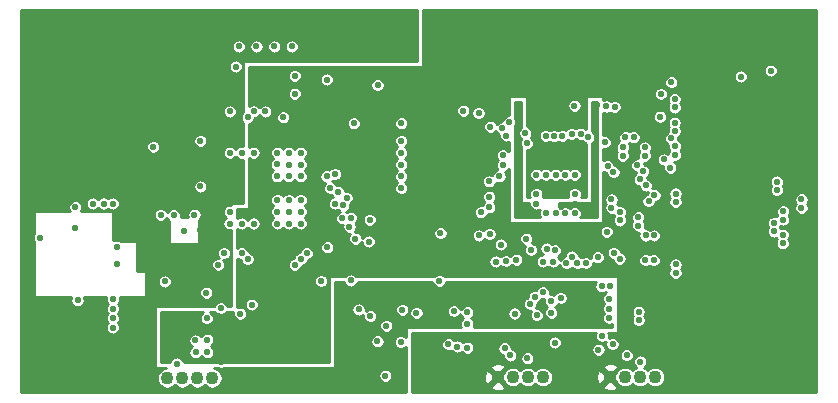
<source format=gbr>
G04 #@! TF.GenerationSoftware,KiCad,Pcbnew,5.1.5+dfsg1-2~bpo10+1*
G04 #@! TF.CreationDate,2020-03-26T22:27:21+01:00*
G04 #@! TF.ProjectId,SDI-bridge,5344492d-6272-4696-9467-652e6b696361,rev?*
G04 #@! TF.SameCoordinates,Original*
G04 #@! TF.FileFunction,Copper,L5,Inr*
G04 #@! TF.FilePolarity,Positive*
%FSLAX46Y46*%
G04 Gerber Fmt 4.6, Leading zero omitted, Abs format (unit mm)*
G04 Created by KiCad (PCBNEW 5.1.5+dfsg1-2~bpo10+1) date 2020-03-26 22:27:21*
%MOMM*%
%LPD*%
G04 APERTURE LIST*
%ADD10C,1.100000*%
%ADD11C,0.550000*%
%ADD12C,4.400000*%
%ADD13C,0.254000*%
G04 APERTURE END LIST*
D10*
X112700000Y-131496000D03*
X113970000Y-131496000D03*
X115240000Y-131496000D03*
X116510000Y-131496000D03*
X154000000Y-131400000D03*
X152730000Y-131400000D03*
X151460000Y-131400000D03*
X150190000Y-131400000D03*
X144500000Y-131400000D03*
X143230000Y-131400000D03*
X141960000Y-131400000D03*
X140690000Y-131400000D03*
D11*
X147195000Y-115077500D03*
X143945000Y-115077500D03*
X120000000Y-116400000D03*
X119000000Y-117400000D03*
X120000000Y-117400000D03*
D12*
X159000000Y-103000000D03*
X159000000Y-130000000D03*
D11*
X163720000Y-123450000D03*
X163700000Y-121960000D03*
X144370000Y-111629444D03*
X150995000Y-106465000D03*
X138245000Y-131715000D03*
X139995000Y-129715000D03*
X140825000Y-127885000D03*
X146115000Y-127855000D03*
X112545000Y-128295000D03*
X112545000Y-127305000D03*
X127400000Y-110400000D03*
X126300000Y-113400000D03*
X124300000Y-109400000D03*
X126500000Y-109400000D03*
X125400000Y-109400000D03*
X163700000Y-124940006D03*
X125890000Y-129930000D03*
X123500000Y-122650000D03*
X146438676Y-108522410D03*
X143900000Y-129020000D03*
X142220000Y-129020000D03*
X147990000Y-131470000D03*
X122005000Y-108405000D03*
X149885000Y-120015000D03*
X135265000Y-128445000D03*
X149775000Y-110785000D03*
X147825000Y-120275000D03*
X148515000Y-120565000D03*
X139925000Y-111575000D03*
X146250000Y-128750000D03*
X163810000Y-120450000D03*
X165210000Y-115970000D03*
X165210000Y-114210000D03*
X137020000Y-117150000D03*
X132220000Y-122550000D03*
X119974991Y-113400000D03*
X119974991Y-114400000D03*
X143070000Y-128854979D03*
X126649998Y-117400000D03*
X117227510Y-130090000D03*
X138940000Y-131700000D03*
X138245000Y-129715000D03*
X146382500Y-114265000D03*
X146382500Y-117515000D03*
X122000000Y-116400000D03*
X122000000Y-117400000D03*
X145200000Y-125950000D03*
X150400000Y-128600000D03*
X149500000Y-127900000D03*
X149905000Y-119095000D03*
X143985000Y-126155000D03*
X135825000Y-119210000D03*
X147170000Y-108420000D03*
X140035000Y-110195000D03*
X149200000Y-129084990D03*
X121989991Y-113394980D03*
X121989991Y-114400000D03*
X111100000Y-119600000D03*
D12*
X109000000Y-103000000D03*
X109000000Y-130000000D03*
D11*
X118000000Y-113400000D03*
X119000000Y-113400000D03*
X118000000Y-114400000D03*
X119000000Y-114400000D03*
X115500000Y-116400000D03*
X117505000Y-105065000D03*
X119505000Y-104365000D03*
X116505000Y-105065000D03*
X129495000Y-104315000D03*
X131495000Y-104325000D03*
X140785000Y-125905000D03*
X140775000Y-126895000D03*
X146495000Y-124145000D03*
X147495000Y-124145000D03*
X146100000Y-126400000D03*
X115300000Y-124300000D03*
X115300000Y-125100000D03*
X108500000Y-119500000D03*
X111300000Y-117400000D03*
X111300000Y-116700000D03*
X114100000Y-117400000D03*
X114100000Y-114900000D03*
X108100000Y-115900000D03*
X115500000Y-118900000D03*
X115400000Y-114400000D03*
X115400000Y-113400000D03*
X115400000Y-112400000D03*
X115400000Y-110400000D03*
X117000000Y-108900000D03*
X119000000Y-108900000D03*
X102390000Y-107000000D03*
X102320000Y-126000000D03*
X106020000Y-124890000D03*
X110330000Y-124849990D03*
X111900000Y-119600000D03*
X111100000Y-120400000D03*
X111900000Y-120400000D03*
X111100000Y-121200000D03*
X111900000Y-121200000D03*
X115700000Y-120200000D03*
X115834184Y-117357909D03*
X134715000Y-125845000D03*
X142775000Y-125670010D03*
X119000000Y-116410010D03*
X118000000Y-116410010D03*
X118000000Y-112400000D03*
X119000000Y-112400000D03*
X115500000Y-111400000D03*
X150100000Y-126390000D03*
X150100002Y-125600000D03*
X150120000Y-124760000D03*
X138100000Y-125900000D03*
X138100000Y-126900000D03*
X111500000Y-111900000D03*
X115500000Y-115250000D03*
X118500000Y-105100000D03*
X115000000Y-117650000D03*
X136965000Y-125815000D03*
X131165000Y-131275000D03*
X132475000Y-128425000D03*
X138095000Y-128905000D03*
X142100000Y-126020000D03*
X161260000Y-105950000D03*
X163790000Y-105450000D03*
X141250002Y-128950000D03*
X137245000Y-128815000D03*
X136485000Y-128605000D03*
X150570000Y-108520000D03*
X147195000Y-115890000D03*
X149885000Y-108485000D03*
X115079998Y-128290000D03*
X115090000Y-129300002D03*
X116080000Y-128230000D03*
X116080000Y-129300000D03*
X132500000Y-115400000D03*
X139954998Y-117015000D03*
X132500000Y-114400000D03*
X139944648Y-116118980D03*
X132500000Y-113400000D03*
X139935000Y-114825000D03*
X140820459Y-114392683D03*
X132500000Y-112400000D03*
X132500000Y-111400000D03*
X141109293Y-113458443D03*
X126205000Y-106205000D03*
X146940000Y-110803147D03*
X123500000Y-105900000D03*
X145445000Y-111005000D03*
X123500000Y-107400000D03*
X144735718Y-110973427D03*
X123000000Y-118400000D03*
X140494994Y-121610000D03*
X123000000Y-117400000D03*
X141370000Y-121570000D03*
X124000000Y-117400000D03*
X142245000Y-121465000D03*
X120000000Y-108900000D03*
X144815000Y-120515000D03*
X120245000Y-103400000D03*
X140950000Y-120170010D03*
X121000000Y-108900000D03*
X128500000Y-109900000D03*
X123250000Y-103400000D03*
X120000000Y-112400000D03*
X143405000Y-125195000D03*
X118750000Y-103400000D03*
X145500000Y-120660000D03*
X122000000Y-112400000D03*
X121750000Y-103400000D03*
X146940000Y-121190000D03*
X120000000Y-118400000D03*
X144495000Y-121610000D03*
X118000000Y-117400000D03*
X145360000Y-121620000D03*
X119500000Y-121400000D03*
X139080000Y-119400000D03*
X119850002Y-125260000D03*
X119000000Y-120900000D03*
X143495000Y-120625000D03*
X118860000Y-126030000D03*
X119000000Y-118400000D03*
X123500000Y-121900000D03*
X124000000Y-121400000D03*
X124500004Y-120900000D03*
X126250000Y-120400000D03*
X128620000Y-119680000D03*
X128125000Y-118670000D03*
X128250000Y-117900000D03*
X127505000Y-117950000D03*
X127175000Y-115745000D03*
X126500000Y-115400006D03*
X126180000Y-114390000D03*
X129765022Y-119915992D03*
X124000000Y-112400000D03*
X129840004Y-118090000D03*
X124003705Y-118396295D03*
X127875000Y-116220000D03*
X147710000Y-110790000D03*
X124000000Y-116400000D03*
X130495000Y-128365000D03*
X124000000Y-114400000D03*
X131245000Y-127065000D03*
X124000000Y-113400000D03*
X147410000Y-121740000D03*
X123000000Y-116400000D03*
X133795000Y-125965000D03*
X123000000Y-114400000D03*
X128245000Y-123215000D03*
X123000000Y-113400000D03*
X143075000Y-119685000D03*
X123000000Y-112400000D03*
X148145000Y-121740000D03*
X117000000Y-121900000D03*
X139980000Y-119280000D03*
X116040000Y-126400000D03*
X141115000Y-112595000D03*
X127595000Y-116850000D03*
X117974991Y-118400000D03*
X146495000Y-121740000D03*
X117502882Y-120897118D03*
X112140000Y-117660000D03*
X108100000Y-116700000D03*
X105100000Y-124900000D03*
X104900000Y-118800000D03*
X104900000Y-117000000D03*
X106399994Y-116700000D03*
X107300000Y-116700000D03*
X108100000Y-124800000D03*
X108099998Y-125600000D03*
X108100000Y-126400000D03*
X108100000Y-127200000D03*
X147195000Y-116702500D03*
X149065000Y-108375000D03*
X143945000Y-117515000D03*
X142374390Y-108326615D03*
X139250000Y-117440000D03*
X117240000Y-125550000D03*
X141730000Y-129560000D03*
X155365000Y-106425000D03*
X155365000Y-111185000D03*
X143015000Y-110735000D03*
X154495000Y-107425000D03*
X143145000Y-111605000D03*
X155280000Y-113670000D03*
X143187118Y-129804999D03*
X154415000Y-109355000D03*
X128895000Y-125670010D03*
X151600883Y-129530883D03*
X152730000Y-130080004D03*
X129875000Y-126235000D03*
X154730000Y-112960000D03*
X164310000Y-114837500D03*
X164310000Y-115562500D03*
X166390000Y-116337500D03*
X166390000Y-117062500D03*
X164840000Y-117337500D03*
X164840000Y-118062500D03*
X164060000Y-118337500D03*
X164060000Y-119062500D03*
X164810000Y-119337500D03*
X164810000Y-120062500D03*
X114090000Y-119010000D03*
X152565000Y-118566250D03*
X151025000Y-118131250D03*
X152565000Y-117853750D03*
X151025000Y-117418750D03*
X150305000Y-117058750D03*
X153188750Y-119405000D03*
X150305000Y-116346250D03*
X153901250Y-119405000D03*
X150996907Y-121376907D03*
X155730008Y-122566250D03*
X150493093Y-120873093D03*
X155730008Y-121853750D03*
X153168750Y-121495000D03*
X153443093Y-116496907D03*
X153881250Y-121495000D03*
X153946907Y-115993093D03*
X152605000Y-126566250D03*
X150181250Y-123705000D03*
X152605000Y-125853750D03*
X149468750Y-123705000D03*
X155665000Y-108566250D03*
X150476907Y-114036907D03*
X155665000Y-107853750D03*
X149973093Y-113533093D03*
X155655000Y-110566250D03*
X152181250Y-111085000D03*
X155655000Y-109853750D03*
X151468750Y-111085000D03*
X155695000Y-112566250D03*
X152976907Y-113976907D03*
X155695000Y-111853750D03*
X152473093Y-113473093D03*
X151265000Y-112656250D03*
X153135000Y-112661250D03*
X151265000Y-111943750D03*
X153135000Y-111948750D03*
X153216907Y-115166907D03*
X155730008Y-116566250D03*
X152713093Y-114663093D03*
X155730008Y-115853750D03*
X145500000Y-128470000D03*
X108450000Y-121850000D03*
X108400000Y-120350000D03*
X101900000Y-119600000D03*
X141635000Y-109805000D03*
X122000000Y-118400000D03*
X118000000Y-108900000D03*
X122500000Y-109400000D03*
X126900000Y-114200000D03*
X146000000Y-124700000D03*
X143800000Y-124600000D03*
X144500000Y-124200000D03*
X113250000Y-117700000D03*
X113500000Y-130250000D03*
X116000000Y-124250000D03*
X145205000Y-124965000D03*
X126895000Y-116710000D03*
X125720000Y-123260000D03*
X135730000Y-123250000D03*
X149750000Y-111500000D03*
X148345000Y-111075000D03*
X149145000Y-121255000D03*
X137755000Y-108845000D03*
X119500000Y-109400000D03*
X143945000Y-114265000D03*
X144757500Y-114265000D03*
X144757500Y-117515000D03*
X143945000Y-116702500D03*
X145570000Y-114265000D03*
X141385000Y-110945000D03*
X141075000Y-110345000D03*
X132590000Y-125700000D03*
X112500000Y-123300000D03*
X146137273Y-110970868D03*
X130500000Y-106680010D03*
X132500000Y-109900000D03*
X139055000Y-109035000D03*
X147195000Y-114265000D03*
X145570000Y-117515000D03*
X147195000Y-117515000D03*
X143945000Y-115890000D03*
D13*
G36*
X133873000Y-104623000D02*
G01*
X119250000Y-104623000D01*
X119225224Y-104625440D01*
X119201399Y-104632667D01*
X119179443Y-104644403D01*
X119160197Y-104660197D01*
X119144403Y-104679443D01*
X119132667Y-104701399D01*
X119125440Y-104725224D01*
X119123000Y-104750000D01*
X119123000Y-108927884D01*
X119116247Y-108932396D01*
X119032396Y-109016247D01*
X118966514Y-109114846D01*
X118921134Y-109224403D01*
X118898000Y-109340708D01*
X118898000Y-109459292D01*
X118921134Y-109575597D01*
X118966514Y-109685154D01*
X119032396Y-109783753D01*
X119116247Y-109867604D01*
X119123000Y-109872116D01*
X119123000Y-111810672D01*
X119059292Y-111798000D01*
X118940708Y-111798000D01*
X118824403Y-111821134D01*
X118714846Y-111866514D01*
X118616247Y-111932396D01*
X118532396Y-112016247D01*
X118500000Y-112064731D01*
X118467604Y-112016247D01*
X118383753Y-111932396D01*
X118285154Y-111866514D01*
X118175597Y-111821134D01*
X118059292Y-111798000D01*
X117940708Y-111798000D01*
X117824403Y-111821134D01*
X117714846Y-111866514D01*
X117616247Y-111932396D01*
X117532396Y-112016247D01*
X117466514Y-112114846D01*
X117421134Y-112224403D01*
X117398000Y-112340708D01*
X117398000Y-112459292D01*
X117421134Y-112575597D01*
X117466514Y-112685154D01*
X117532396Y-112783753D01*
X117616247Y-112867604D01*
X117714846Y-112933486D01*
X117824403Y-112978866D01*
X117940708Y-113002000D01*
X118059292Y-113002000D01*
X118175597Y-112978866D01*
X118285154Y-112933486D01*
X118383753Y-112867604D01*
X118467604Y-112783753D01*
X118500000Y-112735269D01*
X118532396Y-112783753D01*
X118616247Y-112867604D01*
X118714846Y-112933486D01*
X118824403Y-112978866D01*
X118940708Y-113002000D01*
X119059292Y-113002000D01*
X119123000Y-112989328D01*
X119123000Y-116623000D01*
X118250000Y-116623000D01*
X118225224Y-116625440D01*
X118201399Y-116632667D01*
X118179443Y-116644403D01*
X118160197Y-116660197D01*
X118144403Y-116679443D01*
X118132667Y-116701399D01*
X118125440Y-116725224D01*
X118123000Y-116750000D01*
X118123000Y-116810672D01*
X118059292Y-116798000D01*
X117940708Y-116798000D01*
X117824403Y-116821134D01*
X117714846Y-116866514D01*
X117616247Y-116932396D01*
X117532396Y-117016247D01*
X117466514Y-117114846D01*
X117421134Y-117224403D01*
X117398000Y-117340708D01*
X117398000Y-117459292D01*
X117421134Y-117575597D01*
X117466514Y-117685154D01*
X117532396Y-117783753D01*
X117616247Y-117867604D01*
X117652226Y-117891645D01*
X117591238Y-117932396D01*
X117507387Y-118016247D01*
X117441505Y-118114846D01*
X117396125Y-118224403D01*
X117372991Y-118340708D01*
X117372991Y-118459292D01*
X117396125Y-118575597D01*
X117441505Y-118685154D01*
X117507387Y-118783753D01*
X117591238Y-118867604D01*
X117689837Y-118933486D01*
X117799394Y-118978866D01*
X117915699Y-119002000D01*
X118034283Y-119002000D01*
X118123000Y-118984353D01*
X118123000Y-125373000D01*
X117818285Y-125373000D01*
X117773486Y-125264846D01*
X117707604Y-125166247D01*
X117623753Y-125082396D01*
X117525154Y-125016514D01*
X117415597Y-124971134D01*
X117299292Y-124948000D01*
X117180708Y-124948000D01*
X117064403Y-124971134D01*
X116954846Y-125016514D01*
X116856247Y-125082396D01*
X116772396Y-125166247D01*
X116706514Y-125264846D01*
X116661715Y-125373000D01*
X111750000Y-125373000D01*
X111725224Y-125375440D01*
X111701399Y-125382667D01*
X111679443Y-125394403D01*
X111660197Y-125410197D01*
X111644403Y-125429443D01*
X111632667Y-125451399D01*
X111625440Y-125475224D01*
X111623000Y-125500000D01*
X111623000Y-130500000D01*
X111625440Y-130524776D01*
X111632667Y-130548601D01*
X111644403Y-130570557D01*
X111660197Y-130589803D01*
X111679443Y-130605597D01*
X111701399Y-130617333D01*
X111725224Y-130624560D01*
X111750000Y-130627000D01*
X112573405Y-130627000D01*
X112444189Y-130652703D01*
X112284585Y-130718813D01*
X112140945Y-130814790D01*
X112018790Y-130936945D01*
X111922813Y-131080585D01*
X111856703Y-131240189D01*
X111823000Y-131409623D01*
X111823000Y-131582377D01*
X111856703Y-131751811D01*
X111922813Y-131911415D01*
X112018790Y-132055055D01*
X112140945Y-132177210D01*
X112284585Y-132273187D01*
X112444189Y-132339297D01*
X112613623Y-132373000D01*
X112786377Y-132373000D01*
X112955811Y-132339297D01*
X113115415Y-132273187D01*
X113259055Y-132177210D01*
X113335000Y-132101265D01*
X113410945Y-132177210D01*
X113554585Y-132273187D01*
X113714189Y-132339297D01*
X113883623Y-132373000D01*
X114056377Y-132373000D01*
X114225811Y-132339297D01*
X114385415Y-132273187D01*
X114529055Y-132177210D01*
X114605000Y-132101265D01*
X114680945Y-132177210D01*
X114824585Y-132273187D01*
X114984189Y-132339297D01*
X115153623Y-132373000D01*
X115326377Y-132373000D01*
X115495811Y-132339297D01*
X115655415Y-132273187D01*
X115799055Y-132177210D01*
X115875000Y-132101265D01*
X115950945Y-132177210D01*
X116094585Y-132273187D01*
X116254189Y-132339297D01*
X116423623Y-132373000D01*
X116596377Y-132373000D01*
X116765811Y-132339297D01*
X116925415Y-132273187D01*
X117069055Y-132177210D01*
X117191210Y-132055055D01*
X117287187Y-131911415D01*
X117353297Y-131751811D01*
X117387000Y-131582377D01*
X117387000Y-131409623D01*
X117353297Y-131240189D01*
X117343157Y-131215708D01*
X130563000Y-131215708D01*
X130563000Y-131334292D01*
X130586134Y-131450597D01*
X130631514Y-131560154D01*
X130697396Y-131658753D01*
X130781247Y-131742604D01*
X130879846Y-131808486D01*
X130989403Y-131853866D01*
X131105708Y-131877000D01*
X131224292Y-131877000D01*
X131340597Y-131853866D01*
X131450154Y-131808486D01*
X131548753Y-131742604D01*
X131632604Y-131658753D01*
X131698486Y-131560154D01*
X131743866Y-131450597D01*
X131767000Y-131334292D01*
X131767000Y-131215708D01*
X131743866Y-131099403D01*
X131698486Y-130989846D01*
X131632604Y-130891247D01*
X131548753Y-130807396D01*
X131450154Y-130741514D01*
X131340597Y-130696134D01*
X131224292Y-130673000D01*
X131105708Y-130673000D01*
X130989403Y-130696134D01*
X130879846Y-130741514D01*
X130781247Y-130807396D01*
X130697396Y-130891247D01*
X130631514Y-130989846D01*
X130586134Y-131099403D01*
X130563000Y-131215708D01*
X117343157Y-131215708D01*
X117287187Y-131080585D01*
X117191210Y-130936945D01*
X117069055Y-130814790D01*
X116925415Y-130718813D01*
X116765811Y-130652703D01*
X116636595Y-130627000D01*
X116950840Y-130627000D01*
X117051913Y-130668866D01*
X117168218Y-130692000D01*
X117286802Y-130692000D01*
X117403107Y-130668866D01*
X117504180Y-130627000D01*
X126745000Y-130627000D01*
X126769776Y-130624560D01*
X126793601Y-130617333D01*
X126815557Y-130605597D01*
X126834803Y-130589803D01*
X126850597Y-130570557D01*
X126862333Y-130548601D01*
X126869560Y-130524776D01*
X126872000Y-130500088D01*
X126873512Y-128305708D01*
X129893000Y-128305708D01*
X129893000Y-128424292D01*
X129916134Y-128540597D01*
X129961514Y-128650154D01*
X130027396Y-128748753D01*
X130111247Y-128832604D01*
X130209846Y-128898486D01*
X130319403Y-128943866D01*
X130435708Y-128967000D01*
X130554292Y-128967000D01*
X130670597Y-128943866D01*
X130780154Y-128898486D01*
X130878753Y-128832604D01*
X130962604Y-128748753D01*
X131028486Y-128650154D01*
X131073866Y-128540597D01*
X131097000Y-128424292D01*
X131097000Y-128305708D01*
X131073866Y-128189403D01*
X131028486Y-128079846D01*
X130962604Y-127981247D01*
X130878753Y-127897396D01*
X130780154Y-127831514D01*
X130670597Y-127786134D01*
X130554292Y-127763000D01*
X130435708Y-127763000D01*
X130319403Y-127786134D01*
X130209846Y-127831514D01*
X130111247Y-127897396D01*
X130027396Y-127981247D01*
X129961514Y-128079846D01*
X129916134Y-128189403D01*
X129893000Y-128305708D01*
X126873512Y-128305708D01*
X126874408Y-127005708D01*
X130643000Y-127005708D01*
X130643000Y-127124292D01*
X130666134Y-127240597D01*
X130711514Y-127350154D01*
X130777396Y-127448753D01*
X130861247Y-127532604D01*
X130959846Y-127598486D01*
X131069403Y-127643866D01*
X131185708Y-127667000D01*
X131304292Y-127667000D01*
X131420597Y-127643866D01*
X131530154Y-127598486D01*
X131628753Y-127532604D01*
X131712604Y-127448753D01*
X131778486Y-127350154D01*
X131823866Y-127240597D01*
X131847000Y-127124292D01*
X131847000Y-127005708D01*
X131823866Y-126889403D01*
X131778486Y-126779846D01*
X131712604Y-126681247D01*
X131628753Y-126597396D01*
X131530154Y-126531514D01*
X131420597Y-126486134D01*
X131304292Y-126463000D01*
X131185708Y-126463000D01*
X131069403Y-126486134D01*
X130959846Y-126531514D01*
X130861247Y-126597396D01*
X130777396Y-126681247D01*
X130711514Y-126779846D01*
X130666134Y-126889403D01*
X130643000Y-127005708D01*
X126874408Y-127005708D01*
X126875371Y-125610718D01*
X128293000Y-125610718D01*
X128293000Y-125729302D01*
X128316134Y-125845607D01*
X128361514Y-125955164D01*
X128427396Y-126053763D01*
X128511247Y-126137614D01*
X128609846Y-126203496D01*
X128719403Y-126248876D01*
X128835708Y-126272010D01*
X128954292Y-126272010D01*
X129070597Y-126248876D01*
X129180154Y-126203496D01*
X129278753Y-126137614D01*
X129281030Y-126135337D01*
X129273000Y-126175708D01*
X129273000Y-126294292D01*
X129296134Y-126410597D01*
X129341514Y-126520154D01*
X129407396Y-126618753D01*
X129491247Y-126702604D01*
X129589846Y-126768486D01*
X129699403Y-126813866D01*
X129815708Y-126837000D01*
X129934292Y-126837000D01*
X130050597Y-126813866D01*
X130160154Y-126768486D01*
X130258753Y-126702604D01*
X130342604Y-126618753D01*
X130408486Y-126520154D01*
X130453866Y-126410597D01*
X130477000Y-126294292D01*
X130477000Y-126175708D01*
X130453866Y-126059403D01*
X130408486Y-125949846D01*
X130342604Y-125851247D01*
X130258753Y-125767396D01*
X130160154Y-125701514D01*
X130050597Y-125656134D01*
X129973044Y-125640708D01*
X131988000Y-125640708D01*
X131988000Y-125759292D01*
X132011134Y-125875597D01*
X132056514Y-125985154D01*
X132122396Y-126083753D01*
X132206247Y-126167604D01*
X132304846Y-126233486D01*
X132414403Y-126278866D01*
X132530708Y-126302000D01*
X132649292Y-126302000D01*
X132765597Y-126278866D01*
X132875154Y-126233486D01*
X132973753Y-126167604D01*
X133057604Y-126083753D01*
X133123486Y-125985154D01*
X133156393Y-125905708D01*
X133193000Y-125905708D01*
X133193000Y-126024292D01*
X133216134Y-126140597D01*
X133261514Y-126250154D01*
X133327396Y-126348753D01*
X133411247Y-126432604D01*
X133509846Y-126498486D01*
X133619403Y-126543866D01*
X133735708Y-126567000D01*
X133854292Y-126567000D01*
X133970597Y-126543866D01*
X134080154Y-126498486D01*
X134178753Y-126432604D01*
X134262604Y-126348753D01*
X134328486Y-126250154D01*
X134373866Y-126140597D01*
X134397000Y-126024292D01*
X134397000Y-125905708D01*
X134373866Y-125789403D01*
X134328486Y-125679846D01*
X134262604Y-125581247D01*
X134178753Y-125497396D01*
X134080154Y-125431514D01*
X133970597Y-125386134D01*
X133854292Y-125363000D01*
X133735708Y-125363000D01*
X133619403Y-125386134D01*
X133509846Y-125431514D01*
X133411247Y-125497396D01*
X133327396Y-125581247D01*
X133261514Y-125679846D01*
X133216134Y-125789403D01*
X133193000Y-125905708D01*
X133156393Y-125905708D01*
X133168866Y-125875597D01*
X133192000Y-125759292D01*
X133192000Y-125640708D01*
X133168866Y-125524403D01*
X133123486Y-125414846D01*
X133057604Y-125316247D01*
X132973753Y-125232396D01*
X132875154Y-125166514D01*
X132800782Y-125135708D01*
X142803000Y-125135708D01*
X142803000Y-125254292D01*
X142826134Y-125370597D01*
X142871514Y-125480154D01*
X142937396Y-125578753D01*
X143021247Y-125662604D01*
X143119846Y-125728486D01*
X143229403Y-125773866D01*
X143345708Y-125797000D01*
X143464292Y-125797000D01*
X143505690Y-125788766D01*
X143451514Y-125869846D01*
X143406134Y-125979403D01*
X143383000Y-126095708D01*
X143383000Y-126214292D01*
X143406134Y-126330597D01*
X143451514Y-126440154D01*
X143517396Y-126538753D01*
X143601247Y-126622604D01*
X143699846Y-126688486D01*
X143809403Y-126733866D01*
X143925708Y-126757000D01*
X144044292Y-126757000D01*
X144160597Y-126733866D01*
X144270154Y-126688486D01*
X144368753Y-126622604D01*
X144452604Y-126538753D01*
X144518486Y-126440154D01*
X144563866Y-126330597D01*
X144587000Y-126214292D01*
X144587000Y-126095708D01*
X144563866Y-125979403D01*
X144518486Y-125869846D01*
X144452604Y-125771247D01*
X144368753Y-125687396D01*
X144270154Y-125621514D01*
X144160597Y-125576134D01*
X144044292Y-125553000D01*
X143925708Y-125553000D01*
X143884310Y-125561234D01*
X143938486Y-125480154D01*
X143983866Y-125370597D01*
X144007000Y-125254292D01*
X144007000Y-125165858D01*
X144085154Y-125133486D01*
X144183753Y-125067604D01*
X144267604Y-124983753D01*
X144333486Y-124885154D01*
X144373469Y-124788626D01*
X144440708Y-124802000D01*
X144559292Y-124802000D01*
X144626449Y-124788642D01*
X144626134Y-124789403D01*
X144603000Y-124905708D01*
X144603000Y-125024292D01*
X144626134Y-125140597D01*
X144671514Y-125250154D01*
X144737396Y-125348753D01*
X144821247Y-125432604D01*
X144856006Y-125455830D01*
X144816247Y-125482396D01*
X144732396Y-125566247D01*
X144666514Y-125664846D01*
X144621134Y-125774403D01*
X144598000Y-125890708D01*
X144598000Y-126009292D01*
X144621134Y-126125597D01*
X144666514Y-126235154D01*
X144732396Y-126333753D01*
X144816247Y-126417604D01*
X144914846Y-126483486D01*
X145024403Y-126528866D01*
X145140708Y-126552000D01*
X145259292Y-126552000D01*
X145375597Y-126528866D01*
X145485154Y-126483486D01*
X145583753Y-126417604D01*
X145667604Y-126333753D01*
X145733486Y-126235154D01*
X145778866Y-126125597D01*
X145802000Y-126009292D01*
X145802000Y-125890708D01*
X145778866Y-125774403D01*
X145733486Y-125664846D01*
X145667604Y-125566247D01*
X145583753Y-125482396D01*
X145548994Y-125459170D01*
X145588753Y-125432604D01*
X145672604Y-125348753D01*
X145738486Y-125250154D01*
X145740917Y-125244285D01*
X145824403Y-125278866D01*
X145940708Y-125302000D01*
X146059292Y-125302000D01*
X146175597Y-125278866D01*
X146285154Y-125233486D01*
X146383753Y-125167604D01*
X146467604Y-125083753D01*
X146533486Y-124985154D01*
X146578866Y-124875597D01*
X146602000Y-124759292D01*
X146602000Y-124640708D01*
X146578866Y-124524403D01*
X146533486Y-124414846D01*
X146467604Y-124316247D01*
X146383753Y-124232396D01*
X146285154Y-124166514D01*
X146175597Y-124121134D01*
X146059292Y-124098000D01*
X145940708Y-124098000D01*
X145824403Y-124121134D01*
X145714846Y-124166514D01*
X145616247Y-124232396D01*
X145532396Y-124316247D01*
X145466514Y-124414846D01*
X145464083Y-124420715D01*
X145380597Y-124386134D01*
X145264292Y-124363000D01*
X145145708Y-124363000D01*
X145078551Y-124376358D01*
X145078866Y-124375597D01*
X145102000Y-124259292D01*
X145102000Y-124140708D01*
X145078866Y-124024403D01*
X145033486Y-123914846D01*
X144967604Y-123816247D01*
X144883753Y-123732396D01*
X144785154Y-123666514D01*
X144675597Y-123621134D01*
X144559292Y-123598000D01*
X144440708Y-123598000D01*
X144324403Y-123621134D01*
X144214846Y-123666514D01*
X144116247Y-123732396D01*
X144032396Y-123816247D01*
X143966514Y-123914846D01*
X143926531Y-124011374D01*
X143859292Y-123998000D01*
X143740708Y-123998000D01*
X143624403Y-124021134D01*
X143514846Y-124066514D01*
X143416247Y-124132396D01*
X143332396Y-124216247D01*
X143266514Y-124314846D01*
X143221134Y-124424403D01*
X143198000Y-124540708D01*
X143198000Y-124629142D01*
X143119846Y-124661514D01*
X143021247Y-124727396D01*
X142937396Y-124811247D01*
X142871514Y-124909846D01*
X142826134Y-125019403D01*
X142803000Y-125135708D01*
X132800782Y-125135708D01*
X132765597Y-125121134D01*
X132649292Y-125098000D01*
X132530708Y-125098000D01*
X132414403Y-125121134D01*
X132304846Y-125166514D01*
X132206247Y-125232396D01*
X132122396Y-125316247D01*
X132056514Y-125414846D01*
X132011134Y-125524403D01*
X131988000Y-125640708D01*
X129973044Y-125640708D01*
X129934292Y-125633000D01*
X129815708Y-125633000D01*
X129699403Y-125656134D01*
X129589846Y-125701514D01*
X129491247Y-125767396D01*
X129488970Y-125769673D01*
X129497000Y-125729302D01*
X129497000Y-125610718D01*
X129473866Y-125494413D01*
X129428486Y-125384856D01*
X129362604Y-125286257D01*
X129278753Y-125202406D01*
X129180154Y-125136524D01*
X129070597Y-125091144D01*
X128954292Y-125068010D01*
X128835708Y-125068010D01*
X128719403Y-125091144D01*
X128609846Y-125136524D01*
X128511247Y-125202406D01*
X128427396Y-125286257D01*
X128361514Y-125384856D01*
X128316134Y-125494413D01*
X128293000Y-125610718D01*
X126875371Y-125610718D01*
X126876912Y-123377000D01*
X127663429Y-123377000D01*
X127666134Y-123390597D01*
X127711514Y-123500154D01*
X127777396Y-123598753D01*
X127861247Y-123682604D01*
X127959846Y-123748486D01*
X128069403Y-123793866D01*
X128185708Y-123817000D01*
X128304292Y-123817000D01*
X128420597Y-123793866D01*
X128530154Y-123748486D01*
X128628753Y-123682604D01*
X128712604Y-123598753D01*
X128778486Y-123500154D01*
X128823866Y-123390597D01*
X128826571Y-123377000D01*
X135141468Y-123377000D01*
X135151134Y-123425597D01*
X135196514Y-123535154D01*
X135262396Y-123633753D01*
X135346247Y-123717604D01*
X135444846Y-123783486D01*
X135554403Y-123828866D01*
X135670708Y-123852000D01*
X135789292Y-123852000D01*
X135905597Y-123828866D01*
X136015154Y-123783486D01*
X136113753Y-123717604D01*
X136197604Y-123633753D01*
X136263486Y-123535154D01*
X136308866Y-123425597D01*
X136318532Y-123377000D01*
X148963893Y-123377000D01*
X148935264Y-123419846D01*
X148889884Y-123529403D01*
X148866750Y-123645708D01*
X148866750Y-123764292D01*
X148889884Y-123880597D01*
X148935264Y-123990154D01*
X149001146Y-124088753D01*
X149084997Y-124172604D01*
X149183596Y-124238486D01*
X149293153Y-124283866D01*
X149409458Y-124307000D01*
X149528042Y-124307000D01*
X149644347Y-124283866D01*
X149753904Y-124238486D01*
X149825000Y-124190981D01*
X149861596Y-124215434D01*
X149834846Y-124226514D01*
X149736247Y-124292396D01*
X149652396Y-124376247D01*
X149586514Y-124474846D01*
X149541134Y-124584403D01*
X149518000Y-124700708D01*
X149518000Y-124819292D01*
X149541134Y-124935597D01*
X149586514Y-125045154D01*
X149652396Y-125143753D01*
X149678644Y-125170001D01*
X149632398Y-125216247D01*
X149566516Y-125314846D01*
X149521136Y-125424403D01*
X149498002Y-125540708D01*
X149498002Y-125659292D01*
X149521136Y-125775597D01*
X149566516Y-125885154D01*
X149632398Y-125983753D01*
X149643644Y-125994999D01*
X149632396Y-126006247D01*
X149566514Y-126104846D01*
X149521134Y-126214403D01*
X149498000Y-126330708D01*
X149498000Y-126449292D01*
X149521134Y-126565597D01*
X149566514Y-126675154D01*
X149632396Y-126773753D01*
X149716247Y-126857604D01*
X149814846Y-126923486D01*
X149924403Y-126968866D01*
X150040708Y-126992000D01*
X150159292Y-126992000D01*
X150275597Y-126968866D01*
X150373000Y-126928520D01*
X150373000Y-127123000D01*
X138659231Y-127123000D01*
X138678866Y-127075597D01*
X138702000Y-126959292D01*
X138702000Y-126840708D01*
X138678866Y-126724403D01*
X138633486Y-126614846D01*
X138567604Y-126516247D01*
X138483753Y-126432396D01*
X138435269Y-126400000D01*
X138483753Y-126367604D01*
X138567604Y-126283753D01*
X138633486Y-126185154D01*
X138678866Y-126075597D01*
X138701718Y-125960708D01*
X141498000Y-125960708D01*
X141498000Y-126079292D01*
X141521134Y-126195597D01*
X141566514Y-126305154D01*
X141632396Y-126403753D01*
X141716247Y-126487604D01*
X141814846Y-126553486D01*
X141924403Y-126598866D01*
X142040708Y-126622000D01*
X142159292Y-126622000D01*
X142275597Y-126598866D01*
X142385154Y-126553486D01*
X142483753Y-126487604D01*
X142567604Y-126403753D01*
X142633486Y-126305154D01*
X142678866Y-126195597D01*
X142702000Y-126079292D01*
X142702000Y-125960708D01*
X142678866Y-125844403D01*
X142633486Y-125734846D01*
X142567604Y-125636247D01*
X142483753Y-125552396D01*
X142385154Y-125486514D01*
X142275597Y-125441134D01*
X142159292Y-125418000D01*
X142040708Y-125418000D01*
X141924403Y-125441134D01*
X141814846Y-125486514D01*
X141716247Y-125552396D01*
X141632396Y-125636247D01*
X141566514Y-125734846D01*
X141521134Y-125844403D01*
X141498000Y-125960708D01*
X138701718Y-125960708D01*
X138702000Y-125959292D01*
X138702000Y-125840708D01*
X138678866Y-125724403D01*
X138633486Y-125614846D01*
X138567604Y-125516247D01*
X138483753Y-125432396D01*
X138385154Y-125366514D01*
X138275597Y-125321134D01*
X138159292Y-125298000D01*
X138040708Y-125298000D01*
X137924403Y-125321134D01*
X137814846Y-125366514D01*
X137716247Y-125432396D01*
X137632396Y-125516247D01*
X137566514Y-125614846D01*
X137547913Y-125659752D01*
X137543866Y-125639403D01*
X137498486Y-125529846D01*
X137432604Y-125431247D01*
X137348753Y-125347396D01*
X137250154Y-125281514D01*
X137140597Y-125236134D01*
X137024292Y-125213000D01*
X136905708Y-125213000D01*
X136789403Y-125236134D01*
X136679846Y-125281514D01*
X136581247Y-125347396D01*
X136497396Y-125431247D01*
X136431514Y-125529846D01*
X136386134Y-125639403D01*
X136363000Y-125755708D01*
X136363000Y-125874292D01*
X136386134Y-125990597D01*
X136431514Y-126100154D01*
X136497396Y-126198753D01*
X136581247Y-126282604D01*
X136679846Y-126348486D01*
X136789403Y-126393866D01*
X136905708Y-126417000D01*
X137024292Y-126417000D01*
X137140597Y-126393866D01*
X137250154Y-126348486D01*
X137348753Y-126282604D01*
X137432604Y-126198753D01*
X137498486Y-126100154D01*
X137517087Y-126055248D01*
X137521134Y-126075597D01*
X137566514Y-126185154D01*
X137632396Y-126283753D01*
X137716247Y-126367604D01*
X137764731Y-126400000D01*
X137716247Y-126432396D01*
X137632396Y-126516247D01*
X137566514Y-126614846D01*
X137521134Y-126724403D01*
X137498000Y-126840708D01*
X137498000Y-126959292D01*
X137521134Y-127075597D01*
X137540769Y-127123000D01*
X133000000Y-127123000D01*
X132975224Y-127125440D01*
X132951399Y-127132667D01*
X132929443Y-127144403D01*
X132910197Y-127160197D01*
X132894403Y-127179443D01*
X132882667Y-127201399D01*
X132875440Y-127225224D01*
X132873000Y-127250000D01*
X132873000Y-127971643D01*
X132858753Y-127957396D01*
X132760154Y-127891514D01*
X132650597Y-127846134D01*
X132534292Y-127823000D01*
X132415708Y-127823000D01*
X132299403Y-127846134D01*
X132189846Y-127891514D01*
X132091247Y-127957396D01*
X132007396Y-128041247D01*
X131941514Y-128139846D01*
X131896134Y-128249403D01*
X131873000Y-128365708D01*
X131873000Y-128484292D01*
X131896134Y-128600597D01*
X131941514Y-128710154D01*
X132007396Y-128808753D01*
X132091247Y-128892604D01*
X132189846Y-128958486D01*
X132299403Y-129003866D01*
X132415708Y-129027000D01*
X132534292Y-129027000D01*
X132650597Y-129003866D01*
X132760154Y-128958486D01*
X132858753Y-128892604D01*
X132873000Y-128878357D01*
X132873000Y-132648000D01*
X100352000Y-132648000D01*
X100352000Y-119540708D01*
X101298000Y-119540708D01*
X101298000Y-119659292D01*
X101321134Y-119775597D01*
X101366514Y-119885154D01*
X101373000Y-119894861D01*
X101373000Y-124500000D01*
X101375440Y-124524776D01*
X101382667Y-124548601D01*
X101394403Y-124570557D01*
X101410197Y-124589803D01*
X101429443Y-124605597D01*
X101451399Y-124617333D01*
X101475224Y-124624560D01*
X101500000Y-124627000D01*
X104561480Y-124627000D01*
X104521134Y-124724403D01*
X104498000Y-124840708D01*
X104498000Y-124959292D01*
X104521134Y-125075597D01*
X104566514Y-125185154D01*
X104632396Y-125283753D01*
X104716247Y-125367604D01*
X104814846Y-125433486D01*
X104924403Y-125478866D01*
X105040708Y-125502000D01*
X105159292Y-125502000D01*
X105275597Y-125478866D01*
X105385154Y-125433486D01*
X105483753Y-125367604D01*
X105567604Y-125283753D01*
X105633486Y-125185154D01*
X105678866Y-125075597D01*
X105702000Y-124959292D01*
X105702000Y-124840708D01*
X105678866Y-124724403D01*
X105638520Y-124627000D01*
X107520617Y-124627000D01*
X107498000Y-124740708D01*
X107498000Y-124859292D01*
X107521134Y-124975597D01*
X107566514Y-125085154D01*
X107632396Y-125183753D01*
X107648642Y-125199999D01*
X107632394Y-125216247D01*
X107566512Y-125314846D01*
X107521132Y-125424403D01*
X107497998Y-125540708D01*
X107497998Y-125659292D01*
X107521132Y-125775597D01*
X107566512Y-125885154D01*
X107632394Y-125983753D01*
X107648642Y-126000001D01*
X107632396Y-126016247D01*
X107566514Y-126114846D01*
X107521134Y-126224403D01*
X107498000Y-126340708D01*
X107498000Y-126459292D01*
X107521134Y-126575597D01*
X107566514Y-126685154D01*
X107632396Y-126783753D01*
X107648643Y-126800000D01*
X107632396Y-126816247D01*
X107566514Y-126914846D01*
X107521134Y-127024403D01*
X107498000Y-127140708D01*
X107498000Y-127259292D01*
X107521134Y-127375597D01*
X107566514Y-127485154D01*
X107632396Y-127583753D01*
X107716247Y-127667604D01*
X107814846Y-127733486D01*
X107924403Y-127778866D01*
X108040708Y-127802000D01*
X108159292Y-127802000D01*
X108275597Y-127778866D01*
X108385154Y-127733486D01*
X108483753Y-127667604D01*
X108567604Y-127583753D01*
X108633486Y-127485154D01*
X108678866Y-127375597D01*
X108702000Y-127259292D01*
X108702000Y-127140708D01*
X108678866Y-127024403D01*
X108633486Y-126914846D01*
X108567604Y-126816247D01*
X108551357Y-126800000D01*
X108567604Y-126783753D01*
X108633486Y-126685154D01*
X108678866Y-126575597D01*
X108702000Y-126459292D01*
X108702000Y-126340708D01*
X108678866Y-126224403D01*
X108633486Y-126114846D01*
X108567604Y-126016247D01*
X108551356Y-125999999D01*
X108567602Y-125983753D01*
X108633484Y-125885154D01*
X108678864Y-125775597D01*
X108701998Y-125659292D01*
X108701998Y-125540708D01*
X108678864Y-125424403D01*
X108633484Y-125314846D01*
X108567602Y-125216247D01*
X108551356Y-125200001D01*
X108567604Y-125183753D01*
X108633486Y-125085154D01*
X108678866Y-124975597D01*
X108702000Y-124859292D01*
X108702000Y-124740708D01*
X108679383Y-124627000D01*
X110750000Y-124627000D01*
X110774776Y-124624560D01*
X110798601Y-124617333D01*
X110820557Y-124605597D01*
X110839803Y-124589803D01*
X110855597Y-124570557D01*
X110867333Y-124548601D01*
X110874560Y-124524776D01*
X110877000Y-124500000D01*
X110877000Y-124190708D01*
X115398000Y-124190708D01*
X115398000Y-124309292D01*
X115421134Y-124425597D01*
X115466514Y-124535154D01*
X115532396Y-124633753D01*
X115616247Y-124717604D01*
X115714846Y-124783486D01*
X115824403Y-124828866D01*
X115940708Y-124852000D01*
X116059292Y-124852000D01*
X116175597Y-124828866D01*
X116285154Y-124783486D01*
X116383753Y-124717604D01*
X116467604Y-124633753D01*
X116533486Y-124535154D01*
X116578866Y-124425597D01*
X116602000Y-124309292D01*
X116602000Y-124190708D01*
X116578866Y-124074403D01*
X116533486Y-123964846D01*
X116467604Y-123866247D01*
X116383753Y-123782396D01*
X116285154Y-123716514D01*
X116175597Y-123671134D01*
X116059292Y-123648000D01*
X115940708Y-123648000D01*
X115824403Y-123671134D01*
X115714846Y-123716514D01*
X115616247Y-123782396D01*
X115532396Y-123866247D01*
X115466514Y-123964846D01*
X115421134Y-124074403D01*
X115398000Y-124190708D01*
X110877000Y-124190708D01*
X110877000Y-123240708D01*
X111898000Y-123240708D01*
X111898000Y-123359292D01*
X111921134Y-123475597D01*
X111966514Y-123585154D01*
X112032396Y-123683753D01*
X112116247Y-123767604D01*
X112214846Y-123833486D01*
X112324403Y-123878866D01*
X112440708Y-123902000D01*
X112559292Y-123902000D01*
X112675597Y-123878866D01*
X112785154Y-123833486D01*
X112883753Y-123767604D01*
X112967604Y-123683753D01*
X113033486Y-123585154D01*
X113078866Y-123475597D01*
X113102000Y-123359292D01*
X113102000Y-123240708D01*
X113078866Y-123124403D01*
X113033486Y-123014846D01*
X112967604Y-122916247D01*
X112883753Y-122832396D01*
X112785154Y-122766514D01*
X112675597Y-122721134D01*
X112559292Y-122698000D01*
X112440708Y-122698000D01*
X112324403Y-122721134D01*
X112214846Y-122766514D01*
X112116247Y-122832396D01*
X112032396Y-122916247D01*
X111966514Y-123014846D01*
X111921134Y-123124403D01*
X111898000Y-123240708D01*
X110877000Y-123240708D01*
X110877000Y-122500000D01*
X110874560Y-122475224D01*
X110867333Y-122451399D01*
X110855597Y-122429443D01*
X110839803Y-122410197D01*
X110820557Y-122394403D01*
X110798601Y-122382667D01*
X110774776Y-122375440D01*
X110750000Y-122373000D01*
X110127000Y-122373000D01*
X110127000Y-121840708D01*
X116398000Y-121840708D01*
X116398000Y-121959292D01*
X116421134Y-122075597D01*
X116466514Y-122185154D01*
X116532396Y-122283753D01*
X116616247Y-122367604D01*
X116714846Y-122433486D01*
X116824403Y-122478866D01*
X116940708Y-122502000D01*
X117059292Y-122502000D01*
X117175597Y-122478866D01*
X117285154Y-122433486D01*
X117383753Y-122367604D01*
X117467604Y-122283753D01*
X117533486Y-122185154D01*
X117578866Y-122075597D01*
X117602000Y-121959292D01*
X117602000Y-121840708D01*
X117578866Y-121724403D01*
X117533486Y-121614846D01*
X117467604Y-121516247D01*
X117450475Y-121499118D01*
X117562174Y-121499118D01*
X117678479Y-121475984D01*
X117788036Y-121430604D01*
X117886635Y-121364722D01*
X117970486Y-121280871D01*
X118036368Y-121182272D01*
X118081748Y-121072715D01*
X118104882Y-120956410D01*
X118104882Y-120837826D01*
X118081748Y-120721521D01*
X118036368Y-120611964D01*
X117970486Y-120513365D01*
X117886635Y-120429514D01*
X117788036Y-120363632D01*
X117678479Y-120318252D01*
X117562174Y-120295118D01*
X117443590Y-120295118D01*
X117327285Y-120318252D01*
X117217728Y-120363632D01*
X117119129Y-120429514D01*
X117035278Y-120513365D01*
X116969396Y-120611964D01*
X116924016Y-120721521D01*
X116900882Y-120837826D01*
X116900882Y-120956410D01*
X116924016Y-121072715D01*
X116969396Y-121182272D01*
X117035278Y-121280871D01*
X117052407Y-121298000D01*
X116940708Y-121298000D01*
X116824403Y-121321134D01*
X116714846Y-121366514D01*
X116616247Y-121432396D01*
X116532396Y-121516247D01*
X116466514Y-121614846D01*
X116421134Y-121724403D01*
X116398000Y-121840708D01*
X110127000Y-121840708D01*
X110127000Y-120000000D01*
X110124560Y-119975224D01*
X110117333Y-119951399D01*
X110105597Y-119929443D01*
X110089803Y-119910197D01*
X110070557Y-119894403D01*
X110048601Y-119882667D01*
X110024776Y-119875440D01*
X110000000Y-119873000D01*
X108769691Y-119873000D01*
X108685154Y-119816514D01*
X108575597Y-119771134D01*
X108459292Y-119748000D01*
X108340708Y-119748000D01*
X108224403Y-119771134D01*
X108127000Y-119811480D01*
X108127000Y-117600708D01*
X111538000Y-117600708D01*
X111538000Y-117719292D01*
X111561134Y-117835597D01*
X111606514Y-117945154D01*
X111672396Y-118043753D01*
X111756247Y-118127604D01*
X111854846Y-118193486D01*
X111964403Y-118238866D01*
X112080708Y-118262000D01*
X112199292Y-118262000D01*
X112315597Y-118238866D01*
X112425154Y-118193486D01*
X112523753Y-118127604D01*
X112607604Y-118043753D01*
X112673486Y-117945154D01*
X112686716Y-117913215D01*
X112716514Y-117985154D01*
X112782396Y-118083753D01*
X112866247Y-118167604D01*
X112873000Y-118172116D01*
X112873000Y-120000000D01*
X112875386Y-120024504D01*
X112882561Y-120048344D01*
X112894250Y-120070327D01*
X112910002Y-120089606D01*
X112929212Y-120105442D01*
X112951143Y-120117226D01*
X112974952Y-120124505D01*
X112999723Y-120127000D01*
X115289723Y-120132000D01*
X115314776Y-120129560D01*
X115338601Y-120122333D01*
X115360557Y-120110597D01*
X115379803Y-120094803D01*
X115395597Y-120075557D01*
X115407333Y-120053601D01*
X115414560Y-120029776D01*
X115417000Y-120005000D01*
X115417000Y-118084357D01*
X115467604Y-118033753D01*
X115533486Y-117935154D01*
X115578866Y-117825597D01*
X115602000Y-117709292D01*
X115602000Y-117590708D01*
X115578866Y-117474403D01*
X115533486Y-117364846D01*
X115467604Y-117266247D01*
X115383753Y-117182396D01*
X115285154Y-117116514D01*
X115175597Y-117071134D01*
X115059292Y-117048000D01*
X114940708Y-117048000D01*
X114824403Y-117071134D01*
X114714846Y-117116514D01*
X114616247Y-117182396D01*
X114532396Y-117266247D01*
X114466514Y-117364846D01*
X114421134Y-117474403D01*
X114398000Y-117590708D01*
X114398000Y-117709292D01*
X114421134Y-117825597D01*
X114429635Y-117846121D01*
X113834987Y-117844823D01*
X113852000Y-117759292D01*
X113852000Y-117640708D01*
X113828866Y-117524403D01*
X113783486Y-117414846D01*
X113717604Y-117316247D01*
X113633753Y-117232396D01*
X113535154Y-117166514D01*
X113425597Y-117121134D01*
X113309292Y-117098000D01*
X113190708Y-117098000D01*
X113074403Y-117121134D01*
X112964846Y-117166514D01*
X112866247Y-117232396D01*
X112782396Y-117316247D01*
X112716514Y-117414846D01*
X112703284Y-117446785D01*
X112673486Y-117374846D01*
X112607604Y-117276247D01*
X112523753Y-117192396D01*
X112425154Y-117126514D01*
X112315597Y-117081134D01*
X112199292Y-117058000D01*
X112080708Y-117058000D01*
X111964403Y-117081134D01*
X111854846Y-117126514D01*
X111756247Y-117192396D01*
X111672396Y-117276247D01*
X111606514Y-117374846D01*
X111561134Y-117484403D01*
X111538000Y-117600708D01*
X108127000Y-117600708D01*
X108127000Y-117500000D01*
X108124560Y-117475224D01*
X108117333Y-117451399D01*
X108105597Y-117429443D01*
X108089803Y-117410197D01*
X108070557Y-117394403D01*
X108048601Y-117382667D01*
X108024776Y-117375440D01*
X108000000Y-117373000D01*
X105374789Y-117373000D01*
X105433486Y-117285154D01*
X105478866Y-117175597D01*
X105502000Y-117059292D01*
X105502000Y-116940708D01*
X105478866Y-116824403D01*
X105433486Y-116714846D01*
X105383949Y-116640708D01*
X105797994Y-116640708D01*
X105797994Y-116759292D01*
X105821128Y-116875597D01*
X105866508Y-116985154D01*
X105932390Y-117083753D01*
X106016241Y-117167604D01*
X106114840Y-117233486D01*
X106224397Y-117278866D01*
X106340702Y-117302000D01*
X106459286Y-117302000D01*
X106575591Y-117278866D01*
X106685148Y-117233486D01*
X106783747Y-117167604D01*
X106849997Y-117101354D01*
X106916247Y-117167604D01*
X107014846Y-117233486D01*
X107124403Y-117278866D01*
X107240708Y-117302000D01*
X107359292Y-117302000D01*
X107475597Y-117278866D01*
X107585154Y-117233486D01*
X107683753Y-117167604D01*
X107700000Y-117151357D01*
X107716247Y-117167604D01*
X107814846Y-117233486D01*
X107924403Y-117278866D01*
X108040708Y-117302000D01*
X108159292Y-117302000D01*
X108275597Y-117278866D01*
X108385154Y-117233486D01*
X108483753Y-117167604D01*
X108567604Y-117083753D01*
X108633486Y-116985154D01*
X108678866Y-116875597D01*
X108702000Y-116759292D01*
X108702000Y-116640708D01*
X108678866Y-116524403D01*
X108633486Y-116414846D01*
X108567604Y-116316247D01*
X108483753Y-116232396D01*
X108385154Y-116166514D01*
X108275597Y-116121134D01*
X108159292Y-116098000D01*
X108040708Y-116098000D01*
X107924403Y-116121134D01*
X107814846Y-116166514D01*
X107716247Y-116232396D01*
X107700000Y-116248643D01*
X107683753Y-116232396D01*
X107585154Y-116166514D01*
X107475597Y-116121134D01*
X107359292Y-116098000D01*
X107240708Y-116098000D01*
X107124403Y-116121134D01*
X107014846Y-116166514D01*
X106916247Y-116232396D01*
X106849997Y-116298646D01*
X106783747Y-116232396D01*
X106685148Y-116166514D01*
X106575591Y-116121134D01*
X106459286Y-116098000D01*
X106340702Y-116098000D01*
X106224397Y-116121134D01*
X106114840Y-116166514D01*
X106016241Y-116232396D01*
X105932390Y-116316247D01*
X105866508Y-116414846D01*
X105821128Y-116524403D01*
X105797994Y-116640708D01*
X105383949Y-116640708D01*
X105367604Y-116616247D01*
X105283753Y-116532396D01*
X105185154Y-116466514D01*
X105075597Y-116421134D01*
X104959292Y-116398000D01*
X104840708Y-116398000D01*
X104724403Y-116421134D01*
X104614846Y-116466514D01*
X104516247Y-116532396D01*
X104432396Y-116616247D01*
X104366514Y-116714846D01*
X104321134Y-116824403D01*
X104298000Y-116940708D01*
X104298000Y-117059292D01*
X104321134Y-117175597D01*
X104366514Y-117285154D01*
X104425211Y-117373000D01*
X101500000Y-117373000D01*
X101475224Y-117375440D01*
X101451399Y-117382667D01*
X101429443Y-117394403D01*
X101410197Y-117410197D01*
X101394403Y-117429443D01*
X101382667Y-117451399D01*
X101375440Y-117475224D01*
X101373000Y-117500000D01*
X101373000Y-119305139D01*
X101366514Y-119314846D01*
X101321134Y-119424403D01*
X101298000Y-119540708D01*
X100352000Y-119540708D01*
X100352000Y-115190708D01*
X114898000Y-115190708D01*
X114898000Y-115309292D01*
X114921134Y-115425597D01*
X114966514Y-115535154D01*
X115032396Y-115633753D01*
X115116247Y-115717604D01*
X115214846Y-115783486D01*
X115324403Y-115828866D01*
X115440708Y-115852000D01*
X115559292Y-115852000D01*
X115675597Y-115828866D01*
X115785154Y-115783486D01*
X115883753Y-115717604D01*
X115967604Y-115633753D01*
X116033486Y-115535154D01*
X116078866Y-115425597D01*
X116102000Y-115309292D01*
X116102000Y-115190708D01*
X116078866Y-115074403D01*
X116033486Y-114964846D01*
X115967604Y-114866247D01*
X115883753Y-114782396D01*
X115785154Y-114716514D01*
X115675597Y-114671134D01*
X115559292Y-114648000D01*
X115440708Y-114648000D01*
X115324403Y-114671134D01*
X115214846Y-114716514D01*
X115116247Y-114782396D01*
X115032396Y-114866247D01*
X114966514Y-114964846D01*
X114921134Y-115074403D01*
X114898000Y-115190708D01*
X100352000Y-115190708D01*
X100352000Y-111840708D01*
X110898000Y-111840708D01*
X110898000Y-111959292D01*
X110921134Y-112075597D01*
X110966514Y-112185154D01*
X111032396Y-112283753D01*
X111116247Y-112367604D01*
X111214846Y-112433486D01*
X111324403Y-112478866D01*
X111440708Y-112502000D01*
X111559292Y-112502000D01*
X111675597Y-112478866D01*
X111785154Y-112433486D01*
X111883753Y-112367604D01*
X111967604Y-112283753D01*
X112033486Y-112185154D01*
X112078866Y-112075597D01*
X112102000Y-111959292D01*
X112102000Y-111840708D01*
X112078866Y-111724403D01*
X112033486Y-111614846D01*
X111967604Y-111516247D01*
X111883753Y-111432396D01*
X111785154Y-111366514D01*
X111722853Y-111340708D01*
X114898000Y-111340708D01*
X114898000Y-111459292D01*
X114921134Y-111575597D01*
X114966514Y-111685154D01*
X115032396Y-111783753D01*
X115116247Y-111867604D01*
X115214846Y-111933486D01*
X115324403Y-111978866D01*
X115440708Y-112002000D01*
X115559292Y-112002000D01*
X115675597Y-111978866D01*
X115785154Y-111933486D01*
X115883753Y-111867604D01*
X115967604Y-111783753D01*
X116033486Y-111685154D01*
X116078866Y-111575597D01*
X116102000Y-111459292D01*
X116102000Y-111340708D01*
X116078866Y-111224403D01*
X116033486Y-111114846D01*
X115967604Y-111016247D01*
X115883753Y-110932396D01*
X115785154Y-110866514D01*
X115675597Y-110821134D01*
X115559292Y-110798000D01*
X115440708Y-110798000D01*
X115324403Y-110821134D01*
X115214846Y-110866514D01*
X115116247Y-110932396D01*
X115032396Y-111016247D01*
X114966514Y-111114846D01*
X114921134Y-111224403D01*
X114898000Y-111340708D01*
X111722853Y-111340708D01*
X111675597Y-111321134D01*
X111559292Y-111298000D01*
X111440708Y-111298000D01*
X111324403Y-111321134D01*
X111214846Y-111366514D01*
X111116247Y-111432396D01*
X111032396Y-111516247D01*
X110966514Y-111614846D01*
X110921134Y-111724403D01*
X110898000Y-111840708D01*
X100352000Y-111840708D01*
X100352000Y-108840708D01*
X117398000Y-108840708D01*
X117398000Y-108959292D01*
X117421134Y-109075597D01*
X117466514Y-109185154D01*
X117532396Y-109283753D01*
X117616247Y-109367604D01*
X117714846Y-109433486D01*
X117824403Y-109478866D01*
X117940708Y-109502000D01*
X118059292Y-109502000D01*
X118175597Y-109478866D01*
X118285154Y-109433486D01*
X118383753Y-109367604D01*
X118467604Y-109283753D01*
X118533486Y-109185154D01*
X118578866Y-109075597D01*
X118602000Y-108959292D01*
X118602000Y-108840708D01*
X118578866Y-108724403D01*
X118533486Y-108614846D01*
X118467604Y-108516247D01*
X118383753Y-108432396D01*
X118285154Y-108366514D01*
X118175597Y-108321134D01*
X118059292Y-108298000D01*
X117940708Y-108298000D01*
X117824403Y-108321134D01*
X117714846Y-108366514D01*
X117616247Y-108432396D01*
X117532396Y-108516247D01*
X117466514Y-108614846D01*
X117421134Y-108724403D01*
X117398000Y-108840708D01*
X100352000Y-108840708D01*
X100352000Y-105040708D01*
X117898000Y-105040708D01*
X117898000Y-105159292D01*
X117921134Y-105275597D01*
X117966514Y-105385154D01*
X118032396Y-105483753D01*
X118116247Y-105567604D01*
X118214846Y-105633486D01*
X118324403Y-105678866D01*
X118440708Y-105702000D01*
X118559292Y-105702000D01*
X118675597Y-105678866D01*
X118785154Y-105633486D01*
X118883753Y-105567604D01*
X118967604Y-105483753D01*
X119033486Y-105385154D01*
X119078866Y-105275597D01*
X119102000Y-105159292D01*
X119102000Y-105040708D01*
X119078866Y-104924403D01*
X119033486Y-104814846D01*
X118967604Y-104716247D01*
X118883753Y-104632396D01*
X118785154Y-104566514D01*
X118675597Y-104521134D01*
X118559292Y-104498000D01*
X118440708Y-104498000D01*
X118324403Y-104521134D01*
X118214846Y-104566514D01*
X118116247Y-104632396D01*
X118032396Y-104716247D01*
X117966514Y-104814846D01*
X117921134Y-104924403D01*
X117898000Y-105040708D01*
X100352000Y-105040708D01*
X100352000Y-103340708D01*
X118148000Y-103340708D01*
X118148000Y-103459292D01*
X118171134Y-103575597D01*
X118216514Y-103685154D01*
X118282396Y-103783753D01*
X118366247Y-103867604D01*
X118464846Y-103933486D01*
X118574403Y-103978866D01*
X118690708Y-104002000D01*
X118809292Y-104002000D01*
X118925597Y-103978866D01*
X119035154Y-103933486D01*
X119133753Y-103867604D01*
X119217604Y-103783753D01*
X119283486Y-103685154D01*
X119328866Y-103575597D01*
X119352000Y-103459292D01*
X119352000Y-103340708D01*
X119643000Y-103340708D01*
X119643000Y-103459292D01*
X119666134Y-103575597D01*
X119711514Y-103685154D01*
X119777396Y-103783753D01*
X119861247Y-103867604D01*
X119959846Y-103933486D01*
X120069403Y-103978866D01*
X120185708Y-104002000D01*
X120304292Y-104002000D01*
X120420597Y-103978866D01*
X120530154Y-103933486D01*
X120628753Y-103867604D01*
X120712604Y-103783753D01*
X120778486Y-103685154D01*
X120823866Y-103575597D01*
X120847000Y-103459292D01*
X120847000Y-103340708D01*
X121148000Y-103340708D01*
X121148000Y-103459292D01*
X121171134Y-103575597D01*
X121216514Y-103685154D01*
X121282396Y-103783753D01*
X121366247Y-103867604D01*
X121464846Y-103933486D01*
X121574403Y-103978866D01*
X121690708Y-104002000D01*
X121809292Y-104002000D01*
X121925597Y-103978866D01*
X122035154Y-103933486D01*
X122133753Y-103867604D01*
X122217604Y-103783753D01*
X122283486Y-103685154D01*
X122328866Y-103575597D01*
X122352000Y-103459292D01*
X122352000Y-103340708D01*
X122648000Y-103340708D01*
X122648000Y-103459292D01*
X122671134Y-103575597D01*
X122716514Y-103685154D01*
X122782396Y-103783753D01*
X122866247Y-103867604D01*
X122964846Y-103933486D01*
X123074403Y-103978866D01*
X123190708Y-104002000D01*
X123309292Y-104002000D01*
X123425597Y-103978866D01*
X123535154Y-103933486D01*
X123633753Y-103867604D01*
X123717604Y-103783753D01*
X123783486Y-103685154D01*
X123828866Y-103575597D01*
X123852000Y-103459292D01*
X123852000Y-103340708D01*
X123828866Y-103224403D01*
X123783486Y-103114846D01*
X123717604Y-103016247D01*
X123633753Y-102932396D01*
X123535154Y-102866514D01*
X123425597Y-102821134D01*
X123309292Y-102798000D01*
X123190708Y-102798000D01*
X123074403Y-102821134D01*
X122964846Y-102866514D01*
X122866247Y-102932396D01*
X122782396Y-103016247D01*
X122716514Y-103114846D01*
X122671134Y-103224403D01*
X122648000Y-103340708D01*
X122352000Y-103340708D01*
X122328866Y-103224403D01*
X122283486Y-103114846D01*
X122217604Y-103016247D01*
X122133753Y-102932396D01*
X122035154Y-102866514D01*
X121925597Y-102821134D01*
X121809292Y-102798000D01*
X121690708Y-102798000D01*
X121574403Y-102821134D01*
X121464846Y-102866514D01*
X121366247Y-102932396D01*
X121282396Y-103016247D01*
X121216514Y-103114846D01*
X121171134Y-103224403D01*
X121148000Y-103340708D01*
X120847000Y-103340708D01*
X120823866Y-103224403D01*
X120778486Y-103114846D01*
X120712604Y-103016247D01*
X120628753Y-102932396D01*
X120530154Y-102866514D01*
X120420597Y-102821134D01*
X120304292Y-102798000D01*
X120185708Y-102798000D01*
X120069403Y-102821134D01*
X119959846Y-102866514D01*
X119861247Y-102932396D01*
X119777396Y-103016247D01*
X119711514Y-103114846D01*
X119666134Y-103224403D01*
X119643000Y-103340708D01*
X119352000Y-103340708D01*
X119328866Y-103224403D01*
X119283486Y-103114846D01*
X119217604Y-103016247D01*
X119133753Y-102932396D01*
X119035154Y-102866514D01*
X118925597Y-102821134D01*
X118809292Y-102798000D01*
X118690708Y-102798000D01*
X118574403Y-102821134D01*
X118464846Y-102866514D01*
X118366247Y-102932396D01*
X118282396Y-103016247D01*
X118216514Y-103114846D01*
X118171134Y-103224403D01*
X118148000Y-103340708D01*
X100352000Y-103340708D01*
X100352000Y-100352000D01*
X133873000Y-100352000D01*
X133873000Y-104623000D01*
G37*
X133873000Y-104623000D02*
X119250000Y-104623000D01*
X119225224Y-104625440D01*
X119201399Y-104632667D01*
X119179443Y-104644403D01*
X119160197Y-104660197D01*
X119144403Y-104679443D01*
X119132667Y-104701399D01*
X119125440Y-104725224D01*
X119123000Y-104750000D01*
X119123000Y-108927884D01*
X119116247Y-108932396D01*
X119032396Y-109016247D01*
X118966514Y-109114846D01*
X118921134Y-109224403D01*
X118898000Y-109340708D01*
X118898000Y-109459292D01*
X118921134Y-109575597D01*
X118966514Y-109685154D01*
X119032396Y-109783753D01*
X119116247Y-109867604D01*
X119123000Y-109872116D01*
X119123000Y-111810672D01*
X119059292Y-111798000D01*
X118940708Y-111798000D01*
X118824403Y-111821134D01*
X118714846Y-111866514D01*
X118616247Y-111932396D01*
X118532396Y-112016247D01*
X118500000Y-112064731D01*
X118467604Y-112016247D01*
X118383753Y-111932396D01*
X118285154Y-111866514D01*
X118175597Y-111821134D01*
X118059292Y-111798000D01*
X117940708Y-111798000D01*
X117824403Y-111821134D01*
X117714846Y-111866514D01*
X117616247Y-111932396D01*
X117532396Y-112016247D01*
X117466514Y-112114846D01*
X117421134Y-112224403D01*
X117398000Y-112340708D01*
X117398000Y-112459292D01*
X117421134Y-112575597D01*
X117466514Y-112685154D01*
X117532396Y-112783753D01*
X117616247Y-112867604D01*
X117714846Y-112933486D01*
X117824403Y-112978866D01*
X117940708Y-113002000D01*
X118059292Y-113002000D01*
X118175597Y-112978866D01*
X118285154Y-112933486D01*
X118383753Y-112867604D01*
X118467604Y-112783753D01*
X118500000Y-112735269D01*
X118532396Y-112783753D01*
X118616247Y-112867604D01*
X118714846Y-112933486D01*
X118824403Y-112978866D01*
X118940708Y-113002000D01*
X119059292Y-113002000D01*
X119123000Y-112989328D01*
X119123000Y-116623000D01*
X118250000Y-116623000D01*
X118225224Y-116625440D01*
X118201399Y-116632667D01*
X118179443Y-116644403D01*
X118160197Y-116660197D01*
X118144403Y-116679443D01*
X118132667Y-116701399D01*
X118125440Y-116725224D01*
X118123000Y-116750000D01*
X118123000Y-116810672D01*
X118059292Y-116798000D01*
X117940708Y-116798000D01*
X117824403Y-116821134D01*
X117714846Y-116866514D01*
X117616247Y-116932396D01*
X117532396Y-117016247D01*
X117466514Y-117114846D01*
X117421134Y-117224403D01*
X117398000Y-117340708D01*
X117398000Y-117459292D01*
X117421134Y-117575597D01*
X117466514Y-117685154D01*
X117532396Y-117783753D01*
X117616247Y-117867604D01*
X117652226Y-117891645D01*
X117591238Y-117932396D01*
X117507387Y-118016247D01*
X117441505Y-118114846D01*
X117396125Y-118224403D01*
X117372991Y-118340708D01*
X117372991Y-118459292D01*
X117396125Y-118575597D01*
X117441505Y-118685154D01*
X117507387Y-118783753D01*
X117591238Y-118867604D01*
X117689837Y-118933486D01*
X117799394Y-118978866D01*
X117915699Y-119002000D01*
X118034283Y-119002000D01*
X118123000Y-118984353D01*
X118123000Y-125373000D01*
X117818285Y-125373000D01*
X117773486Y-125264846D01*
X117707604Y-125166247D01*
X117623753Y-125082396D01*
X117525154Y-125016514D01*
X117415597Y-124971134D01*
X117299292Y-124948000D01*
X117180708Y-124948000D01*
X117064403Y-124971134D01*
X116954846Y-125016514D01*
X116856247Y-125082396D01*
X116772396Y-125166247D01*
X116706514Y-125264846D01*
X116661715Y-125373000D01*
X111750000Y-125373000D01*
X111725224Y-125375440D01*
X111701399Y-125382667D01*
X111679443Y-125394403D01*
X111660197Y-125410197D01*
X111644403Y-125429443D01*
X111632667Y-125451399D01*
X111625440Y-125475224D01*
X111623000Y-125500000D01*
X111623000Y-130500000D01*
X111625440Y-130524776D01*
X111632667Y-130548601D01*
X111644403Y-130570557D01*
X111660197Y-130589803D01*
X111679443Y-130605597D01*
X111701399Y-130617333D01*
X111725224Y-130624560D01*
X111750000Y-130627000D01*
X112573405Y-130627000D01*
X112444189Y-130652703D01*
X112284585Y-130718813D01*
X112140945Y-130814790D01*
X112018790Y-130936945D01*
X111922813Y-131080585D01*
X111856703Y-131240189D01*
X111823000Y-131409623D01*
X111823000Y-131582377D01*
X111856703Y-131751811D01*
X111922813Y-131911415D01*
X112018790Y-132055055D01*
X112140945Y-132177210D01*
X112284585Y-132273187D01*
X112444189Y-132339297D01*
X112613623Y-132373000D01*
X112786377Y-132373000D01*
X112955811Y-132339297D01*
X113115415Y-132273187D01*
X113259055Y-132177210D01*
X113335000Y-132101265D01*
X113410945Y-132177210D01*
X113554585Y-132273187D01*
X113714189Y-132339297D01*
X113883623Y-132373000D01*
X114056377Y-132373000D01*
X114225811Y-132339297D01*
X114385415Y-132273187D01*
X114529055Y-132177210D01*
X114605000Y-132101265D01*
X114680945Y-132177210D01*
X114824585Y-132273187D01*
X114984189Y-132339297D01*
X115153623Y-132373000D01*
X115326377Y-132373000D01*
X115495811Y-132339297D01*
X115655415Y-132273187D01*
X115799055Y-132177210D01*
X115875000Y-132101265D01*
X115950945Y-132177210D01*
X116094585Y-132273187D01*
X116254189Y-132339297D01*
X116423623Y-132373000D01*
X116596377Y-132373000D01*
X116765811Y-132339297D01*
X116925415Y-132273187D01*
X117069055Y-132177210D01*
X117191210Y-132055055D01*
X117287187Y-131911415D01*
X117353297Y-131751811D01*
X117387000Y-131582377D01*
X117387000Y-131409623D01*
X117353297Y-131240189D01*
X117343157Y-131215708D01*
X130563000Y-131215708D01*
X130563000Y-131334292D01*
X130586134Y-131450597D01*
X130631514Y-131560154D01*
X130697396Y-131658753D01*
X130781247Y-131742604D01*
X130879846Y-131808486D01*
X130989403Y-131853866D01*
X131105708Y-131877000D01*
X131224292Y-131877000D01*
X131340597Y-131853866D01*
X131450154Y-131808486D01*
X131548753Y-131742604D01*
X131632604Y-131658753D01*
X131698486Y-131560154D01*
X131743866Y-131450597D01*
X131767000Y-131334292D01*
X131767000Y-131215708D01*
X131743866Y-131099403D01*
X131698486Y-130989846D01*
X131632604Y-130891247D01*
X131548753Y-130807396D01*
X131450154Y-130741514D01*
X131340597Y-130696134D01*
X131224292Y-130673000D01*
X131105708Y-130673000D01*
X130989403Y-130696134D01*
X130879846Y-130741514D01*
X130781247Y-130807396D01*
X130697396Y-130891247D01*
X130631514Y-130989846D01*
X130586134Y-131099403D01*
X130563000Y-131215708D01*
X117343157Y-131215708D01*
X117287187Y-131080585D01*
X117191210Y-130936945D01*
X117069055Y-130814790D01*
X116925415Y-130718813D01*
X116765811Y-130652703D01*
X116636595Y-130627000D01*
X116950840Y-130627000D01*
X117051913Y-130668866D01*
X117168218Y-130692000D01*
X117286802Y-130692000D01*
X117403107Y-130668866D01*
X117504180Y-130627000D01*
X126745000Y-130627000D01*
X126769776Y-130624560D01*
X126793601Y-130617333D01*
X126815557Y-130605597D01*
X126834803Y-130589803D01*
X126850597Y-130570557D01*
X126862333Y-130548601D01*
X126869560Y-130524776D01*
X126872000Y-130500088D01*
X126873512Y-128305708D01*
X129893000Y-128305708D01*
X129893000Y-128424292D01*
X129916134Y-128540597D01*
X129961514Y-128650154D01*
X130027396Y-128748753D01*
X130111247Y-128832604D01*
X130209846Y-128898486D01*
X130319403Y-128943866D01*
X130435708Y-128967000D01*
X130554292Y-128967000D01*
X130670597Y-128943866D01*
X130780154Y-128898486D01*
X130878753Y-128832604D01*
X130962604Y-128748753D01*
X131028486Y-128650154D01*
X131073866Y-128540597D01*
X131097000Y-128424292D01*
X131097000Y-128305708D01*
X131073866Y-128189403D01*
X131028486Y-128079846D01*
X130962604Y-127981247D01*
X130878753Y-127897396D01*
X130780154Y-127831514D01*
X130670597Y-127786134D01*
X130554292Y-127763000D01*
X130435708Y-127763000D01*
X130319403Y-127786134D01*
X130209846Y-127831514D01*
X130111247Y-127897396D01*
X130027396Y-127981247D01*
X129961514Y-128079846D01*
X129916134Y-128189403D01*
X129893000Y-128305708D01*
X126873512Y-128305708D01*
X126874408Y-127005708D01*
X130643000Y-127005708D01*
X130643000Y-127124292D01*
X130666134Y-127240597D01*
X130711514Y-127350154D01*
X130777396Y-127448753D01*
X130861247Y-127532604D01*
X130959846Y-127598486D01*
X131069403Y-127643866D01*
X131185708Y-127667000D01*
X131304292Y-127667000D01*
X131420597Y-127643866D01*
X131530154Y-127598486D01*
X131628753Y-127532604D01*
X131712604Y-127448753D01*
X131778486Y-127350154D01*
X131823866Y-127240597D01*
X131847000Y-127124292D01*
X131847000Y-127005708D01*
X131823866Y-126889403D01*
X131778486Y-126779846D01*
X131712604Y-126681247D01*
X131628753Y-126597396D01*
X131530154Y-126531514D01*
X131420597Y-126486134D01*
X131304292Y-126463000D01*
X131185708Y-126463000D01*
X131069403Y-126486134D01*
X130959846Y-126531514D01*
X130861247Y-126597396D01*
X130777396Y-126681247D01*
X130711514Y-126779846D01*
X130666134Y-126889403D01*
X130643000Y-127005708D01*
X126874408Y-127005708D01*
X126875371Y-125610718D01*
X128293000Y-125610718D01*
X128293000Y-125729302D01*
X128316134Y-125845607D01*
X128361514Y-125955164D01*
X128427396Y-126053763D01*
X128511247Y-126137614D01*
X128609846Y-126203496D01*
X128719403Y-126248876D01*
X128835708Y-126272010D01*
X128954292Y-126272010D01*
X129070597Y-126248876D01*
X129180154Y-126203496D01*
X129278753Y-126137614D01*
X129281030Y-126135337D01*
X129273000Y-126175708D01*
X129273000Y-126294292D01*
X129296134Y-126410597D01*
X129341514Y-126520154D01*
X129407396Y-126618753D01*
X129491247Y-126702604D01*
X129589846Y-126768486D01*
X129699403Y-126813866D01*
X129815708Y-126837000D01*
X129934292Y-126837000D01*
X130050597Y-126813866D01*
X130160154Y-126768486D01*
X130258753Y-126702604D01*
X130342604Y-126618753D01*
X130408486Y-126520154D01*
X130453866Y-126410597D01*
X130477000Y-126294292D01*
X130477000Y-126175708D01*
X130453866Y-126059403D01*
X130408486Y-125949846D01*
X130342604Y-125851247D01*
X130258753Y-125767396D01*
X130160154Y-125701514D01*
X130050597Y-125656134D01*
X129973044Y-125640708D01*
X131988000Y-125640708D01*
X131988000Y-125759292D01*
X132011134Y-125875597D01*
X132056514Y-125985154D01*
X132122396Y-126083753D01*
X132206247Y-126167604D01*
X132304846Y-126233486D01*
X132414403Y-126278866D01*
X132530708Y-126302000D01*
X132649292Y-126302000D01*
X132765597Y-126278866D01*
X132875154Y-126233486D01*
X132973753Y-126167604D01*
X133057604Y-126083753D01*
X133123486Y-125985154D01*
X133156393Y-125905708D01*
X133193000Y-125905708D01*
X133193000Y-126024292D01*
X133216134Y-126140597D01*
X133261514Y-126250154D01*
X133327396Y-126348753D01*
X133411247Y-126432604D01*
X133509846Y-126498486D01*
X133619403Y-126543866D01*
X133735708Y-126567000D01*
X133854292Y-126567000D01*
X133970597Y-126543866D01*
X134080154Y-126498486D01*
X134178753Y-126432604D01*
X134262604Y-126348753D01*
X134328486Y-126250154D01*
X134373866Y-126140597D01*
X134397000Y-126024292D01*
X134397000Y-125905708D01*
X134373866Y-125789403D01*
X134328486Y-125679846D01*
X134262604Y-125581247D01*
X134178753Y-125497396D01*
X134080154Y-125431514D01*
X133970597Y-125386134D01*
X133854292Y-125363000D01*
X133735708Y-125363000D01*
X133619403Y-125386134D01*
X133509846Y-125431514D01*
X133411247Y-125497396D01*
X133327396Y-125581247D01*
X133261514Y-125679846D01*
X133216134Y-125789403D01*
X133193000Y-125905708D01*
X133156393Y-125905708D01*
X133168866Y-125875597D01*
X133192000Y-125759292D01*
X133192000Y-125640708D01*
X133168866Y-125524403D01*
X133123486Y-125414846D01*
X133057604Y-125316247D01*
X132973753Y-125232396D01*
X132875154Y-125166514D01*
X132800782Y-125135708D01*
X142803000Y-125135708D01*
X142803000Y-125254292D01*
X142826134Y-125370597D01*
X142871514Y-125480154D01*
X142937396Y-125578753D01*
X143021247Y-125662604D01*
X143119846Y-125728486D01*
X143229403Y-125773866D01*
X143345708Y-125797000D01*
X143464292Y-125797000D01*
X143505690Y-125788766D01*
X143451514Y-125869846D01*
X143406134Y-125979403D01*
X143383000Y-126095708D01*
X143383000Y-126214292D01*
X143406134Y-126330597D01*
X143451514Y-126440154D01*
X143517396Y-126538753D01*
X143601247Y-126622604D01*
X143699846Y-126688486D01*
X143809403Y-126733866D01*
X143925708Y-126757000D01*
X144044292Y-126757000D01*
X144160597Y-126733866D01*
X144270154Y-126688486D01*
X144368753Y-126622604D01*
X144452604Y-126538753D01*
X144518486Y-126440154D01*
X144563866Y-126330597D01*
X144587000Y-126214292D01*
X144587000Y-126095708D01*
X144563866Y-125979403D01*
X144518486Y-125869846D01*
X144452604Y-125771247D01*
X144368753Y-125687396D01*
X144270154Y-125621514D01*
X144160597Y-125576134D01*
X144044292Y-125553000D01*
X143925708Y-125553000D01*
X143884310Y-125561234D01*
X143938486Y-125480154D01*
X143983866Y-125370597D01*
X144007000Y-125254292D01*
X144007000Y-125165858D01*
X144085154Y-125133486D01*
X144183753Y-125067604D01*
X144267604Y-124983753D01*
X144333486Y-124885154D01*
X144373469Y-124788626D01*
X144440708Y-124802000D01*
X144559292Y-124802000D01*
X144626449Y-124788642D01*
X144626134Y-124789403D01*
X144603000Y-124905708D01*
X144603000Y-125024292D01*
X144626134Y-125140597D01*
X144671514Y-125250154D01*
X144737396Y-125348753D01*
X144821247Y-125432604D01*
X144856006Y-125455830D01*
X144816247Y-125482396D01*
X144732396Y-125566247D01*
X144666514Y-125664846D01*
X144621134Y-125774403D01*
X144598000Y-125890708D01*
X144598000Y-126009292D01*
X144621134Y-126125597D01*
X144666514Y-126235154D01*
X144732396Y-126333753D01*
X144816247Y-126417604D01*
X144914846Y-126483486D01*
X145024403Y-126528866D01*
X145140708Y-126552000D01*
X145259292Y-126552000D01*
X145375597Y-126528866D01*
X145485154Y-126483486D01*
X145583753Y-126417604D01*
X145667604Y-126333753D01*
X145733486Y-126235154D01*
X145778866Y-126125597D01*
X145802000Y-126009292D01*
X145802000Y-125890708D01*
X145778866Y-125774403D01*
X145733486Y-125664846D01*
X145667604Y-125566247D01*
X145583753Y-125482396D01*
X145548994Y-125459170D01*
X145588753Y-125432604D01*
X145672604Y-125348753D01*
X145738486Y-125250154D01*
X145740917Y-125244285D01*
X145824403Y-125278866D01*
X145940708Y-125302000D01*
X146059292Y-125302000D01*
X146175597Y-125278866D01*
X146285154Y-125233486D01*
X146383753Y-125167604D01*
X146467604Y-125083753D01*
X146533486Y-124985154D01*
X146578866Y-124875597D01*
X146602000Y-124759292D01*
X146602000Y-124640708D01*
X146578866Y-124524403D01*
X146533486Y-124414846D01*
X146467604Y-124316247D01*
X146383753Y-124232396D01*
X146285154Y-124166514D01*
X146175597Y-124121134D01*
X146059292Y-124098000D01*
X145940708Y-124098000D01*
X145824403Y-124121134D01*
X145714846Y-124166514D01*
X145616247Y-124232396D01*
X145532396Y-124316247D01*
X145466514Y-124414846D01*
X145464083Y-124420715D01*
X145380597Y-124386134D01*
X145264292Y-124363000D01*
X145145708Y-124363000D01*
X145078551Y-124376358D01*
X145078866Y-124375597D01*
X145102000Y-124259292D01*
X145102000Y-124140708D01*
X145078866Y-124024403D01*
X145033486Y-123914846D01*
X144967604Y-123816247D01*
X144883753Y-123732396D01*
X144785154Y-123666514D01*
X144675597Y-123621134D01*
X144559292Y-123598000D01*
X144440708Y-123598000D01*
X144324403Y-123621134D01*
X144214846Y-123666514D01*
X144116247Y-123732396D01*
X144032396Y-123816247D01*
X143966514Y-123914846D01*
X143926531Y-124011374D01*
X143859292Y-123998000D01*
X143740708Y-123998000D01*
X143624403Y-124021134D01*
X143514846Y-124066514D01*
X143416247Y-124132396D01*
X143332396Y-124216247D01*
X143266514Y-124314846D01*
X143221134Y-124424403D01*
X143198000Y-124540708D01*
X143198000Y-124629142D01*
X143119846Y-124661514D01*
X143021247Y-124727396D01*
X142937396Y-124811247D01*
X142871514Y-124909846D01*
X142826134Y-125019403D01*
X142803000Y-125135708D01*
X132800782Y-125135708D01*
X132765597Y-125121134D01*
X132649292Y-125098000D01*
X132530708Y-125098000D01*
X132414403Y-125121134D01*
X132304846Y-125166514D01*
X132206247Y-125232396D01*
X132122396Y-125316247D01*
X132056514Y-125414846D01*
X132011134Y-125524403D01*
X131988000Y-125640708D01*
X129973044Y-125640708D01*
X129934292Y-125633000D01*
X129815708Y-125633000D01*
X129699403Y-125656134D01*
X129589846Y-125701514D01*
X129491247Y-125767396D01*
X129488970Y-125769673D01*
X129497000Y-125729302D01*
X129497000Y-125610718D01*
X129473866Y-125494413D01*
X129428486Y-125384856D01*
X129362604Y-125286257D01*
X129278753Y-125202406D01*
X129180154Y-125136524D01*
X129070597Y-125091144D01*
X128954292Y-125068010D01*
X128835708Y-125068010D01*
X128719403Y-125091144D01*
X128609846Y-125136524D01*
X128511247Y-125202406D01*
X128427396Y-125286257D01*
X128361514Y-125384856D01*
X128316134Y-125494413D01*
X128293000Y-125610718D01*
X126875371Y-125610718D01*
X126876912Y-123377000D01*
X127663429Y-123377000D01*
X127666134Y-123390597D01*
X127711514Y-123500154D01*
X127777396Y-123598753D01*
X127861247Y-123682604D01*
X127959846Y-123748486D01*
X128069403Y-123793866D01*
X128185708Y-123817000D01*
X128304292Y-123817000D01*
X128420597Y-123793866D01*
X128530154Y-123748486D01*
X128628753Y-123682604D01*
X128712604Y-123598753D01*
X128778486Y-123500154D01*
X128823866Y-123390597D01*
X128826571Y-123377000D01*
X135141468Y-123377000D01*
X135151134Y-123425597D01*
X135196514Y-123535154D01*
X135262396Y-123633753D01*
X135346247Y-123717604D01*
X135444846Y-123783486D01*
X135554403Y-123828866D01*
X135670708Y-123852000D01*
X135789292Y-123852000D01*
X135905597Y-123828866D01*
X136015154Y-123783486D01*
X136113753Y-123717604D01*
X136197604Y-123633753D01*
X136263486Y-123535154D01*
X136308866Y-123425597D01*
X136318532Y-123377000D01*
X148963893Y-123377000D01*
X148935264Y-123419846D01*
X148889884Y-123529403D01*
X148866750Y-123645708D01*
X148866750Y-123764292D01*
X148889884Y-123880597D01*
X148935264Y-123990154D01*
X149001146Y-124088753D01*
X149084997Y-124172604D01*
X149183596Y-124238486D01*
X149293153Y-124283866D01*
X149409458Y-124307000D01*
X149528042Y-124307000D01*
X149644347Y-124283866D01*
X149753904Y-124238486D01*
X149825000Y-124190981D01*
X149861596Y-124215434D01*
X149834846Y-124226514D01*
X149736247Y-124292396D01*
X149652396Y-124376247D01*
X149586514Y-124474846D01*
X149541134Y-124584403D01*
X149518000Y-124700708D01*
X149518000Y-124819292D01*
X149541134Y-124935597D01*
X149586514Y-125045154D01*
X149652396Y-125143753D01*
X149678644Y-125170001D01*
X149632398Y-125216247D01*
X149566516Y-125314846D01*
X149521136Y-125424403D01*
X149498002Y-125540708D01*
X149498002Y-125659292D01*
X149521136Y-125775597D01*
X149566516Y-125885154D01*
X149632398Y-125983753D01*
X149643644Y-125994999D01*
X149632396Y-126006247D01*
X149566514Y-126104846D01*
X149521134Y-126214403D01*
X149498000Y-126330708D01*
X149498000Y-126449292D01*
X149521134Y-126565597D01*
X149566514Y-126675154D01*
X149632396Y-126773753D01*
X149716247Y-126857604D01*
X149814846Y-126923486D01*
X149924403Y-126968866D01*
X150040708Y-126992000D01*
X150159292Y-126992000D01*
X150275597Y-126968866D01*
X150373000Y-126928520D01*
X150373000Y-127123000D01*
X138659231Y-127123000D01*
X138678866Y-127075597D01*
X138702000Y-126959292D01*
X138702000Y-126840708D01*
X138678866Y-126724403D01*
X138633486Y-126614846D01*
X138567604Y-126516247D01*
X138483753Y-126432396D01*
X138435269Y-126400000D01*
X138483753Y-126367604D01*
X138567604Y-126283753D01*
X138633486Y-126185154D01*
X138678866Y-126075597D01*
X138701718Y-125960708D01*
X141498000Y-125960708D01*
X141498000Y-126079292D01*
X141521134Y-126195597D01*
X141566514Y-126305154D01*
X141632396Y-126403753D01*
X141716247Y-126487604D01*
X141814846Y-126553486D01*
X141924403Y-126598866D01*
X142040708Y-126622000D01*
X142159292Y-126622000D01*
X142275597Y-126598866D01*
X142385154Y-126553486D01*
X142483753Y-126487604D01*
X142567604Y-126403753D01*
X142633486Y-126305154D01*
X142678866Y-126195597D01*
X142702000Y-126079292D01*
X142702000Y-125960708D01*
X142678866Y-125844403D01*
X142633486Y-125734846D01*
X142567604Y-125636247D01*
X142483753Y-125552396D01*
X142385154Y-125486514D01*
X142275597Y-125441134D01*
X142159292Y-125418000D01*
X142040708Y-125418000D01*
X141924403Y-125441134D01*
X141814846Y-125486514D01*
X141716247Y-125552396D01*
X141632396Y-125636247D01*
X141566514Y-125734846D01*
X141521134Y-125844403D01*
X141498000Y-125960708D01*
X138701718Y-125960708D01*
X138702000Y-125959292D01*
X138702000Y-125840708D01*
X138678866Y-125724403D01*
X138633486Y-125614846D01*
X138567604Y-125516247D01*
X138483753Y-125432396D01*
X138385154Y-125366514D01*
X138275597Y-125321134D01*
X138159292Y-125298000D01*
X138040708Y-125298000D01*
X137924403Y-125321134D01*
X137814846Y-125366514D01*
X137716247Y-125432396D01*
X137632396Y-125516247D01*
X137566514Y-125614846D01*
X137547913Y-125659752D01*
X137543866Y-125639403D01*
X137498486Y-125529846D01*
X137432604Y-125431247D01*
X137348753Y-125347396D01*
X137250154Y-125281514D01*
X137140597Y-125236134D01*
X137024292Y-125213000D01*
X136905708Y-125213000D01*
X136789403Y-125236134D01*
X136679846Y-125281514D01*
X136581247Y-125347396D01*
X136497396Y-125431247D01*
X136431514Y-125529846D01*
X136386134Y-125639403D01*
X136363000Y-125755708D01*
X136363000Y-125874292D01*
X136386134Y-125990597D01*
X136431514Y-126100154D01*
X136497396Y-126198753D01*
X136581247Y-126282604D01*
X136679846Y-126348486D01*
X136789403Y-126393866D01*
X136905708Y-126417000D01*
X137024292Y-126417000D01*
X137140597Y-126393866D01*
X137250154Y-126348486D01*
X137348753Y-126282604D01*
X137432604Y-126198753D01*
X137498486Y-126100154D01*
X137517087Y-126055248D01*
X137521134Y-126075597D01*
X137566514Y-126185154D01*
X137632396Y-126283753D01*
X137716247Y-126367604D01*
X137764731Y-126400000D01*
X137716247Y-126432396D01*
X137632396Y-126516247D01*
X137566514Y-126614846D01*
X137521134Y-126724403D01*
X137498000Y-126840708D01*
X137498000Y-126959292D01*
X137521134Y-127075597D01*
X137540769Y-127123000D01*
X133000000Y-127123000D01*
X132975224Y-127125440D01*
X132951399Y-127132667D01*
X132929443Y-127144403D01*
X132910197Y-127160197D01*
X132894403Y-127179443D01*
X132882667Y-127201399D01*
X132875440Y-127225224D01*
X132873000Y-127250000D01*
X132873000Y-127971643D01*
X132858753Y-127957396D01*
X132760154Y-127891514D01*
X132650597Y-127846134D01*
X132534292Y-127823000D01*
X132415708Y-127823000D01*
X132299403Y-127846134D01*
X132189846Y-127891514D01*
X132091247Y-127957396D01*
X132007396Y-128041247D01*
X131941514Y-128139846D01*
X131896134Y-128249403D01*
X131873000Y-128365708D01*
X131873000Y-128484292D01*
X131896134Y-128600597D01*
X131941514Y-128710154D01*
X132007396Y-128808753D01*
X132091247Y-128892604D01*
X132189846Y-128958486D01*
X132299403Y-129003866D01*
X132415708Y-129027000D01*
X132534292Y-129027000D01*
X132650597Y-129003866D01*
X132760154Y-128958486D01*
X132858753Y-128892604D01*
X132873000Y-128878357D01*
X132873000Y-132648000D01*
X100352000Y-132648000D01*
X100352000Y-119540708D01*
X101298000Y-119540708D01*
X101298000Y-119659292D01*
X101321134Y-119775597D01*
X101366514Y-119885154D01*
X101373000Y-119894861D01*
X101373000Y-124500000D01*
X101375440Y-124524776D01*
X101382667Y-124548601D01*
X101394403Y-124570557D01*
X101410197Y-124589803D01*
X101429443Y-124605597D01*
X101451399Y-124617333D01*
X101475224Y-124624560D01*
X101500000Y-124627000D01*
X104561480Y-124627000D01*
X104521134Y-124724403D01*
X104498000Y-124840708D01*
X104498000Y-124959292D01*
X104521134Y-125075597D01*
X104566514Y-125185154D01*
X104632396Y-125283753D01*
X104716247Y-125367604D01*
X104814846Y-125433486D01*
X104924403Y-125478866D01*
X105040708Y-125502000D01*
X105159292Y-125502000D01*
X105275597Y-125478866D01*
X105385154Y-125433486D01*
X105483753Y-125367604D01*
X105567604Y-125283753D01*
X105633486Y-125185154D01*
X105678866Y-125075597D01*
X105702000Y-124959292D01*
X105702000Y-124840708D01*
X105678866Y-124724403D01*
X105638520Y-124627000D01*
X107520617Y-124627000D01*
X107498000Y-124740708D01*
X107498000Y-124859292D01*
X107521134Y-124975597D01*
X107566514Y-125085154D01*
X107632396Y-125183753D01*
X107648642Y-125199999D01*
X107632394Y-125216247D01*
X107566512Y-125314846D01*
X107521132Y-125424403D01*
X107497998Y-125540708D01*
X107497998Y-125659292D01*
X107521132Y-125775597D01*
X107566512Y-125885154D01*
X107632394Y-125983753D01*
X107648642Y-126000001D01*
X107632396Y-126016247D01*
X107566514Y-126114846D01*
X107521134Y-126224403D01*
X107498000Y-126340708D01*
X107498000Y-126459292D01*
X107521134Y-126575597D01*
X107566514Y-126685154D01*
X107632396Y-126783753D01*
X107648643Y-126800000D01*
X107632396Y-126816247D01*
X107566514Y-126914846D01*
X107521134Y-127024403D01*
X107498000Y-127140708D01*
X107498000Y-127259292D01*
X107521134Y-127375597D01*
X107566514Y-127485154D01*
X107632396Y-127583753D01*
X107716247Y-127667604D01*
X107814846Y-127733486D01*
X107924403Y-127778866D01*
X108040708Y-127802000D01*
X108159292Y-127802000D01*
X108275597Y-127778866D01*
X108385154Y-127733486D01*
X108483753Y-127667604D01*
X108567604Y-127583753D01*
X108633486Y-127485154D01*
X108678866Y-127375597D01*
X108702000Y-127259292D01*
X108702000Y-127140708D01*
X108678866Y-127024403D01*
X108633486Y-126914846D01*
X108567604Y-126816247D01*
X108551357Y-126800000D01*
X108567604Y-126783753D01*
X108633486Y-126685154D01*
X108678866Y-126575597D01*
X108702000Y-126459292D01*
X108702000Y-126340708D01*
X108678866Y-126224403D01*
X108633486Y-126114846D01*
X108567604Y-126016247D01*
X108551356Y-125999999D01*
X108567602Y-125983753D01*
X108633484Y-125885154D01*
X108678864Y-125775597D01*
X108701998Y-125659292D01*
X108701998Y-125540708D01*
X108678864Y-125424403D01*
X108633484Y-125314846D01*
X108567602Y-125216247D01*
X108551356Y-125200001D01*
X108567604Y-125183753D01*
X108633486Y-125085154D01*
X108678866Y-124975597D01*
X108702000Y-124859292D01*
X108702000Y-124740708D01*
X108679383Y-124627000D01*
X110750000Y-124627000D01*
X110774776Y-124624560D01*
X110798601Y-124617333D01*
X110820557Y-124605597D01*
X110839803Y-124589803D01*
X110855597Y-124570557D01*
X110867333Y-124548601D01*
X110874560Y-124524776D01*
X110877000Y-124500000D01*
X110877000Y-124190708D01*
X115398000Y-124190708D01*
X115398000Y-124309292D01*
X115421134Y-124425597D01*
X115466514Y-124535154D01*
X115532396Y-124633753D01*
X115616247Y-124717604D01*
X115714846Y-124783486D01*
X115824403Y-124828866D01*
X115940708Y-124852000D01*
X116059292Y-124852000D01*
X116175597Y-124828866D01*
X116285154Y-124783486D01*
X116383753Y-124717604D01*
X116467604Y-124633753D01*
X116533486Y-124535154D01*
X116578866Y-124425597D01*
X116602000Y-124309292D01*
X116602000Y-124190708D01*
X116578866Y-124074403D01*
X116533486Y-123964846D01*
X116467604Y-123866247D01*
X116383753Y-123782396D01*
X116285154Y-123716514D01*
X116175597Y-123671134D01*
X116059292Y-123648000D01*
X115940708Y-123648000D01*
X115824403Y-123671134D01*
X115714846Y-123716514D01*
X115616247Y-123782396D01*
X115532396Y-123866247D01*
X115466514Y-123964846D01*
X115421134Y-124074403D01*
X115398000Y-124190708D01*
X110877000Y-124190708D01*
X110877000Y-123240708D01*
X111898000Y-123240708D01*
X111898000Y-123359292D01*
X111921134Y-123475597D01*
X111966514Y-123585154D01*
X112032396Y-123683753D01*
X112116247Y-123767604D01*
X112214846Y-123833486D01*
X112324403Y-123878866D01*
X112440708Y-123902000D01*
X112559292Y-123902000D01*
X112675597Y-123878866D01*
X112785154Y-123833486D01*
X112883753Y-123767604D01*
X112967604Y-123683753D01*
X113033486Y-123585154D01*
X113078866Y-123475597D01*
X113102000Y-123359292D01*
X113102000Y-123240708D01*
X113078866Y-123124403D01*
X113033486Y-123014846D01*
X112967604Y-122916247D01*
X112883753Y-122832396D01*
X112785154Y-122766514D01*
X112675597Y-122721134D01*
X112559292Y-122698000D01*
X112440708Y-122698000D01*
X112324403Y-122721134D01*
X112214846Y-122766514D01*
X112116247Y-122832396D01*
X112032396Y-122916247D01*
X111966514Y-123014846D01*
X111921134Y-123124403D01*
X111898000Y-123240708D01*
X110877000Y-123240708D01*
X110877000Y-122500000D01*
X110874560Y-122475224D01*
X110867333Y-122451399D01*
X110855597Y-122429443D01*
X110839803Y-122410197D01*
X110820557Y-122394403D01*
X110798601Y-122382667D01*
X110774776Y-122375440D01*
X110750000Y-122373000D01*
X110127000Y-122373000D01*
X110127000Y-121840708D01*
X116398000Y-121840708D01*
X116398000Y-121959292D01*
X116421134Y-122075597D01*
X116466514Y-122185154D01*
X116532396Y-122283753D01*
X116616247Y-122367604D01*
X116714846Y-122433486D01*
X116824403Y-122478866D01*
X116940708Y-122502000D01*
X117059292Y-122502000D01*
X117175597Y-122478866D01*
X117285154Y-122433486D01*
X117383753Y-122367604D01*
X117467604Y-122283753D01*
X117533486Y-122185154D01*
X117578866Y-122075597D01*
X117602000Y-121959292D01*
X117602000Y-121840708D01*
X117578866Y-121724403D01*
X117533486Y-121614846D01*
X117467604Y-121516247D01*
X117450475Y-121499118D01*
X117562174Y-121499118D01*
X117678479Y-121475984D01*
X117788036Y-121430604D01*
X117886635Y-121364722D01*
X117970486Y-121280871D01*
X118036368Y-121182272D01*
X118081748Y-121072715D01*
X118104882Y-120956410D01*
X118104882Y-120837826D01*
X118081748Y-120721521D01*
X118036368Y-120611964D01*
X117970486Y-120513365D01*
X117886635Y-120429514D01*
X117788036Y-120363632D01*
X117678479Y-120318252D01*
X117562174Y-120295118D01*
X117443590Y-120295118D01*
X117327285Y-120318252D01*
X117217728Y-120363632D01*
X117119129Y-120429514D01*
X117035278Y-120513365D01*
X116969396Y-120611964D01*
X116924016Y-120721521D01*
X116900882Y-120837826D01*
X116900882Y-120956410D01*
X116924016Y-121072715D01*
X116969396Y-121182272D01*
X117035278Y-121280871D01*
X117052407Y-121298000D01*
X116940708Y-121298000D01*
X116824403Y-121321134D01*
X116714846Y-121366514D01*
X116616247Y-121432396D01*
X116532396Y-121516247D01*
X116466514Y-121614846D01*
X116421134Y-121724403D01*
X116398000Y-121840708D01*
X110127000Y-121840708D01*
X110127000Y-120000000D01*
X110124560Y-119975224D01*
X110117333Y-119951399D01*
X110105597Y-119929443D01*
X110089803Y-119910197D01*
X110070557Y-119894403D01*
X110048601Y-119882667D01*
X110024776Y-119875440D01*
X110000000Y-119873000D01*
X108769691Y-119873000D01*
X108685154Y-119816514D01*
X108575597Y-119771134D01*
X108459292Y-119748000D01*
X108340708Y-119748000D01*
X108224403Y-119771134D01*
X108127000Y-119811480D01*
X108127000Y-117600708D01*
X111538000Y-117600708D01*
X111538000Y-117719292D01*
X111561134Y-117835597D01*
X111606514Y-117945154D01*
X111672396Y-118043753D01*
X111756247Y-118127604D01*
X111854846Y-118193486D01*
X111964403Y-118238866D01*
X112080708Y-118262000D01*
X112199292Y-118262000D01*
X112315597Y-118238866D01*
X112425154Y-118193486D01*
X112523753Y-118127604D01*
X112607604Y-118043753D01*
X112673486Y-117945154D01*
X112686716Y-117913215D01*
X112716514Y-117985154D01*
X112782396Y-118083753D01*
X112866247Y-118167604D01*
X112873000Y-118172116D01*
X112873000Y-120000000D01*
X112875386Y-120024504D01*
X112882561Y-120048344D01*
X112894250Y-120070327D01*
X112910002Y-120089606D01*
X112929212Y-120105442D01*
X112951143Y-120117226D01*
X112974952Y-120124505D01*
X112999723Y-120127000D01*
X115289723Y-120132000D01*
X115314776Y-120129560D01*
X115338601Y-120122333D01*
X115360557Y-120110597D01*
X115379803Y-120094803D01*
X115395597Y-120075557D01*
X115407333Y-120053601D01*
X115414560Y-120029776D01*
X115417000Y-120005000D01*
X115417000Y-118084357D01*
X115467604Y-118033753D01*
X115533486Y-117935154D01*
X115578866Y-117825597D01*
X115602000Y-117709292D01*
X115602000Y-117590708D01*
X115578866Y-117474403D01*
X115533486Y-117364846D01*
X115467604Y-117266247D01*
X115383753Y-117182396D01*
X115285154Y-117116514D01*
X115175597Y-117071134D01*
X115059292Y-117048000D01*
X114940708Y-117048000D01*
X114824403Y-117071134D01*
X114714846Y-117116514D01*
X114616247Y-117182396D01*
X114532396Y-117266247D01*
X114466514Y-117364846D01*
X114421134Y-117474403D01*
X114398000Y-117590708D01*
X114398000Y-117709292D01*
X114421134Y-117825597D01*
X114429635Y-117846121D01*
X113834987Y-117844823D01*
X113852000Y-117759292D01*
X113852000Y-117640708D01*
X113828866Y-117524403D01*
X113783486Y-117414846D01*
X113717604Y-117316247D01*
X113633753Y-117232396D01*
X113535154Y-117166514D01*
X113425597Y-117121134D01*
X113309292Y-117098000D01*
X113190708Y-117098000D01*
X113074403Y-117121134D01*
X112964846Y-117166514D01*
X112866247Y-117232396D01*
X112782396Y-117316247D01*
X112716514Y-117414846D01*
X112703284Y-117446785D01*
X112673486Y-117374846D01*
X112607604Y-117276247D01*
X112523753Y-117192396D01*
X112425154Y-117126514D01*
X112315597Y-117081134D01*
X112199292Y-117058000D01*
X112080708Y-117058000D01*
X111964403Y-117081134D01*
X111854846Y-117126514D01*
X111756247Y-117192396D01*
X111672396Y-117276247D01*
X111606514Y-117374846D01*
X111561134Y-117484403D01*
X111538000Y-117600708D01*
X108127000Y-117600708D01*
X108127000Y-117500000D01*
X108124560Y-117475224D01*
X108117333Y-117451399D01*
X108105597Y-117429443D01*
X108089803Y-117410197D01*
X108070557Y-117394403D01*
X108048601Y-117382667D01*
X108024776Y-117375440D01*
X108000000Y-117373000D01*
X105374789Y-117373000D01*
X105433486Y-117285154D01*
X105478866Y-117175597D01*
X105502000Y-117059292D01*
X105502000Y-116940708D01*
X105478866Y-116824403D01*
X105433486Y-116714846D01*
X105383949Y-116640708D01*
X105797994Y-116640708D01*
X105797994Y-116759292D01*
X105821128Y-116875597D01*
X105866508Y-116985154D01*
X105932390Y-117083753D01*
X106016241Y-117167604D01*
X106114840Y-117233486D01*
X106224397Y-117278866D01*
X106340702Y-117302000D01*
X106459286Y-117302000D01*
X106575591Y-117278866D01*
X106685148Y-117233486D01*
X106783747Y-117167604D01*
X106849997Y-117101354D01*
X106916247Y-117167604D01*
X107014846Y-117233486D01*
X107124403Y-117278866D01*
X107240708Y-117302000D01*
X107359292Y-117302000D01*
X107475597Y-117278866D01*
X107585154Y-117233486D01*
X107683753Y-117167604D01*
X107700000Y-117151357D01*
X107716247Y-117167604D01*
X107814846Y-117233486D01*
X107924403Y-117278866D01*
X108040708Y-117302000D01*
X108159292Y-117302000D01*
X108275597Y-117278866D01*
X108385154Y-117233486D01*
X108483753Y-117167604D01*
X108567604Y-117083753D01*
X108633486Y-116985154D01*
X108678866Y-116875597D01*
X108702000Y-116759292D01*
X108702000Y-116640708D01*
X108678866Y-116524403D01*
X108633486Y-116414846D01*
X108567604Y-116316247D01*
X108483753Y-116232396D01*
X108385154Y-116166514D01*
X108275597Y-116121134D01*
X108159292Y-116098000D01*
X108040708Y-116098000D01*
X107924403Y-116121134D01*
X107814846Y-116166514D01*
X107716247Y-116232396D01*
X107700000Y-116248643D01*
X107683753Y-116232396D01*
X107585154Y-116166514D01*
X107475597Y-116121134D01*
X107359292Y-116098000D01*
X107240708Y-116098000D01*
X107124403Y-116121134D01*
X107014846Y-116166514D01*
X106916247Y-116232396D01*
X106849997Y-116298646D01*
X106783747Y-116232396D01*
X106685148Y-116166514D01*
X106575591Y-116121134D01*
X106459286Y-116098000D01*
X106340702Y-116098000D01*
X106224397Y-116121134D01*
X106114840Y-116166514D01*
X106016241Y-116232396D01*
X105932390Y-116316247D01*
X105866508Y-116414846D01*
X105821128Y-116524403D01*
X105797994Y-116640708D01*
X105383949Y-116640708D01*
X105367604Y-116616247D01*
X105283753Y-116532396D01*
X105185154Y-116466514D01*
X105075597Y-116421134D01*
X104959292Y-116398000D01*
X104840708Y-116398000D01*
X104724403Y-116421134D01*
X104614846Y-116466514D01*
X104516247Y-116532396D01*
X104432396Y-116616247D01*
X104366514Y-116714846D01*
X104321134Y-116824403D01*
X104298000Y-116940708D01*
X104298000Y-117059292D01*
X104321134Y-117175597D01*
X104366514Y-117285154D01*
X104425211Y-117373000D01*
X101500000Y-117373000D01*
X101475224Y-117375440D01*
X101451399Y-117382667D01*
X101429443Y-117394403D01*
X101410197Y-117410197D01*
X101394403Y-117429443D01*
X101382667Y-117451399D01*
X101375440Y-117475224D01*
X101373000Y-117500000D01*
X101373000Y-119305139D01*
X101366514Y-119314846D01*
X101321134Y-119424403D01*
X101298000Y-119540708D01*
X100352000Y-119540708D01*
X100352000Y-115190708D01*
X114898000Y-115190708D01*
X114898000Y-115309292D01*
X114921134Y-115425597D01*
X114966514Y-115535154D01*
X115032396Y-115633753D01*
X115116247Y-115717604D01*
X115214846Y-115783486D01*
X115324403Y-115828866D01*
X115440708Y-115852000D01*
X115559292Y-115852000D01*
X115675597Y-115828866D01*
X115785154Y-115783486D01*
X115883753Y-115717604D01*
X115967604Y-115633753D01*
X116033486Y-115535154D01*
X116078866Y-115425597D01*
X116102000Y-115309292D01*
X116102000Y-115190708D01*
X116078866Y-115074403D01*
X116033486Y-114964846D01*
X115967604Y-114866247D01*
X115883753Y-114782396D01*
X115785154Y-114716514D01*
X115675597Y-114671134D01*
X115559292Y-114648000D01*
X115440708Y-114648000D01*
X115324403Y-114671134D01*
X115214846Y-114716514D01*
X115116247Y-114782396D01*
X115032396Y-114866247D01*
X114966514Y-114964846D01*
X114921134Y-115074403D01*
X114898000Y-115190708D01*
X100352000Y-115190708D01*
X100352000Y-111840708D01*
X110898000Y-111840708D01*
X110898000Y-111959292D01*
X110921134Y-112075597D01*
X110966514Y-112185154D01*
X111032396Y-112283753D01*
X111116247Y-112367604D01*
X111214846Y-112433486D01*
X111324403Y-112478866D01*
X111440708Y-112502000D01*
X111559292Y-112502000D01*
X111675597Y-112478866D01*
X111785154Y-112433486D01*
X111883753Y-112367604D01*
X111967604Y-112283753D01*
X112033486Y-112185154D01*
X112078866Y-112075597D01*
X112102000Y-111959292D01*
X112102000Y-111840708D01*
X112078866Y-111724403D01*
X112033486Y-111614846D01*
X111967604Y-111516247D01*
X111883753Y-111432396D01*
X111785154Y-111366514D01*
X111722853Y-111340708D01*
X114898000Y-111340708D01*
X114898000Y-111459292D01*
X114921134Y-111575597D01*
X114966514Y-111685154D01*
X115032396Y-111783753D01*
X115116247Y-111867604D01*
X115214846Y-111933486D01*
X115324403Y-111978866D01*
X115440708Y-112002000D01*
X115559292Y-112002000D01*
X115675597Y-111978866D01*
X115785154Y-111933486D01*
X115883753Y-111867604D01*
X115967604Y-111783753D01*
X116033486Y-111685154D01*
X116078866Y-111575597D01*
X116102000Y-111459292D01*
X116102000Y-111340708D01*
X116078866Y-111224403D01*
X116033486Y-111114846D01*
X115967604Y-111016247D01*
X115883753Y-110932396D01*
X115785154Y-110866514D01*
X115675597Y-110821134D01*
X115559292Y-110798000D01*
X115440708Y-110798000D01*
X115324403Y-110821134D01*
X115214846Y-110866514D01*
X115116247Y-110932396D01*
X115032396Y-111016247D01*
X114966514Y-111114846D01*
X114921134Y-111224403D01*
X114898000Y-111340708D01*
X111722853Y-111340708D01*
X111675597Y-111321134D01*
X111559292Y-111298000D01*
X111440708Y-111298000D01*
X111324403Y-111321134D01*
X111214846Y-111366514D01*
X111116247Y-111432396D01*
X111032396Y-111516247D01*
X110966514Y-111614846D01*
X110921134Y-111724403D01*
X110898000Y-111840708D01*
X100352000Y-111840708D01*
X100352000Y-108840708D01*
X117398000Y-108840708D01*
X117398000Y-108959292D01*
X117421134Y-109075597D01*
X117466514Y-109185154D01*
X117532396Y-109283753D01*
X117616247Y-109367604D01*
X117714846Y-109433486D01*
X117824403Y-109478866D01*
X117940708Y-109502000D01*
X118059292Y-109502000D01*
X118175597Y-109478866D01*
X118285154Y-109433486D01*
X118383753Y-109367604D01*
X118467604Y-109283753D01*
X118533486Y-109185154D01*
X118578866Y-109075597D01*
X118602000Y-108959292D01*
X118602000Y-108840708D01*
X118578866Y-108724403D01*
X118533486Y-108614846D01*
X118467604Y-108516247D01*
X118383753Y-108432396D01*
X118285154Y-108366514D01*
X118175597Y-108321134D01*
X118059292Y-108298000D01*
X117940708Y-108298000D01*
X117824403Y-108321134D01*
X117714846Y-108366514D01*
X117616247Y-108432396D01*
X117532396Y-108516247D01*
X117466514Y-108614846D01*
X117421134Y-108724403D01*
X117398000Y-108840708D01*
X100352000Y-108840708D01*
X100352000Y-105040708D01*
X117898000Y-105040708D01*
X117898000Y-105159292D01*
X117921134Y-105275597D01*
X117966514Y-105385154D01*
X118032396Y-105483753D01*
X118116247Y-105567604D01*
X118214846Y-105633486D01*
X118324403Y-105678866D01*
X118440708Y-105702000D01*
X118559292Y-105702000D01*
X118675597Y-105678866D01*
X118785154Y-105633486D01*
X118883753Y-105567604D01*
X118967604Y-105483753D01*
X119033486Y-105385154D01*
X119078866Y-105275597D01*
X119102000Y-105159292D01*
X119102000Y-105040708D01*
X119078866Y-104924403D01*
X119033486Y-104814846D01*
X118967604Y-104716247D01*
X118883753Y-104632396D01*
X118785154Y-104566514D01*
X118675597Y-104521134D01*
X118559292Y-104498000D01*
X118440708Y-104498000D01*
X118324403Y-104521134D01*
X118214846Y-104566514D01*
X118116247Y-104632396D01*
X118032396Y-104716247D01*
X117966514Y-104814846D01*
X117921134Y-104924403D01*
X117898000Y-105040708D01*
X100352000Y-105040708D01*
X100352000Y-103340708D01*
X118148000Y-103340708D01*
X118148000Y-103459292D01*
X118171134Y-103575597D01*
X118216514Y-103685154D01*
X118282396Y-103783753D01*
X118366247Y-103867604D01*
X118464846Y-103933486D01*
X118574403Y-103978866D01*
X118690708Y-104002000D01*
X118809292Y-104002000D01*
X118925597Y-103978866D01*
X119035154Y-103933486D01*
X119133753Y-103867604D01*
X119217604Y-103783753D01*
X119283486Y-103685154D01*
X119328866Y-103575597D01*
X119352000Y-103459292D01*
X119352000Y-103340708D01*
X119643000Y-103340708D01*
X119643000Y-103459292D01*
X119666134Y-103575597D01*
X119711514Y-103685154D01*
X119777396Y-103783753D01*
X119861247Y-103867604D01*
X119959846Y-103933486D01*
X120069403Y-103978866D01*
X120185708Y-104002000D01*
X120304292Y-104002000D01*
X120420597Y-103978866D01*
X120530154Y-103933486D01*
X120628753Y-103867604D01*
X120712604Y-103783753D01*
X120778486Y-103685154D01*
X120823866Y-103575597D01*
X120847000Y-103459292D01*
X120847000Y-103340708D01*
X121148000Y-103340708D01*
X121148000Y-103459292D01*
X121171134Y-103575597D01*
X121216514Y-103685154D01*
X121282396Y-103783753D01*
X121366247Y-103867604D01*
X121464846Y-103933486D01*
X121574403Y-103978866D01*
X121690708Y-104002000D01*
X121809292Y-104002000D01*
X121925597Y-103978866D01*
X122035154Y-103933486D01*
X122133753Y-103867604D01*
X122217604Y-103783753D01*
X122283486Y-103685154D01*
X122328866Y-103575597D01*
X122352000Y-103459292D01*
X122352000Y-103340708D01*
X122648000Y-103340708D01*
X122648000Y-103459292D01*
X122671134Y-103575597D01*
X122716514Y-103685154D01*
X122782396Y-103783753D01*
X122866247Y-103867604D01*
X122964846Y-103933486D01*
X123074403Y-103978866D01*
X123190708Y-104002000D01*
X123309292Y-104002000D01*
X123425597Y-103978866D01*
X123535154Y-103933486D01*
X123633753Y-103867604D01*
X123717604Y-103783753D01*
X123783486Y-103685154D01*
X123828866Y-103575597D01*
X123852000Y-103459292D01*
X123852000Y-103340708D01*
X123828866Y-103224403D01*
X123783486Y-103114846D01*
X123717604Y-103016247D01*
X123633753Y-102932396D01*
X123535154Y-102866514D01*
X123425597Y-102821134D01*
X123309292Y-102798000D01*
X123190708Y-102798000D01*
X123074403Y-102821134D01*
X122964846Y-102866514D01*
X122866247Y-102932396D01*
X122782396Y-103016247D01*
X122716514Y-103114846D01*
X122671134Y-103224403D01*
X122648000Y-103340708D01*
X122352000Y-103340708D01*
X122328866Y-103224403D01*
X122283486Y-103114846D01*
X122217604Y-103016247D01*
X122133753Y-102932396D01*
X122035154Y-102866514D01*
X121925597Y-102821134D01*
X121809292Y-102798000D01*
X121690708Y-102798000D01*
X121574403Y-102821134D01*
X121464846Y-102866514D01*
X121366247Y-102932396D01*
X121282396Y-103016247D01*
X121216514Y-103114846D01*
X121171134Y-103224403D01*
X121148000Y-103340708D01*
X120847000Y-103340708D01*
X120823866Y-103224403D01*
X120778486Y-103114846D01*
X120712604Y-103016247D01*
X120628753Y-102932396D01*
X120530154Y-102866514D01*
X120420597Y-102821134D01*
X120304292Y-102798000D01*
X120185708Y-102798000D01*
X120069403Y-102821134D01*
X119959846Y-102866514D01*
X119861247Y-102932396D01*
X119777396Y-103016247D01*
X119711514Y-103114846D01*
X119666134Y-103224403D01*
X119643000Y-103340708D01*
X119352000Y-103340708D01*
X119328866Y-103224403D01*
X119283486Y-103114846D01*
X119217604Y-103016247D01*
X119133753Y-102932396D01*
X119035154Y-102866514D01*
X118925597Y-102821134D01*
X118809292Y-102798000D01*
X118690708Y-102798000D01*
X118574403Y-102821134D01*
X118464846Y-102866514D01*
X118366247Y-102932396D01*
X118282396Y-103016247D01*
X118216514Y-103114846D01*
X118171134Y-103224403D01*
X118148000Y-103340708D01*
X100352000Y-103340708D01*
X100352000Y-100352000D01*
X133873000Y-100352000D01*
X133873000Y-104623000D01*
G36*
X142623000Y-110275643D02*
G01*
X142547396Y-110351247D01*
X142481514Y-110449846D01*
X142436134Y-110559403D01*
X142413000Y-110675708D01*
X142413000Y-110794292D01*
X142436134Y-110910597D01*
X142481514Y-111020154D01*
X142547396Y-111118753D01*
X142623000Y-111194357D01*
X142623000Y-111302656D01*
X142611514Y-111319846D01*
X142566134Y-111429403D01*
X142543000Y-111545708D01*
X142543000Y-111664292D01*
X142566134Y-111780597D01*
X142611514Y-111890154D01*
X142623000Y-111907344D01*
X142623000Y-116500000D01*
X142625440Y-116524776D01*
X142632667Y-116548601D01*
X142644403Y-116570557D01*
X142660197Y-116589803D01*
X142679443Y-116605597D01*
X142701399Y-116617333D01*
X142725224Y-116624560D01*
X142750000Y-116627000D01*
X143346224Y-116627000D01*
X143343000Y-116643208D01*
X143343000Y-116761792D01*
X143366134Y-116878097D01*
X143411514Y-116987654D01*
X143477396Y-117086253D01*
X143561247Y-117170104D01*
X143659846Y-117235986D01*
X143769403Y-117281366D01*
X143885708Y-117304500D01*
X144004292Y-117304500D01*
X144120597Y-117281366D01*
X144219672Y-117240328D01*
X144178634Y-117339403D01*
X144155500Y-117455708D01*
X144155500Y-117574292D01*
X144178634Y-117690597D01*
X144224014Y-117800154D01*
X144249302Y-117838000D01*
X142122064Y-117838000D01*
X142125919Y-110153860D01*
X142168486Y-110090154D01*
X142213866Y-109980597D01*
X142237000Y-109864292D01*
X142237000Y-109745708D01*
X142213866Y-109629403D01*
X142168486Y-109519846D01*
X142126269Y-109456664D01*
X142126936Y-108127000D01*
X142623000Y-108127000D01*
X142623000Y-110275643D01*
G37*
X142623000Y-110275643D02*
X142547396Y-110351247D01*
X142481514Y-110449846D01*
X142436134Y-110559403D01*
X142413000Y-110675708D01*
X142413000Y-110794292D01*
X142436134Y-110910597D01*
X142481514Y-111020154D01*
X142547396Y-111118753D01*
X142623000Y-111194357D01*
X142623000Y-111302656D01*
X142611514Y-111319846D01*
X142566134Y-111429403D01*
X142543000Y-111545708D01*
X142543000Y-111664292D01*
X142566134Y-111780597D01*
X142611514Y-111890154D01*
X142623000Y-111907344D01*
X142623000Y-116500000D01*
X142625440Y-116524776D01*
X142632667Y-116548601D01*
X142644403Y-116570557D01*
X142660197Y-116589803D01*
X142679443Y-116605597D01*
X142701399Y-116617333D01*
X142725224Y-116624560D01*
X142750000Y-116627000D01*
X143346224Y-116627000D01*
X143343000Y-116643208D01*
X143343000Y-116761792D01*
X143366134Y-116878097D01*
X143411514Y-116987654D01*
X143477396Y-117086253D01*
X143561247Y-117170104D01*
X143659846Y-117235986D01*
X143769403Y-117281366D01*
X143885708Y-117304500D01*
X144004292Y-117304500D01*
X144120597Y-117281366D01*
X144219672Y-117240328D01*
X144178634Y-117339403D01*
X144155500Y-117455708D01*
X144155500Y-117574292D01*
X144178634Y-117690597D01*
X144224014Y-117800154D01*
X144249302Y-117838000D01*
X142122064Y-117838000D01*
X142125919Y-110153860D01*
X142168486Y-110090154D01*
X142213866Y-109980597D01*
X142237000Y-109864292D01*
X142237000Y-109745708D01*
X142213866Y-109629403D01*
X142168486Y-109519846D01*
X142126269Y-109456664D01*
X142126936Y-108127000D01*
X142623000Y-108127000D01*
X142623000Y-110275643D01*
G36*
X167648001Y-132648000D02*
G01*
X133377000Y-132648000D01*
X133377000Y-132213979D01*
X140055626Y-132213979D01*
X140096841Y-132432478D01*
X140309665Y-132528359D01*
X140537105Y-132580878D01*
X140770421Y-132588016D01*
X141000646Y-132549500D01*
X141218934Y-132466808D01*
X141283159Y-132432478D01*
X141324374Y-132213979D01*
X140690000Y-131579605D01*
X140055626Y-132213979D01*
X133377000Y-132213979D01*
X133377000Y-131480421D01*
X139501984Y-131480421D01*
X139540500Y-131710646D01*
X139623192Y-131928934D01*
X139657522Y-131993159D01*
X139876021Y-132034374D01*
X140510395Y-131400000D01*
X140869605Y-131400000D01*
X141114539Y-131644934D01*
X141116703Y-131655811D01*
X141182813Y-131815415D01*
X141278790Y-131959055D01*
X141400945Y-132081210D01*
X141544585Y-132177187D01*
X141704189Y-132243297D01*
X141873623Y-132277000D01*
X142046377Y-132277000D01*
X142215811Y-132243297D01*
X142375415Y-132177187D01*
X142519055Y-132081210D01*
X142595000Y-132005265D01*
X142670945Y-132081210D01*
X142814585Y-132177187D01*
X142974189Y-132243297D01*
X143143623Y-132277000D01*
X143316377Y-132277000D01*
X143485811Y-132243297D01*
X143645415Y-132177187D01*
X143789055Y-132081210D01*
X143865000Y-132005265D01*
X143940945Y-132081210D01*
X144084585Y-132177187D01*
X144244189Y-132243297D01*
X144413623Y-132277000D01*
X144586377Y-132277000D01*
X144755811Y-132243297D01*
X144826591Y-132213979D01*
X149555626Y-132213979D01*
X149596841Y-132432478D01*
X149809665Y-132528359D01*
X150037105Y-132580878D01*
X150270421Y-132588016D01*
X150500646Y-132549500D01*
X150718934Y-132466808D01*
X150783159Y-132432478D01*
X150824374Y-132213979D01*
X150190000Y-131579605D01*
X149555626Y-132213979D01*
X144826591Y-132213979D01*
X144915415Y-132177187D01*
X145059055Y-132081210D01*
X145181210Y-131959055D01*
X145277187Y-131815415D01*
X145343297Y-131655811D01*
X145377000Y-131486377D01*
X145377000Y-131480421D01*
X149001984Y-131480421D01*
X149040500Y-131710646D01*
X149123192Y-131928934D01*
X149157522Y-131993159D01*
X149376021Y-132034374D01*
X150010395Y-131400000D01*
X150369605Y-131400000D01*
X150614539Y-131644934D01*
X150616703Y-131655811D01*
X150682813Y-131815415D01*
X150778790Y-131959055D01*
X150900945Y-132081210D01*
X151044585Y-132177187D01*
X151204189Y-132243297D01*
X151373623Y-132277000D01*
X151546377Y-132277000D01*
X151715811Y-132243297D01*
X151875415Y-132177187D01*
X152019055Y-132081210D01*
X152095000Y-132005265D01*
X152170945Y-132081210D01*
X152314585Y-132177187D01*
X152474189Y-132243297D01*
X152643623Y-132277000D01*
X152816377Y-132277000D01*
X152985811Y-132243297D01*
X153145415Y-132177187D01*
X153289055Y-132081210D01*
X153365000Y-132005265D01*
X153440945Y-132081210D01*
X153584585Y-132177187D01*
X153744189Y-132243297D01*
X153913623Y-132277000D01*
X154086377Y-132277000D01*
X154255811Y-132243297D01*
X154415415Y-132177187D01*
X154559055Y-132081210D01*
X154681210Y-131959055D01*
X154777187Y-131815415D01*
X154843297Y-131655811D01*
X154877000Y-131486377D01*
X154877000Y-131313623D01*
X154843297Y-131144189D01*
X154777187Y-130984585D01*
X154681210Y-130840945D01*
X154559055Y-130718790D01*
X154415415Y-130622813D01*
X154255811Y-130556703D01*
X154086377Y-130523000D01*
X153913623Y-130523000D01*
X153744189Y-130556703D01*
X153584585Y-130622813D01*
X153440945Y-130718790D01*
X153365000Y-130794735D01*
X153289055Y-130718790D01*
X153145415Y-130622813D01*
X153056389Y-130585937D01*
X153113753Y-130547608D01*
X153197604Y-130463757D01*
X153263486Y-130365158D01*
X153308866Y-130255601D01*
X153332000Y-130139296D01*
X153332000Y-130020712D01*
X153308866Y-129904407D01*
X153263486Y-129794850D01*
X153197604Y-129696251D01*
X153113753Y-129612400D01*
X153015154Y-129546518D01*
X152905597Y-129501138D01*
X152789292Y-129478004D01*
X152670708Y-129478004D01*
X152554403Y-129501138D01*
X152444846Y-129546518D01*
X152346247Y-129612400D01*
X152262396Y-129696251D01*
X152196514Y-129794850D01*
X152151134Y-129904407D01*
X152128000Y-130020712D01*
X152128000Y-130139296D01*
X152151134Y-130255601D01*
X152196514Y-130365158D01*
X152262396Y-130463757D01*
X152346247Y-130547608D01*
X152403611Y-130585937D01*
X152314585Y-130622813D01*
X152170945Y-130718790D01*
X152095000Y-130794735D01*
X152019055Y-130718790D01*
X151875415Y-130622813D01*
X151715811Y-130556703D01*
X151546377Y-130523000D01*
X151373623Y-130523000D01*
X151204189Y-130556703D01*
X151044585Y-130622813D01*
X150900945Y-130718790D01*
X150778790Y-130840945D01*
X150682813Y-130984585D01*
X150616703Y-131144189D01*
X150614539Y-131155066D01*
X150369605Y-131400000D01*
X150010395Y-131400000D01*
X149376021Y-130765626D01*
X149157522Y-130806841D01*
X149061641Y-131019665D01*
X149009122Y-131247105D01*
X149001984Y-131480421D01*
X145377000Y-131480421D01*
X145377000Y-131313623D01*
X145343297Y-131144189D01*
X145277187Y-130984585D01*
X145181210Y-130840945D01*
X145059055Y-130718790D01*
X144915415Y-130622813D01*
X144826592Y-130586021D01*
X149555626Y-130586021D01*
X150190000Y-131220395D01*
X150824374Y-130586021D01*
X150783159Y-130367522D01*
X150570335Y-130271641D01*
X150342895Y-130219122D01*
X150109579Y-130211984D01*
X149879354Y-130250500D01*
X149661066Y-130333192D01*
X149596841Y-130367522D01*
X149555626Y-130586021D01*
X144826592Y-130586021D01*
X144755811Y-130556703D01*
X144586377Y-130523000D01*
X144413623Y-130523000D01*
X144244189Y-130556703D01*
X144084585Y-130622813D01*
X143940945Y-130718790D01*
X143865000Y-130794735D01*
X143789055Y-130718790D01*
X143645415Y-130622813D01*
X143485811Y-130556703D01*
X143316377Y-130523000D01*
X143143623Y-130523000D01*
X142974189Y-130556703D01*
X142814585Y-130622813D01*
X142670945Y-130718790D01*
X142595000Y-130794735D01*
X142519055Y-130718790D01*
X142375415Y-130622813D01*
X142215811Y-130556703D01*
X142046377Y-130523000D01*
X141873623Y-130523000D01*
X141704189Y-130556703D01*
X141544585Y-130622813D01*
X141400945Y-130718790D01*
X141278790Y-130840945D01*
X141182813Y-130984585D01*
X141116703Y-131144189D01*
X141114539Y-131155066D01*
X140869605Y-131400000D01*
X140510395Y-131400000D01*
X139876021Y-130765626D01*
X139657522Y-130806841D01*
X139561641Y-131019665D01*
X139509122Y-131247105D01*
X139501984Y-131480421D01*
X133377000Y-131480421D01*
X133377000Y-130586021D01*
X140055626Y-130586021D01*
X140690000Y-131220395D01*
X141324374Y-130586021D01*
X141283159Y-130367522D01*
X141070335Y-130271641D01*
X140842895Y-130219122D01*
X140609579Y-130211984D01*
X140379354Y-130250500D01*
X140161066Y-130333192D01*
X140096841Y-130367522D01*
X140055626Y-130586021D01*
X133377000Y-130586021D01*
X133377000Y-128545708D01*
X135883000Y-128545708D01*
X135883000Y-128664292D01*
X135906134Y-128780597D01*
X135951514Y-128890154D01*
X136017396Y-128988753D01*
X136101247Y-129072604D01*
X136199846Y-129138486D01*
X136309403Y-129183866D01*
X136425708Y-129207000D01*
X136544292Y-129207000D01*
X136660597Y-129183866D01*
X136744286Y-129149201D01*
X136777396Y-129198753D01*
X136861247Y-129282604D01*
X136959846Y-129348486D01*
X137069403Y-129393866D01*
X137185708Y-129417000D01*
X137304292Y-129417000D01*
X137420597Y-129393866D01*
X137530154Y-129348486D01*
X137624974Y-129285129D01*
X137627396Y-129288753D01*
X137711247Y-129372604D01*
X137809846Y-129438486D01*
X137919403Y-129483866D01*
X138035708Y-129507000D01*
X138154292Y-129507000D01*
X138270597Y-129483866D01*
X138380154Y-129438486D01*
X138478753Y-129372604D01*
X138562604Y-129288753D01*
X138628486Y-129190154D01*
X138673866Y-129080597D01*
X138697000Y-128964292D01*
X138697000Y-128890708D01*
X140648002Y-128890708D01*
X140648002Y-129009292D01*
X140671136Y-129125597D01*
X140716516Y-129235154D01*
X140782398Y-129333753D01*
X140866249Y-129417604D01*
X140964848Y-129483486D01*
X141074405Y-129528866D01*
X141128000Y-129539526D01*
X141128000Y-129619292D01*
X141151134Y-129735597D01*
X141196514Y-129845154D01*
X141262396Y-129943753D01*
X141346247Y-130027604D01*
X141444846Y-130093486D01*
X141554403Y-130138866D01*
X141670708Y-130162000D01*
X141789292Y-130162000D01*
X141905597Y-130138866D01*
X142015154Y-130093486D01*
X142113753Y-130027604D01*
X142197604Y-129943753D01*
X142263486Y-129845154D01*
X142304678Y-129745707D01*
X142585118Y-129745707D01*
X142585118Y-129864291D01*
X142608252Y-129980596D01*
X142653632Y-130090153D01*
X142719514Y-130188752D01*
X142803365Y-130272603D01*
X142901964Y-130338485D01*
X143011521Y-130383865D01*
X143127826Y-130406999D01*
X143246410Y-130406999D01*
X143362715Y-130383865D01*
X143472272Y-130338485D01*
X143570871Y-130272603D01*
X143654722Y-130188752D01*
X143720604Y-130090153D01*
X143765984Y-129980596D01*
X143789118Y-129864291D01*
X143789118Y-129745707D01*
X143765984Y-129629402D01*
X143720604Y-129519845D01*
X143654722Y-129421246D01*
X143570871Y-129337395D01*
X143472272Y-129271513D01*
X143362715Y-129226133D01*
X143246410Y-129202999D01*
X143127826Y-129202999D01*
X143011521Y-129226133D01*
X142901964Y-129271513D01*
X142803365Y-129337395D01*
X142719514Y-129421246D01*
X142653632Y-129519845D01*
X142608252Y-129629402D01*
X142585118Y-129745707D01*
X142304678Y-129745707D01*
X142308866Y-129735597D01*
X142332000Y-129619292D01*
X142332000Y-129500708D01*
X142308866Y-129384403D01*
X142263486Y-129274846D01*
X142197604Y-129176247D01*
X142113753Y-129092396D01*
X142015154Y-129026514D01*
X141905597Y-128981134D01*
X141852002Y-128970474D01*
X141852002Y-128890708D01*
X141828868Y-128774403D01*
X141783488Y-128664846D01*
X141717606Y-128566247D01*
X141633755Y-128482396D01*
X141535156Y-128416514D01*
X141521140Y-128410708D01*
X144898000Y-128410708D01*
X144898000Y-128529292D01*
X144921134Y-128645597D01*
X144966514Y-128755154D01*
X145032396Y-128853753D01*
X145116247Y-128937604D01*
X145214846Y-129003486D01*
X145324403Y-129048866D01*
X145440708Y-129072000D01*
X145559292Y-129072000D01*
X145675597Y-129048866D01*
X145731529Y-129025698D01*
X148598000Y-129025698D01*
X148598000Y-129144282D01*
X148621134Y-129260587D01*
X148666514Y-129370144D01*
X148732396Y-129468743D01*
X148816247Y-129552594D01*
X148914846Y-129618476D01*
X149024403Y-129663856D01*
X149140708Y-129686990D01*
X149259292Y-129686990D01*
X149375597Y-129663856D01*
X149485154Y-129618476D01*
X149583753Y-129552594D01*
X149664756Y-129471591D01*
X150998883Y-129471591D01*
X150998883Y-129590175D01*
X151022017Y-129706480D01*
X151067397Y-129816037D01*
X151133279Y-129914636D01*
X151217130Y-129998487D01*
X151315729Y-130064369D01*
X151425286Y-130109749D01*
X151541591Y-130132883D01*
X151660175Y-130132883D01*
X151776480Y-130109749D01*
X151886037Y-130064369D01*
X151984636Y-129998487D01*
X152068487Y-129914636D01*
X152134369Y-129816037D01*
X152179749Y-129706480D01*
X152202883Y-129590175D01*
X152202883Y-129471591D01*
X152179749Y-129355286D01*
X152134369Y-129245729D01*
X152068487Y-129147130D01*
X151984636Y-129063279D01*
X151886037Y-128997397D01*
X151776480Y-128952017D01*
X151660175Y-128928883D01*
X151541591Y-128928883D01*
X151425286Y-128952017D01*
X151315729Y-128997397D01*
X151217130Y-129063279D01*
X151133279Y-129147130D01*
X151067397Y-129245729D01*
X151022017Y-129355286D01*
X150998883Y-129471591D01*
X149664756Y-129471591D01*
X149667604Y-129468743D01*
X149733486Y-129370144D01*
X149778866Y-129260587D01*
X149802000Y-129144282D01*
X149802000Y-129025698D01*
X149778866Y-128909393D01*
X149733486Y-128799836D01*
X149667604Y-128701237D01*
X149583753Y-128617386D01*
X149485154Y-128551504D01*
X149375597Y-128506124D01*
X149259292Y-128482990D01*
X149140708Y-128482990D01*
X149024403Y-128506124D01*
X148914846Y-128551504D01*
X148816247Y-128617386D01*
X148732396Y-128701237D01*
X148666514Y-128799836D01*
X148621134Y-128909393D01*
X148598000Y-129025698D01*
X145731529Y-129025698D01*
X145785154Y-129003486D01*
X145883753Y-128937604D01*
X145967604Y-128853753D01*
X146033486Y-128755154D01*
X146078866Y-128645597D01*
X146102000Y-128529292D01*
X146102000Y-128410708D01*
X146078866Y-128294403D01*
X146033486Y-128184846D01*
X145967604Y-128086247D01*
X145883753Y-128002396D01*
X145785154Y-127936514D01*
X145675597Y-127891134D01*
X145559292Y-127868000D01*
X145440708Y-127868000D01*
X145324403Y-127891134D01*
X145214846Y-127936514D01*
X145116247Y-128002396D01*
X145032396Y-128086247D01*
X144966514Y-128184846D01*
X144921134Y-128294403D01*
X144898000Y-128410708D01*
X141521140Y-128410708D01*
X141425599Y-128371134D01*
X141309294Y-128348000D01*
X141190710Y-128348000D01*
X141074405Y-128371134D01*
X140964848Y-128416514D01*
X140866249Y-128482396D01*
X140782398Y-128566247D01*
X140716516Y-128664846D01*
X140671136Y-128774403D01*
X140648002Y-128890708D01*
X138697000Y-128890708D01*
X138697000Y-128845708D01*
X138673866Y-128729403D01*
X138628486Y-128619846D01*
X138562604Y-128521247D01*
X138478753Y-128437396D01*
X138380154Y-128371514D01*
X138270597Y-128326134D01*
X138154292Y-128303000D01*
X138035708Y-128303000D01*
X137919403Y-128326134D01*
X137809846Y-128371514D01*
X137715026Y-128434871D01*
X137712604Y-128431247D01*
X137628753Y-128347396D01*
X137530154Y-128281514D01*
X137420597Y-128236134D01*
X137304292Y-128213000D01*
X137185708Y-128213000D01*
X137069403Y-128236134D01*
X136985714Y-128270799D01*
X136952604Y-128221247D01*
X136868753Y-128137396D01*
X136770154Y-128071514D01*
X136660597Y-128026134D01*
X136544292Y-128003000D01*
X136425708Y-128003000D01*
X136309403Y-128026134D01*
X136199846Y-128071514D01*
X136101247Y-128137396D01*
X136017396Y-128221247D01*
X135951514Y-128319846D01*
X135906134Y-128429403D01*
X135883000Y-128545708D01*
X133377000Y-128545708D01*
X133377000Y-127627000D01*
X148961480Y-127627000D01*
X148921134Y-127724403D01*
X148898000Y-127840708D01*
X148898000Y-127959292D01*
X148921134Y-128075597D01*
X148966514Y-128185154D01*
X149032396Y-128283753D01*
X149116247Y-128367604D01*
X149214846Y-128433486D01*
X149324403Y-128478866D01*
X149440708Y-128502000D01*
X149559292Y-128502000D01*
X149675597Y-128478866D01*
X149785154Y-128433486D01*
X149829701Y-128403721D01*
X149821134Y-128424403D01*
X149798000Y-128540708D01*
X149798000Y-128659292D01*
X149821134Y-128775597D01*
X149866514Y-128885154D01*
X149932396Y-128983753D01*
X150016247Y-129067604D01*
X150114846Y-129133486D01*
X150224403Y-129178866D01*
X150340708Y-129202000D01*
X150459292Y-129202000D01*
X150575597Y-129178866D01*
X150685154Y-129133486D01*
X150783753Y-129067604D01*
X150867604Y-128983753D01*
X150933486Y-128885154D01*
X150978866Y-128775597D01*
X151002000Y-128659292D01*
X151002000Y-128540708D01*
X150978866Y-128424403D01*
X150933486Y-128314846D01*
X150867604Y-128216247D01*
X150783753Y-128132396D01*
X150685154Y-128066514D01*
X150575597Y-128021134D01*
X150459292Y-127998000D01*
X150340708Y-127998000D01*
X150224403Y-128021134D01*
X150114846Y-128066514D01*
X150070299Y-128096279D01*
X150078866Y-128075597D01*
X150102000Y-127959292D01*
X150102000Y-127840708D01*
X150078866Y-127724403D01*
X150038520Y-127627000D01*
X150750000Y-127627000D01*
X150774776Y-127624560D01*
X150798601Y-127617333D01*
X150820557Y-127605597D01*
X150839803Y-127589803D01*
X150855597Y-127570557D01*
X150867333Y-127548601D01*
X150874560Y-127524776D01*
X150877000Y-127500000D01*
X150877000Y-125794458D01*
X152003000Y-125794458D01*
X152003000Y-125913042D01*
X152026134Y-126029347D01*
X152071514Y-126138904D01*
X152119019Y-126210000D01*
X152071514Y-126281096D01*
X152026134Y-126390653D01*
X152003000Y-126506958D01*
X152003000Y-126625542D01*
X152026134Y-126741847D01*
X152071514Y-126851404D01*
X152137396Y-126950003D01*
X152221247Y-127033854D01*
X152319846Y-127099736D01*
X152429403Y-127145116D01*
X152545708Y-127168250D01*
X152664292Y-127168250D01*
X152780597Y-127145116D01*
X152890154Y-127099736D01*
X152988753Y-127033854D01*
X153072604Y-126950003D01*
X153138486Y-126851404D01*
X153183866Y-126741847D01*
X153207000Y-126625542D01*
X153207000Y-126506958D01*
X153183866Y-126390653D01*
X153138486Y-126281096D01*
X153090981Y-126210000D01*
X153138486Y-126138904D01*
X153183866Y-126029347D01*
X153207000Y-125913042D01*
X153207000Y-125794458D01*
X153183866Y-125678153D01*
X153138486Y-125568596D01*
X153072604Y-125469997D01*
X152988753Y-125386146D01*
X152890154Y-125320264D01*
X152780597Y-125274884D01*
X152664292Y-125251750D01*
X152545708Y-125251750D01*
X152429403Y-125274884D01*
X152319846Y-125320264D01*
X152221247Y-125386146D01*
X152137396Y-125469997D01*
X152071514Y-125568596D01*
X152026134Y-125678153D01*
X152003000Y-125794458D01*
X150877000Y-125794458D01*
X150877000Y-123000000D01*
X150874560Y-122975224D01*
X150867333Y-122951399D01*
X150855597Y-122929443D01*
X150839803Y-122910197D01*
X150820557Y-122894403D01*
X150798601Y-122882667D01*
X150774776Y-122875440D01*
X150750000Y-122873000D01*
X136202116Y-122873000D01*
X136197604Y-122866247D01*
X136113753Y-122782396D01*
X136015154Y-122716514D01*
X135905597Y-122671134D01*
X135789292Y-122648000D01*
X135670708Y-122648000D01*
X135554403Y-122671134D01*
X135444846Y-122716514D01*
X135346247Y-122782396D01*
X135262396Y-122866247D01*
X135257884Y-122873000D01*
X128740503Y-122873000D01*
X128712604Y-122831247D01*
X128628753Y-122747396D01*
X128530154Y-122681514D01*
X128420597Y-122636134D01*
X128304292Y-122613000D01*
X128185708Y-122613000D01*
X128069403Y-122636134D01*
X127959846Y-122681514D01*
X127861247Y-122747396D01*
X127777396Y-122831247D01*
X127749497Y-122873000D01*
X126500000Y-122873000D01*
X126475224Y-122875440D01*
X126451399Y-122882667D01*
X126429443Y-122894403D01*
X126410197Y-122910197D01*
X126394403Y-122929443D01*
X126382667Y-122951399D01*
X126375440Y-122975224D01*
X126373000Y-123000000D01*
X126373000Y-130123000D01*
X114088532Y-130123000D01*
X114078866Y-130074403D01*
X114033486Y-129964846D01*
X113967604Y-129866247D01*
X113883753Y-129782396D01*
X113785154Y-129716514D01*
X113675597Y-129671134D01*
X113559292Y-129648000D01*
X113440708Y-129648000D01*
X113324403Y-129671134D01*
X113214846Y-129716514D01*
X113116247Y-129782396D01*
X113032396Y-129866247D01*
X112966514Y-129964846D01*
X112921134Y-130074403D01*
X112911468Y-130123000D01*
X112127000Y-130123000D01*
X112127000Y-128230708D01*
X114477998Y-128230708D01*
X114477998Y-128349292D01*
X114501132Y-128465597D01*
X114546512Y-128575154D01*
X114612394Y-128673753D01*
X114696245Y-128757604D01*
X114757214Y-128798343D01*
X114706247Y-128832398D01*
X114622396Y-128916249D01*
X114556514Y-129014848D01*
X114511134Y-129124405D01*
X114488000Y-129240710D01*
X114488000Y-129359294D01*
X114511134Y-129475599D01*
X114556514Y-129585156D01*
X114622396Y-129683755D01*
X114706247Y-129767606D01*
X114804846Y-129833488D01*
X114914403Y-129878868D01*
X115030708Y-129902002D01*
X115149292Y-129902002D01*
X115265597Y-129878868D01*
X115375154Y-129833488D01*
X115473753Y-129767606D01*
X115557604Y-129683755D01*
X115585001Y-129642753D01*
X115612396Y-129683753D01*
X115696247Y-129767604D01*
X115794846Y-129833486D01*
X115904403Y-129878866D01*
X116020708Y-129902000D01*
X116139292Y-129902000D01*
X116255597Y-129878866D01*
X116365154Y-129833486D01*
X116463753Y-129767604D01*
X116547604Y-129683753D01*
X116613486Y-129585154D01*
X116658866Y-129475597D01*
X116682000Y-129359292D01*
X116682000Y-129240708D01*
X116658866Y-129124403D01*
X116613486Y-129014846D01*
X116547604Y-128916247D01*
X116463753Y-128832396D01*
X116365154Y-128766514D01*
X116361499Y-128765000D01*
X116365154Y-128763486D01*
X116463753Y-128697604D01*
X116547604Y-128613753D01*
X116613486Y-128515154D01*
X116658866Y-128405597D01*
X116682000Y-128289292D01*
X116682000Y-128170708D01*
X116658866Y-128054403D01*
X116613486Y-127944846D01*
X116547604Y-127846247D01*
X116463753Y-127762396D01*
X116365154Y-127696514D01*
X116255597Y-127651134D01*
X116139292Y-127628000D01*
X116020708Y-127628000D01*
X115904403Y-127651134D01*
X115794846Y-127696514D01*
X115696247Y-127762396D01*
X115612396Y-127846247D01*
X115559954Y-127924732D01*
X115547602Y-127906247D01*
X115463751Y-127822396D01*
X115365152Y-127756514D01*
X115255595Y-127711134D01*
X115139290Y-127688000D01*
X115020706Y-127688000D01*
X114904401Y-127711134D01*
X114794844Y-127756514D01*
X114696245Y-127822396D01*
X114612394Y-127906247D01*
X114546512Y-128004846D01*
X114501132Y-128114403D01*
X114477998Y-128230708D01*
X112127000Y-128230708D01*
X112127000Y-125877000D01*
X115739153Y-125877000D01*
X115656247Y-125932396D01*
X115572396Y-126016247D01*
X115506514Y-126114846D01*
X115461134Y-126224403D01*
X115438000Y-126340708D01*
X115438000Y-126459292D01*
X115461134Y-126575597D01*
X115506514Y-126685154D01*
X115572396Y-126783753D01*
X115656247Y-126867604D01*
X115754846Y-126933486D01*
X115864403Y-126978866D01*
X115980708Y-127002000D01*
X116099292Y-127002000D01*
X116215597Y-126978866D01*
X116325154Y-126933486D01*
X116423753Y-126867604D01*
X116507604Y-126783753D01*
X116573486Y-126685154D01*
X116618866Y-126575597D01*
X116642000Y-126459292D01*
X116642000Y-126340708D01*
X116618866Y-126224403D01*
X116573486Y-126114846D01*
X116507604Y-126016247D01*
X116423753Y-125932396D01*
X116340847Y-125877000D01*
X116734475Y-125877000D01*
X116772396Y-125933753D01*
X116856247Y-126017604D01*
X116954846Y-126083486D01*
X117064403Y-126128866D01*
X117180708Y-126152000D01*
X117299292Y-126152000D01*
X117415597Y-126128866D01*
X117525154Y-126083486D01*
X117623753Y-126017604D01*
X117707604Y-125933753D01*
X117745525Y-125877000D01*
X118276639Y-125877000D01*
X118258000Y-125970708D01*
X118258000Y-126089292D01*
X118281134Y-126205597D01*
X118326514Y-126315154D01*
X118392396Y-126413753D01*
X118476247Y-126497604D01*
X118574846Y-126563486D01*
X118684403Y-126608866D01*
X118800708Y-126632000D01*
X118919292Y-126632000D01*
X119035597Y-126608866D01*
X119145154Y-126563486D01*
X119243753Y-126497604D01*
X119327604Y-126413753D01*
X119393486Y-126315154D01*
X119438866Y-126205597D01*
X119462000Y-126089292D01*
X119462000Y-125970708D01*
X119438866Y-125854403D01*
X119393486Y-125744846D01*
X119327604Y-125646247D01*
X119243753Y-125562396D01*
X119145154Y-125496514D01*
X119035597Y-125451134D01*
X118919292Y-125428000D01*
X118800708Y-125428000D01*
X118684403Y-125451134D01*
X118627000Y-125474911D01*
X118627000Y-125200708D01*
X119248002Y-125200708D01*
X119248002Y-125319292D01*
X119271136Y-125435597D01*
X119316516Y-125545154D01*
X119382398Y-125643753D01*
X119466249Y-125727604D01*
X119564848Y-125793486D01*
X119674405Y-125838866D01*
X119790710Y-125862000D01*
X119909294Y-125862000D01*
X120025599Y-125838866D01*
X120135156Y-125793486D01*
X120233755Y-125727604D01*
X120317606Y-125643753D01*
X120383488Y-125545154D01*
X120428868Y-125435597D01*
X120452002Y-125319292D01*
X120452002Y-125200708D01*
X120428868Y-125084403D01*
X120383488Y-124974846D01*
X120317606Y-124876247D01*
X120233755Y-124792396D01*
X120135156Y-124726514D01*
X120025599Y-124681134D01*
X119909294Y-124658000D01*
X119790710Y-124658000D01*
X119674405Y-124681134D01*
X119564848Y-124726514D01*
X119466249Y-124792396D01*
X119382398Y-124876247D01*
X119316516Y-124974846D01*
X119271136Y-125084403D01*
X119248002Y-125200708D01*
X118627000Y-125200708D01*
X118627000Y-123200708D01*
X125118000Y-123200708D01*
X125118000Y-123319292D01*
X125141134Y-123435597D01*
X125186514Y-123545154D01*
X125252396Y-123643753D01*
X125336247Y-123727604D01*
X125434846Y-123793486D01*
X125544403Y-123838866D01*
X125660708Y-123862000D01*
X125779292Y-123862000D01*
X125895597Y-123838866D01*
X126005154Y-123793486D01*
X126103753Y-123727604D01*
X126187604Y-123643753D01*
X126253486Y-123545154D01*
X126298866Y-123435597D01*
X126322000Y-123319292D01*
X126322000Y-123200708D01*
X126298866Y-123084403D01*
X126253486Y-122974846D01*
X126187604Y-122876247D01*
X126103753Y-122792396D01*
X126005154Y-122726514D01*
X125895597Y-122681134D01*
X125779292Y-122658000D01*
X125660708Y-122658000D01*
X125544403Y-122681134D01*
X125434846Y-122726514D01*
X125336247Y-122792396D01*
X125252396Y-122876247D01*
X125186514Y-122974846D01*
X125141134Y-123084403D01*
X125118000Y-123200708D01*
X118627000Y-123200708D01*
X118627000Y-121374789D01*
X118714846Y-121433486D01*
X118824403Y-121478866D01*
X118905086Y-121494914D01*
X118921134Y-121575597D01*
X118966514Y-121685154D01*
X119032396Y-121783753D01*
X119116247Y-121867604D01*
X119214846Y-121933486D01*
X119324403Y-121978866D01*
X119440708Y-122002000D01*
X119559292Y-122002000D01*
X119675597Y-121978866D01*
X119785154Y-121933486D01*
X119883753Y-121867604D01*
X119910649Y-121840708D01*
X122898000Y-121840708D01*
X122898000Y-121959292D01*
X122921134Y-122075597D01*
X122966514Y-122185154D01*
X123032396Y-122283753D01*
X123116247Y-122367604D01*
X123214846Y-122433486D01*
X123324403Y-122478866D01*
X123440708Y-122502000D01*
X123559292Y-122502000D01*
X123675597Y-122478866D01*
X123785154Y-122433486D01*
X123883753Y-122367604D01*
X123967604Y-122283753D01*
X124033486Y-122185154D01*
X124078866Y-122075597D01*
X124094914Y-121994914D01*
X124175597Y-121978866D01*
X124285154Y-121933486D01*
X124383753Y-121867604D01*
X124467604Y-121783753D01*
X124533486Y-121685154D01*
X124578866Y-121575597D01*
X124583816Y-121550708D01*
X139892994Y-121550708D01*
X139892994Y-121669292D01*
X139916128Y-121785597D01*
X139961508Y-121895154D01*
X140027390Y-121993753D01*
X140111241Y-122077604D01*
X140209840Y-122143486D01*
X140319397Y-122188866D01*
X140435702Y-122212000D01*
X140554286Y-122212000D01*
X140670591Y-122188866D01*
X140780148Y-122143486D01*
X140878747Y-122077604D01*
X140952497Y-122003854D01*
X140986247Y-122037604D01*
X141084846Y-122103486D01*
X141194403Y-122148866D01*
X141310708Y-122172000D01*
X141429292Y-122172000D01*
X141545597Y-122148866D01*
X141655154Y-122103486D01*
X141753753Y-122037604D01*
X141837604Y-121953753D01*
X141855545Y-121926902D01*
X141861247Y-121932604D01*
X141959846Y-121998486D01*
X142069403Y-122043866D01*
X142185708Y-122067000D01*
X142304292Y-122067000D01*
X142420597Y-122043866D01*
X142530154Y-121998486D01*
X142628753Y-121932604D01*
X142712604Y-121848753D01*
X142778486Y-121750154D01*
X142823866Y-121640597D01*
X142841745Y-121550708D01*
X143893000Y-121550708D01*
X143893000Y-121669292D01*
X143916134Y-121785597D01*
X143961514Y-121895154D01*
X144027396Y-121993753D01*
X144111247Y-122077604D01*
X144209846Y-122143486D01*
X144319403Y-122188866D01*
X144435708Y-122212000D01*
X144554292Y-122212000D01*
X144670597Y-122188866D01*
X144780154Y-122143486D01*
X144878753Y-122077604D01*
X144922500Y-122033857D01*
X144976247Y-122087604D01*
X145074846Y-122153486D01*
X145184403Y-122198866D01*
X145300708Y-122222000D01*
X145419292Y-122222000D01*
X145535597Y-122198866D01*
X145645154Y-122153486D01*
X145743753Y-122087604D01*
X145827604Y-122003753D01*
X145893486Y-121905154D01*
X145907383Y-121871603D01*
X145916134Y-121915597D01*
X145961514Y-122025154D01*
X146027396Y-122123753D01*
X146111247Y-122207604D01*
X146209846Y-122273486D01*
X146319403Y-122318866D01*
X146435708Y-122342000D01*
X146554292Y-122342000D01*
X146670597Y-122318866D01*
X146780154Y-122273486D01*
X146878753Y-122207604D01*
X146952500Y-122133857D01*
X147026247Y-122207604D01*
X147124846Y-122273486D01*
X147234403Y-122318866D01*
X147350708Y-122342000D01*
X147469292Y-122342000D01*
X147585597Y-122318866D01*
X147695154Y-122273486D01*
X147777500Y-122218464D01*
X147859846Y-122273486D01*
X147969403Y-122318866D01*
X148085708Y-122342000D01*
X148204292Y-122342000D01*
X148320597Y-122318866D01*
X148430154Y-122273486D01*
X148528753Y-122207604D01*
X148612604Y-122123753D01*
X148678486Y-122025154D01*
X148723866Y-121915597D01*
X148747000Y-121799292D01*
X148747000Y-121708357D01*
X148761247Y-121722604D01*
X148859846Y-121788486D01*
X148969403Y-121833866D01*
X149085708Y-121857000D01*
X149204292Y-121857000D01*
X149320597Y-121833866D01*
X149430154Y-121788486D01*
X149528753Y-121722604D01*
X149612604Y-121638753D01*
X149678486Y-121540154D01*
X149723866Y-121430597D01*
X149747000Y-121314292D01*
X149747000Y-121195708D01*
X149723866Y-121079403D01*
X149678486Y-120969846D01*
X149612604Y-120871247D01*
X149555158Y-120813801D01*
X149891093Y-120813801D01*
X149891093Y-120932385D01*
X149914227Y-121048690D01*
X149959607Y-121158247D01*
X150025489Y-121256846D01*
X150109340Y-121340697D01*
X150207939Y-121406579D01*
X150317496Y-121451959D01*
X150401360Y-121468640D01*
X150418041Y-121552504D01*
X150463421Y-121662061D01*
X150529303Y-121760660D01*
X150613154Y-121844511D01*
X150711753Y-121910393D01*
X150821310Y-121955773D01*
X150937615Y-121978907D01*
X151056199Y-121978907D01*
X151172504Y-121955773D01*
X151282061Y-121910393D01*
X151380660Y-121844511D01*
X151464511Y-121760660D01*
X151530393Y-121662061D01*
X151575773Y-121552504D01*
X151598907Y-121436199D01*
X151598907Y-121435708D01*
X152566750Y-121435708D01*
X152566750Y-121554292D01*
X152589884Y-121670597D01*
X152635264Y-121780154D01*
X152701146Y-121878753D01*
X152784997Y-121962604D01*
X152883596Y-122028486D01*
X152993153Y-122073866D01*
X153109458Y-122097000D01*
X153228042Y-122097000D01*
X153344347Y-122073866D01*
X153453904Y-122028486D01*
X153525000Y-121980981D01*
X153596096Y-122028486D01*
X153705653Y-122073866D01*
X153821958Y-122097000D01*
X153940542Y-122097000D01*
X154056847Y-122073866D01*
X154166404Y-122028486D01*
X154265003Y-121962604D01*
X154348854Y-121878753D01*
X154405178Y-121794458D01*
X155128008Y-121794458D01*
X155128008Y-121913042D01*
X155151142Y-122029347D01*
X155196522Y-122138904D01*
X155244027Y-122210000D01*
X155196522Y-122281096D01*
X155151142Y-122390653D01*
X155128008Y-122506958D01*
X155128008Y-122625542D01*
X155151142Y-122741847D01*
X155196522Y-122851404D01*
X155262404Y-122950003D01*
X155346255Y-123033854D01*
X155444854Y-123099736D01*
X155554411Y-123145116D01*
X155670716Y-123168250D01*
X155789300Y-123168250D01*
X155905605Y-123145116D01*
X156015162Y-123099736D01*
X156113761Y-123033854D01*
X156197612Y-122950003D01*
X156263494Y-122851404D01*
X156308874Y-122741847D01*
X156332008Y-122625542D01*
X156332008Y-122506958D01*
X156308874Y-122390653D01*
X156263494Y-122281096D01*
X156215989Y-122210000D01*
X156263494Y-122138904D01*
X156308874Y-122029347D01*
X156332008Y-121913042D01*
X156332008Y-121794458D01*
X156308874Y-121678153D01*
X156263494Y-121568596D01*
X156197612Y-121469997D01*
X156113761Y-121386146D01*
X156015162Y-121320264D01*
X155905605Y-121274884D01*
X155789300Y-121251750D01*
X155670716Y-121251750D01*
X155554411Y-121274884D01*
X155444854Y-121320264D01*
X155346255Y-121386146D01*
X155262404Y-121469997D01*
X155196522Y-121568596D01*
X155151142Y-121678153D01*
X155128008Y-121794458D01*
X154405178Y-121794458D01*
X154414736Y-121780154D01*
X154460116Y-121670597D01*
X154483250Y-121554292D01*
X154483250Y-121435708D01*
X154460116Y-121319403D01*
X154414736Y-121209846D01*
X154348854Y-121111247D01*
X154265003Y-121027396D01*
X154166404Y-120961514D01*
X154056847Y-120916134D01*
X153940542Y-120893000D01*
X153821958Y-120893000D01*
X153705653Y-120916134D01*
X153596096Y-120961514D01*
X153525000Y-121009019D01*
X153453904Y-120961514D01*
X153344347Y-120916134D01*
X153228042Y-120893000D01*
X153109458Y-120893000D01*
X152993153Y-120916134D01*
X152883596Y-120961514D01*
X152784997Y-121027396D01*
X152701146Y-121111247D01*
X152635264Y-121209846D01*
X152589884Y-121319403D01*
X152566750Y-121435708D01*
X151598907Y-121435708D01*
X151598907Y-121317615D01*
X151575773Y-121201310D01*
X151530393Y-121091753D01*
X151464511Y-120993154D01*
X151380660Y-120909303D01*
X151282061Y-120843421D01*
X151172504Y-120798041D01*
X151088640Y-120781360D01*
X151071959Y-120697496D01*
X151026579Y-120587939D01*
X150960697Y-120489340D01*
X150876846Y-120405489D01*
X150778247Y-120339607D01*
X150668690Y-120294227D01*
X150552385Y-120271093D01*
X150433801Y-120271093D01*
X150317496Y-120294227D01*
X150207939Y-120339607D01*
X150109340Y-120405489D01*
X150025489Y-120489340D01*
X149959607Y-120587939D01*
X149914227Y-120697496D01*
X149891093Y-120813801D01*
X149555158Y-120813801D01*
X149528753Y-120787396D01*
X149430154Y-120721514D01*
X149320597Y-120676134D01*
X149204292Y-120653000D01*
X149085708Y-120653000D01*
X148969403Y-120676134D01*
X148859846Y-120721514D01*
X148761247Y-120787396D01*
X148677396Y-120871247D01*
X148611514Y-120969846D01*
X148566134Y-121079403D01*
X148543000Y-121195708D01*
X148543000Y-121286643D01*
X148528753Y-121272396D01*
X148430154Y-121206514D01*
X148320597Y-121161134D01*
X148204292Y-121138000D01*
X148085708Y-121138000D01*
X147969403Y-121161134D01*
X147859846Y-121206514D01*
X147777500Y-121261536D01*
X147695154Y-121206514D01*
X147585597Y-121161134D01*
X147542000Y-121152462D01*
X147542000Y-121130708D01*
X147518866Y-121014403D01*
X147473486Y-120904846D01*
X147407604Y-120806247D01*
X147323753Y-120722396D01*
X147225154Y-120656514D01*
X147115597Y-120611134D01*
X146999292Y-120588000D01*
X146880708Y-120588000D01*
X146764403Y-120611134D01*
X146654846Y-120656514D01*
X146556247Y-120722396D01*
X146472396Y-120806247D01*
X146406514Y-120904846D01*
X146361134Y-121014403D01*
X146338000Y-121130708D01*
X146338000Y-121157435D01*
X146319403Y-121161134D01*
X146209846Y-121206514D01*
X146111247Y-121272396D01*
X146027396Y-121356247D01*
X145961514Y-121454846D01*
X145947617Y-121488397D01*
X145938866Y-121444403D01*
X145893486Y-121334846D01*
X145827604Y-121236247D01*
X145784934Y-121193577D01*
X145785154Y-121193486D01*
X145883753Y-121127604D01*
X145967604Y-121043753D01*
X146033486Y-120945154D01*
X146078866Y-120835597D01*
X146102000Y-120719292D01*
X146102000Y-120600708D01*
X146078866Y-120484403D01*
X146033486Y-120374846D01*
X145967604Y-120276247D01*
X145883753Y-120192396D01*
X145785154Y-120126514D01*
X145675597Y-120081134D01*
X145559292Y-120058000D01*
X145440708Y-120058000D01*
X145324403Y-120081134D01*
X145259411Y-120108054D01*
X145198753Y-120047396D01*
X145100154Y-119981514D01*
X144990597Y-119936134D01*
X144874292Y-119913000D01*
X144755708Y-119913000D01*
X144639403Y-119936134D01*
X144529846Y-119981514D01*
X144431247Y-120047396D01*
X144347396Y-120131247D01*
X144281514Y-120229846D01*
X144236134Y-120339403D01*
X144213000Y-120455708D01*
X144213000Y-120574292D01*
X144236134Y-120690597D01*
X144281514Y-120800154D01*
X144347396Y-120898753D01*
X144431247Y-120982604D01*
X144469255Y-121008000D01*
X144435708Y-121008000D01*
X144319403Y-121031134D01*
X144209846Y-121076514D01*
X144111247Y-121142396D01*
X144027396Y-121226247D01*
X143961514Y-121324846D01*
X143916134Y-121434403D01*
X143893000Y-121550708D01*
X142841745Y-121550708D01*
X142847000Y-121524292D01*
X142847000Y-121405708D01*
X142823866Y-121289403D01*
X142778486Y-121179846D01*
X142712604Y-121081247D01*
X142628753Y-120997396D01*
X142530154Y-120931514D01*
X142420597Y-120886134D01*
X142304292Y-120863000D01*
X142185708Y-120863000D01*
X142069403Y-120886134D01*
X141959846Y-120931514D01*
X141861247Y-120997396D01*
X141777396Y-121081247D01*
X141759455Y-121108098D01*
X141753753Y-121102396D01*
X141655154Y-121036514D01*
X141545597Y-120991134D01*
X141429292Y-120968000D01*
X141310708Y-120968000D01*
X141194403Y-120991134D01*
X141084846Y-121036514D01*
X140986247Y-121102396D01*
X140912497Y-121176146D01*
X140878747Y-121142396D01*
X140780148Y-121076514D01*
X140670591Y-121031134D01*
X140554286Y-121008000D01*
X140435702Y-121008000D01*
X140319397Y-121031134D01*
X140209840Y-121076514D01*
X140111241Y-121142396D01*
X140027390Y-121226247D01*
X139961508Y-121324846D01*
X139916128Y-121434403D01*
X139892994Y-121550708D01*
X124583816Y-121550708D01*
X124594914Y-121494915D01*
X124675601Y-121478866D01*
X124785158Y-121433486D01*
X124883757Y-121367604D01*
X124967608Y-121283753D01*
X125033490Y-121185154D01*
X125078870Y-121075597D01*
X125102004Y-120959292D01*
X125102004Y-120840708D01*
X125078870Y-120724403D01*
X125033490Y-120614846D01*
X124967608Y-120516247D01*
X124883757Y-120432396D01*
X124785158Y-120366514D01*
X124722857Y-120340708D01*
X125648000Y-120340708D01*
X125648000Y-120459292D01*
X125671134Y-120575597D01*
X125716514Y-120685154D01*
X125782396Y-120783753D01*
X125866247Y-120867604D01*
X125964846Y-120933486D01*
X126074403Y-120978866D01*
X126190708Y-121002000D01*
X126309292Y-121002000D01*
X126425597Y-120978866D01*
X126535154Y-120933486D01*
X126633753Y-120867604D01*
X126717604Y-120783753D01*
X126783486Y-120685154D01*
X126828866Y-120575597D01*
X126852000Y-120459292D01*
X126852000Y-120340708D01*
X126828866Y-120224403D01*
X126783486Y-120114846D01*
X126717604Y-120016247D01*
X126633753Y-119932396D01*
X126535154Y-119866514D01*
X126425597Y-119821134D01*
X126309292Y-119798000D01*
X126190708Y-119798000D01*
X126074403Y-119821134D01*
X125964846Y-119866514D01*
X125866247Y-119932396D01*
X125782396Y-120016247D01*
X125716514Y-120114846D01*
X125671134Y-120224403D01*
X125648000Y-120340708D01*
X124722857Y-120340708D01*
X124675601Y-120321134D01*
X124559296Y-120298000D01*
X124440712Y-120298000D01*
X124324407Y-120321134D01*
X124214850Y-120366514D01*
X124116251Y-120432396D01*
X124032400Y-120516247D01*
X123966518Y-120614846D01*
X123921138Y-120724403D01*
X123905090Y-120805085D01*
X123824403Y-120821134D01*
X123714846Y-120866514D01*
X123616247Y-120932396D01*
X123532396Y-121016247D01*
X123466514Y-121114846D01*
X123421134Y-121224403D01*
X123405086Y-121305086D01*
X123324403Y-121321134D01*
X123214846Y-121366514D01*
X123116247Y-121432396D01*
X123032396Y-121516247D01*
X122966514Y-121614846D01*
X122921134Y-121724403D01*
X122898000Y-121840708D01*
X119910649Y-121840708D01*
X119967604Y-121783753D01*
X120033486Y-121685154D01*
X120078866Y-121575597D01*
X120102000Y-121459292D01*
X120102000Y-121340708D01*
X120078866Y-121224403D01*
X120033486Y-121114846D01*
X119967604Y-121016247D01*
X119883753Y-120932396D01*
X119785154Y-120866514D01*
X119675597Y-120821134D01*
X119594914Y-120805086D01*
X119578866Y-120724403D01*
X119533486Y-120614846D01*
X119467604Y-120516247D01*
X119383753Y-120432396D01*
X119285154Y-120366514D01*
X119175597Y-120321134D01*
X119059292Y-120298000D01*
X118940708Y-120298000D01*
X118824403Y-120321134D01*
X118714846Y-120366514D01*
X118627000Y-120425211D01*
X118627000Y-118874789D01*
X118714846Y-118933486D01*
X118824403Y-118978866D01*
X118940708Y-119002000D01*
X119059292Y-119002000D01*
X119175597Y-118978866D01*
X119285154Y-118933486D01*
X119383753Y-118867604D01*
X119467604Y-118783753D01*
X119500000Y-118735269D01*
X119532396Y-118783753D01*
X119616247Y-118867604D01*
X119714846Y-118933486D01*
X119824403Y-118978866D01*
X119940708Y-119002000D01*
X120059292Y-119002000D01*
X120175597Y-118978866D01*
X120285154Y-118933486D01*
X120383753Y-118867604D01*
X120467604Y-118783753D01*
X120533486Y-118685154D01*
X120578866Y-118575597D01*
X120602000Y-118459292D01*
X120602000Y-118340708D01*
X120578866Y-118224403D01*
X120533486Y-118114846D01*
X120467604Y-118016247D01*
X120383753Y-117932396D01*
X120285154Y-117866514D01*
X120175597Y-117821134D01*
X120059292Y-117798000D01*
X119940708Y-117798000D01*
X119824403Y-117821134D01*
X119714846Y-117866514D01*
X119616247Y-117932396D01*
X119532396Y-118016247D01*
X119500000Y-118064731D01*
X119467604Y-118016247D01*
X119383753Y-117932396D01*
X119285154Y-117866514D01*
X119175597Y-117821134D01*
X119059292Y-117798000D01*
X118940708Y-117798000D01*
X118824403Y-117821134D01*
X118714846Y-117866514D01*
X118627000Y-117925211D01*
X118627000Y-117127000D01*
X119500000Y-117127000D01*
X119524776Y-117124560D01*
X119548601Y-117117333D01*
X119570557Y-117105597D01*
X119589803Y-117089803D01*
X119605597Y-117070557D01*
X119617333Y-117048601D01*
X119624560Y-117024776D01*
X119627000Y-117000000D01*
X119627000Y-116340708D01*
X121398000Y-116340708D01*
X121398000Y-116459292D01*
X121421134Y-116575597D01*
X121466514Y-116685154D01*
X121532396Y-116783753D01*
X121616247Y-116867604D01*
X121664731Y-116900000D01*
X121616247Y-116932396D01*
X121532396Y-117016247D01*
X121466514Y-117114846D01*
X121421134Y-117224403D01*
X121398000Y-117340708D01*
X121398000Y-117459292D01*
X121421134Y-117575597D01*
X121466514Y-117685154D01*
X121532396Y-117783753D01*
X121616247Y-117867604D01*
X121664731Y-117900000D01*
X121616247Y-117932396D01*
X121532396Y-118016247D01*
X121466514Y-118114846D01*
X121421134Y-118224403D01*
X121398000Y-118340708D01*
X121398000Y-118459292D01*
X121421134Y-118575597D01*
X121466514Y-118685154D01*
X121532396Y-118783753D01*
X121616247Y-118867604D01*
X121714846Y-118933486D01*
X121824403Y-118978866D01*
X121940708Y-119002000D01*
X122059292Y-119002000D01*
X122175597Y-118978866D01*
X122285154Y-118933486D01*
X122383753Y-118867604D01*
X122467604Y-118783753D01*
X122500000Y-118735269D01*
X122532396Y-118783753D01*
X122616247Y-118867604D01*
X122714846Y-118933486D01*
X122824403Y-118978866D01*
X122940708Y-119002000D01*
X123059292Y-119002000D01*
X123175597Y-118978866D01*
X123285154Y-118933486D01*
X123383753Y-118867604D01*
X123467604Y-118783753D01*
X123503090Y-118730644D01*
X123536101Y-118780048D01*
X123619952Y-118863899D01*
X123718551Y-118929781D01*
X123828108Y-118975161D01*
X123944413Y-118998295D01*
X124062997Y-118998295D01*
X124179302Y-118975161D01*
X124288859Y-118929781D01*
X124387458Y-118863899D01*
X124471309Y-118780048D01*
X124537191Y-118681449D01*
X124582571Y-118571892D01*
X124605705Y-118455587D01*
X124605705Y-118337003D01*
X124582571Y-118220698D01*
X124537191Y-118111141D01*
X124471309Y-118012542D01*
X124387458Y-117928691D01*
X124339894Y-117896910D01*
X124383753Y-117867604D01*
X124467604Y-117783753D01*
X124533486Y-117685154D01*
X124578866Y-117575597D01*
X124602000Y-117459292D01*
X124602000Y-117340708D01*
X124578866Y-117224403D01*
X124533486Y-117114846D01*
X124467604Y-117016247D01*
X124383753Y-116932396D01*
X124335269Y-116900000D01*
X124383753Y-116867604D01*
X124467604Y-116783753D01*
X124533486Y-116685154D01*
X124578866Y-116575597D01*
X124602000Y-116459292D01*
X124602000Y-116340708D01*
X124578866Y-116224403D01*
X124533486Y-116114846D01*
X124467604Y-116016247D01*
X124383753Y-115932396D01*
X124285154Y-115866514D01*
X124175597Y-115821134D01*
X124059292Y-115798000D01*
X123940708Y-115798000D01*
X123824403Y-115821134D01*
X123714846Y-115866514D01*
X123616247Y-115932396D01*
X123532396Y-116016247D01*
X123500000Y-116064731D01*
X123467604Y-116016247D01*
X123383753Y-115932396D01*
X123285154Y-115866514D01*
X123175597Y-115821134D01*
X123059292Y-115798000D01*
X122940708Y-115798000D01*
X122824403Y-115821134D01*
X122714846Y-115866514D01*
X122616247Y-115932396D01*
X122532396Y-116016247D01*
X122500000Y-116064731D01*
X122467604Y-116016247D01*
X122383753Y-115932396D01*
X122285154Y-115866514D01*
X122175597Y-115821134D01*
X122059292Y-115798000D01*
X121940708Y-115798000D01*
X121824403Y-115821134D01*
X121714846Y-115866514D01*
X121616247Y-115932396D01*
X121532396Y-116016247D01*
X121466514Y-116114846D01*
X121421134Y-116224403D01*
X121398000Y-116340708D01*
X119627000Y-116340708D01*
X119627000Y-113335688D01*
X121387991Y-113335688D01*
X121387991Y-113454272D01*
X121411125Y-113570577D01*
X121456505Y-113680134D01*
X121522387Y-113778733D01*
X121606238Y-113862584D01*
X121658478Y-113897490D01*
X121606238Y-113932396D01*
X121522387Y-114016247D01*
X121456505Y-114114846D01*
X121411125Y-114224403D01*
X121387991Y-114340708D01*
X121387991Y-114459292D01*
X121411125Y-114575597D01*
X121456505Y-114685154D01*
X121522387Y-114783753D01*
X121606238Y-114867604D01*
X121704837Y-114933486D01*
X121814394Y-114978866D01*
X121930699Y-115002000D01*
X122049283Y-115002000D01*
X122165588Y-114978866D01*
X122275145Y-114933486D01*
X122373744Y-114867604D01*
X122457595Y-114783753D01*
X122494995Y-114727779D01*
X122532396Y-114783753D01*
X122616247Y-114867604D01*
X122714846Y-114933486D01*
X122824403Y-114978866D01*
X122940708Y-115002000D01*
X123059292Y-115002000D01*
X123175597Y-114978866D01*
X123285154Y-114933486D01*
X123383753Y-114867604D01*
X123467604Y-114783753D01*
X123500000Y-114735269D01*
X123532396Y-114783753D01*
X123616247Y-114867604D01*
X123714846Y-114933486D01*
X123824403Y-114978866D01*
X123940708Y-115002000D01*
X124059292Y-115002000D01*
X124175597Y-114978866D01*
X124285154Y-114933486D01*
X124383753Y-114867604D01*
X124467604Y-114783753D01*
X124533486Y-114685154D01*
X124578866Y-114575597D01*
X124602000Y-114459292D01*
X124602000Y-114340708D01*
X124600011Y-114330708D01*
X125578000Y-114330708D01*
X125578000Y-114449292D01*
X125601134Y-114565597D01*
X125646514Y-114675154D01*
X125712396Y-114773753D01*
X125796247Y-114857604D01*
X125894846Y-114923486D01*
X126004403Y-114968866D01*
X126067277Y-114981372D01*
X126032396Y-115016253D01*
X125966514Y-115114852D01*
X125921134Y-115224409D01*
X125898000Y-115340714D01*
X125898000Y-115459298D01*
X125921134Y-115575603D01*
X125966514Y-115685160D01*
X126032396Y-115783759D01*
X126116247Y-115867610D01*
X126214846Y-115933492D01*
X126324403Y-115978872D01*
X126440708Y-116002006D01*
X126559292Y-116002006D01*
X126624484Y-115989039D01*
X126641514Y-116030154D01*
X126707396Y-116128753D01*
X126712596Y-116133953D01*
X126609846Y-116176514D01*
X126511247Y-116242396D01*
X126427396Y-116326247D01*
X126361514Y-116424846D01*
X126316134Y-116534403D01*
X126293000Y-116650708D01*
X126293000Y-116769292D01*
X126316134Y-116885597D01*
X126361514Y-116995154D01*
X126427396Y-117093753D01*
X126511247Y-117177604D01*
X126609846Y-117243486D01*
X126719403Y-117288866D01*
X126835708Y-117312000D01*
X126954292Y-117312000D01*
X127070597Y-117288866D01*
X127149731Y-117256088D01*
X127211247Y-117317604D01*
X127305918Y-117380862D01*
X127219846Y-117416514D01*
X127121247Y-117482396D01*
X127037396Y-117566247D01*
X126971514Y-117664846D01*
X126926134Y-117774403D01*
X126903000Y-117890708D01*
X126903000Y-118009292D01*
X126926134Y-118125597D01*
X126971514Y-118235154D01*
X127037396Y-118333753D01*
X127121247Y-118417604D01*
X127219846Y-118483486D01*
X127329403Y-118528866D01*
X127445708Y-118552000D01*
X127534677Y-118552000D01*
X127523000Y-118610708D01*
X127523000Y-118729292D01*
X127546134Y-118845597D01*
X127591514Y-118955154D01*
X127657396Y-119053753D01*
X127741247Y-119137604D01*
X127839846Y-119203486D01*
X127949403Y-119248866D01*
X128065708Y-119272000D01*
X128176643Y-119272000D01*
X128152396Y-119296247D01*
X128086514Y-119394846D01*
X128041134Y-119504403D01*
X128018000Y-119620708D01*
X128018000Y-119739292D01*
X128041134Y-119855597D01*
X128086514Y-119965154D01*
X128152396Y-120063753D01*
X128236247Y-120147604D01*
X128334846Y-120213486D01*
X128444403Y-120258866D01*
X128560708Y-120282000D01*
X128679292Y-120282000D01*
X128795597Y-120258866D01*
X128905154Y-120213486D01*
X129003753Y-120147604D01*
X129087604Y-120063753D01*
X129153486Y-119965154D01*
X129163022Y-119942132D01*
X129163022Y-119975284D01*
X129186156Y-120091589D01*
X129231536Y-120201146D01*
X129297418Y-120299745D01*
X129381269Y-120383596D01*
X129479868Y-120449478D01*
X129589425Y-120494858D01*
X129705730Y-120517992D01*
X129824314Y-120517992D01*
X129940619Y-120494858D01*
X130050176Y-120449478D01*
X130148775Y-120383596D01*
X130232626Y-120299745D01*
X130298508Y-120201146D01*
X130335964Y-120110718D01*
X140348000Y-120110718D01*
X140348000Y-120229302D01*
X140371134Y-120345607D01*
X140416514Y-120455164D01*
X140482396Y-120553763D01*
X140566247Y-120637614D01*
X140664846Y-120703496D01*
X140774403Y-120748876D01*
X140890708Y-120772010D01*
X141009292Y-120772010D01*
X141125597Y-120748876D01*
X141235154Y-120703496D01*
X141333753Y-120637614D01*
X141417604Y-120553763D01*
X141483486Y-120455164D01*
X141528866Y-120345607D01*
X141552000Y-120229302D01*
X141552000Y-120110718D01*
X141528866Y-119994413D01*
X141483486Y-119884856D01*
X141417604Y-119786257D01*
X141333753Y-119702406D01*
X141235154Y-119636524D01*
X141209042Y-119625708D01*
X142473000Y-119625708D01*
X142473000Y-119744292D01*
X142496134Y-119860597D01*
X142541514Y-119970154D01*
X142607396Y-120068753D01*
X142691247Y-120152604D01*
X142789846Y-120218486D01*
X142899403Y-120263866D01*
X142999040Y-120283685D01*
X142961514Y-120339846D01*
X142916134Y-120449403D01*
X142893000Y-120565708D01*
X142893000Y-120684292D01*
X142916134Y-120800597D01*
X142961514Y-120910154D01*
X143027396Y-121008753D01*
X143111247Y-121092604D01*
X143209846Y-121158486D01*
X143319403Y-121203866D01*
X143435708Y-121227000D01*
X143554292Y-121227000D01*
X143670597Y-121203866D01*
X143780154Y-121158486D01*
X143878753Y-121092604D01*
X143962604Y-121008753D01*
X144028486Y-120910154D01*
X144073866Y-120800597D01*
X144097000Y-120684292D01*
X144097000Y-120565708D01*
X144073866Y-120449403D01*
X144028486Y-120339846D01*
X143962604Y-120241247D01*
X143878753Y-120157396D01*
X143780154Y-120091514D01*
X143670597Y-120046134D01*
X143570960Y-120026315D01*
X143608486Y-119970154D01*
X143653866Y-119860597D01*
X143677000Y-119744292D01*
X143677000Y-119625708D01*
X143653866Y-119509403D01*
X143608486Y-119399846D01*
X143542604Y-119301247D01*
X143458753Y-119217396D01*
X143360154Y-119151514D01*
X143250597Y-119106134D01*
X143134292Y-119083000D01*
X143015708Y-119083000D01*
X142899403Y-119106134D01*
X142789846Y-119151514D01*
X142691247Y-119217396D01*
X142607396Y-119301247D01*
X142541514Y-119399846D01*
X142496134Y-119509403D01*
X142473000Y-119625708D01*
X141209042Y-119625708D01*
X141125597Y-119591144D01*
X141009292Y-119568010D01*
X140890708Y-119568010D01*
X140774403Y-119591144D01*
X140664846Y-119636524D01*
X140566247Y-119702406D01*
X140482396Y-119786257D01*
X140416514Y-119884856D01*
X140371134Y-119994413D01*
X140348000Y-120110718D01*
X130335964Y-120110718D01*
X130343888Y-120091589D01*
X130367022Y-119975284D01*
X130367022Y-119856700D01*
X130343888Y-119740395D01*
X130298508Y-119630838D01*
X130232626Y-119532239D01*
X130148775Y-119448388D01*
X130050176Y-119382506D01*
X129940619Y-119337126D01*
X129824314Y-119313992D01*
X129705730Y-119313992D01*
X129589425Y-119337126D01*
X129479868Y-119382506D01*
X129381269Y-119448388D01*
X129297418Y-119532239D01*
X129231536Y-119630838D01*
X129222000Y-119653860D01*
X129222000Y-119620708D01*
X129198866Y-119504403D01*
X129153486Y-119394846D01*
X129087604Y-119296247D01*
X129003753Y-119212396D01*
X128911431Y-119150708D01*
X135223000Y-119150708D01*
X135223000Y-119269292D01*
X135246134Y-119385597D01*
X135291514Y-119495154D01*
X135357396Y-119593753D01*
X135441247Y-119677604D01*
X135539846Y-119743486D01*
X135649403Y-119788866D01*
X135765708Y-119812000D01*
X135884292Y-119812000D01*
X136000597Y-119788866D01*
X136110154Y-119743486D01*
X136208753Y-119677604D01*
X136292604Y-119593753D01*
X136358486Y-119495154D01*
X136403866Y-119385597D01*
X136412794Y-119340708D01*
X138478000Y-119340708D01*
X138478000Y-119459292D01*
X138501134Y-119575597D01*
X138546514Y-119685154D01*
X138612396Y-119783753D01*
X138696247Y-119867604D01*
X138794846Y-119933486D01*
X138904403Y-119978866D01*
X139020708Y-120002000D01*
X139139292Y-120002000D01*
X139255597Y-119978866D01*
X139365154Y-119933486D01*
X139463753Y-119867604D01*
X139547604Y-119783753D01*
X139581567Y-119732924D01*
X139596247Y-119747604D01*
X139694846Y-119813486D01*
X139804403Y-119858866D01*
X139920708Y-119882000D01*
X140039292Y-119882000D01*
X140155597Y-119858866D01*
X140265154Y-119813486D01*
X140363753Y-119747604D01*
X140447604Y-119663753D01*
X140513486Y-119565154D01*
X140558866Y-119455597D01*
X140582000Y-119339292D01*
X140582000Y-119220708D01*
X140558866Y-119104403D01*
X140530412Y-119035708D01*
X149303000Y-119035708D01*
X149303000Y-119154292D01*
X149326134Y-119270597D01*
X149371514Y-119380154D01*
X149437396Y-119478753D01*
X149521247Y-119562604D01*
X149619846Y-119628486D01*
X149729403Y-119673866D01*
X149845708Y-119697000D01*
X149964292Y-119697000D01*
X150080597Y-119673866D01*
X150190154Y-119628486D01*
X150288753Y-119562604D01*
X150372604Y-119478753D01*
X150438486Y-119380154D01*
X150483866Y-119270597D01*
X150507000Y-119154292D01*
X150507000Y-119035708D01*
X150483866Y-118919403D01*
X150438486Y-118809846D01*
X150372604Y-118711247D01*
X150288753Y-118627396D01*
X150190154Y-118561514D01*
X150080597Y-118516134D01*
X149964292Y-118493000D01*
X149845708Y-118493000D01*
X149729403Y-118516134D01*
X149619846Y-118561514D01*
X149521247Y-118627396D01*
X149437396Y-118711247D01*
X149371514Y-118809846D01*
X149326134Y-118919403D01*
X149303000Y-119035708D01*
X140530412Y-119035708D01*
X140513486Y-118994846D01*
X140447604Y-118896247D01*
X140363753Y-118812396D01*
X140265154Y-118746514D01*
X140155597Y-118701134D01*
X140039292Y-118678000D01*
X139920708Y-118678000D01*
X139804403Y-118701134D01*
X139694846Y-118746514D01*
X139596247Y-118812396D01*
X139512396Y-118896247D01*
X139478433Y-118947076D01*
X139463753Y-118932396D01*
X139365154Y-118866514D01*
X139255597Y-118821134D01*
X139139292Y-118798000D01*
X139020708Y-118798000D01*
X138904403Y-118821134D01*
X138794846Y-118866514D01*
X138696247Y-118932396D01*
X138612396Y-119016247D01*
X138546514Y-119114846D01*
X138501134Y-119224403D01*
X138478000Y-119340708D01*
X136412794Y-119340708D01*
X136427000Y-119269292D01*
X136427000Y-119150708D01*
X136403866Y-119034403D01*
X136358486Y-118924846D01*
X136292604Y-118826247D01*
X136208753Y-118742396D01*
X136110154Y-118676514D01*
X136000597Y-118631134D01*
X135884292Y-118608000D01*
X135765708Y-118608000D01*
X135649403Y-118631134D01*
X135539846Y-118676514D01*
X135441247Y-118742396D01*
X135357396Y-118826247D01*
X135291514Y-118924846D01*
X135246134Y-119034403D01*
X135223000Y-119150708D01*
X128911431Y-119150708D01*
X128905154Y-119146514D01*
X128795597Y-119101134D01*
X128679292Y-119078000D01*
X128568357Y-119078000D01*
X128592604Y-119053753D01*
X128658486Y-118955154D01*
X128703866Y-118845597D01*
X128727000Y-118729292D01*
X128727000Y-118610708D01*
X128703866Y-118494403D01*
X128658486Y-118384846D01*
X128641673Y-118359684D01*
X128717604Y-118283753D01*
X128783486Y-118185154D01*
X128828866Y-118075597D01*
X128837794Y-118030708D01*
X129238004Y-118030708D01*
X129238004Y-118149292D01*
X129261138Y-118265597D01*
X129306518Y-118375154D01*
X129372400Y-118473753D01*
X129456251Y-118557604D01*
X129554850Y-118623486D01*
X129664407Y-118668866D01*
X129780712Y-118692000D01*
X129899296Y-118692000D01*
X130015601Y-118668866D01*
X130125158Y-118623486D01*
X130223757Y-118557604D01*
X130307608Y-118473753D01*
X130373490Y-118375154D01*
X130418870Y-118265597D01*
X130442004Y-118149292D01*
X130442004Y-118030708D01*
X130418870Y-117914403D01*
X130373490Y-117804846D01*
X130307608Y-117706247D01*
X130223757Y-117622396D01*
X130125158Y-117556514D01*
X130015601Y-117511134D01*
X129899296Y-117488000D01*
X129780712Y-117488000D01*
X129664407Y-117511134D01*
X129554850Y-117556514D01*
X129456251Y-117622396D01*
X129372400Y-117706247D01*
X129306518Y-117804846D01*
X129261138Y-117914403D01*
X129238004Y-118030708D01*
X128837794Y-118030708D01*
X128852000Y-117959292D01*
X128852000Y-117840708D01*
X128828866Y-117724403D01*
X128783486Y-117614846D01*
X128717604Y-117516247D01*
X128633753Y-117432396D01*
X128556397Y-117380708D01*
X138648000Y-117380708D01*
X138648000Y-117499292D01*
X138671134Y-117615597D01*
X138716514Y-117725154D01*
X138782396Y-117823753D01*
X138866247Y-117907604D01*
X138964846Y-117973486D01*
X139074403Y-118018866D01*
X139190708Y-118042000D01*
X139309292Y-118042000D01*
X139425597Y-118018866D01*
X139535154Y-117973486D01*
X139633753Y-117907604D01*
X139717604Y-117823753D01*
X139783486Y-117725154D01*
X139828866Y-117615597D01*
X139831141Y-117604158D01*
X139895706Y-117617000D01*
X140014290Y-117617000D01*
X140130595Y-117593866D01*
X140240152Y-117548486D01*
X140338751Y-117482604D01*
X140422602Y-117398753D01*
X140488484Y-117300154D01*
X140533864Y-117190597D01*
X140556998Y-117074292D01*
X140556998Y-116955708D01*
X140533864Y-116839403D01*
X140488484Y-116729846D01*
X140422602Y-116631247D01*
X140353170Y-116561815D01*
X140412252Y-116502733D01*
X140478134Y-116404134D01*
X140523514Y-116294577D01*
X140546648Y-116178272D01*
X140546648Y-116059688D01*
X140523514Y-115943383D01*
X140478134Y-115833826D01*
X140412252Y-115735227D01*
X140328401Y-115651376D01*
X140229802Y-115585494D01*
X140120245Y-115540114D01*
X140003940Y-115516980D01*
X139885356Y-115516980D01*
X139769051Y-115540114D01*
X139659494Y-115585494D01*
X139560895Y-115651376D01*
X139477044Y-115735227D01*
X139411162Y-115833826D01*
X139365782Y-115943383D01*
X139342648Y-116059688D01*
X139342648Y-116178272D01*
X139365782Y-116294577D01*
X139411162Y-116404134D01*
X139477044Y-116502733D01*
X139546476Y-116572165D01*
X139487394Y-116631247D01*
X139421512Y-116729846D01*
X139376132Y-116839403D01*
X139373857Y-116850842D01*
X139309292Y-116838000D01*
X139190708Y-116838000D01*
X139074403Y-116861134D01*
X138964846Y-116906514D01*
X138866247Y-116972396D01*
X138782396Y-117056247D01*
X138716514Y-117154846D01*
X138671134Y-117264403D01*
X138648000Y-117380708D01*
X128556397Y-117380708D01*
X128535154Y-117366514D01*
X128425597Y-117321134D01*
X128309292Y-117298000D01*
X128190708Y-117298000D01*
X128074403Y-117321134D01*
X127964846Y-117366514D01*
X127866247Y-117432396D01*
X127845289Y-117453354D01*
X127794082Y-117419138D01*
X127880154Y-117383486D01*
X127978753Y-117317604D01*
X128062604Y-117233753D01*
X128128486Y-117135154D01*
X128173866Y-117025597D01*
X128197000Y-116909292D01*
X128197000Y-116790708D01*
X128186142Y-116736121D01*
X128258753Y-116687604D01*
X128342604Y-116603753D01*
X128408486Y-116505154D01*
X128453866Y-116395597D01*
X128477000Y-116279292D01*
X128477000Y-116160708D01*
X128453866Y-116044403D01*
X128408486Y-115934846D01*
X128342604Y-115836247D01*
X128258753Y-115752396D01*
X128160154Y-115686514D01*
X128050597Y-115641134D01*
X127934292Y-115618000D01*
X127815708Y-115618000D01*
X127765518Y-115627983D01*
X127753866Y-115569403D01*
X127708486Y-115459846D01*
X127642604Y-115361247D01*
X127558753Y-115277396D01*
X127460154Y-115211514D01*
X127350597Y-115166134D01*
X127234292Y-115143000D01*
X127115708Y-115143000D01*
X127050516Y-115155967D01*
X127033486Y-115114852D01*
X126967604Y-115016253D01*
X126883753Y-114932402D01*
X126785154Y-114866520D01*
X126675597Y-114821140D01*
X126612723Y-114808634D01*
X126647604Y-114773753D01*
X126661576Y-114752842D01*
X126724403Y-114778866D01*
X126840708Y-114802000D01*
X126959292Y-114802000D01*
X127075597Y-114778866D01*
X127185154Y-114733486D01*
X127283753Y-114667604D01*
X127367604Y-114583753D01*
X127433486Y-114485154D01*
X127478866Y-114375597D01*
X127502000Y-114259292D01*
X127502000Y-114140708D01*
X127478866Y-114024403D01*
X127433486Y-113914846D01*
X127367604Y-113816247D01*
X127283753Y-113732396D01*
X127185154Y-113666514D01*
X127075597Y-113621134D01*
X126959292Y-113598000D01*
X126840708Y-113598000D01*
X126724403Y-113621134D01*
X126614846Y-113666514D01*
X126516247Y-113732396D01*
X126432396Y-113816247D01*
X126418424Y-113837158D01*
X126355597Y-113811134D01*
X126239292Y-113788000D01*
X126120708Y-113788000D01*
X126004403Y-113811134D01*
X125894846Y-113856514D01*
X125796247Y-113922396D01*
X125712396Y-114006247D01*
X125646514Y-114104846D01*
X125601134Y-114214403D01*
X125578000Y-114330708D01*
X124600011Y-114330708D01*
X124578866Y-114224403D01*
X124533486Y-114114846D01*
X124467604Y-114016247D01*
X124383753Y-113932396D01*
X124335269Y-113900000D01*
X124383753Y-113867604D01*
X124467604Y-113783753D01*
X124533486Y-113685154D01*
X124578866Y-113575597D01*
X124602000Y-113459292D01*
X124602000Y-113340708D01*
X124578866Y-113224403D01*
X124533486Y-113114846D01*
X124467604Y-113016247D01*
X124383753Y-112932396D01*
X124335269Y-112900000D01*
X124383753Y-112867604D01*
X124467604Y-112783753D01*
X124533486Y-112685154D01*
X124578866Y-112575597D01*
X124602000Y-112459292D01*
X124602000Y-112340708D01*
X124578866Y-112224403D01*
X124533486Y-112114846D01*
X124467604Y-112016247D01*
X124383753Y-111932396D01*
X124285154Y-111866514D01*
X124175597Y-111821134D01*
X124059292Y-111798000D01*
X123940708Y-111798000D01*
X123824403Y-111821134D01*
X123714846Y-111866514D01*
X123616247Y-111932396D01*
X123532396Y-112016247D01*
X123500000Y-112064731D01*
X123467604Y-112016247D01*
X123383753Y-111932396D01*
X123285154Y-111866514D01*
X123175597Y-111821134D01*
X123059292Y-111798000D01*
X122940708Y-111798000D01*
X122824403Y-111821134D01*
X122714846Y-111866514D01*
X122616247Y-111932396D01*
X122532396Y-112016247D01*
X122500000Y-112064731D01*
X122467604Y-112016247D01*
X122383753Y-111932396D01*
X122285154Y-111866514D01*
X122175597Y-111821134D01*
X122059292Y-111798000D01*
X121940708Y-111798000D01*
X121824403Y-111821134D01*
X121714846Y-111866514D01*
X121616247Y-111932396D01*
X121532396Y-112016247D01*
X121466514Y-112114846D01*
X121421134Y-112224403D01*
X121398000Y-112340708D01*
X121398000Y-112459292D01*
X121421134Y-112575597D01*
X121466514Y-112685154D01*
X121532396Y-112783753D01*
X121616247Y-112867604D01*
X121655970Y-112894146D01*
X121606238Y-112927376D01*
X121522387Y-113011227D01*
X121456505Y-113109826D01*
X121411125Y-113219383D01*
X121387991Y-113335688D01*
X119627000Y-113335688D01*
X119627000Y-112874789D01*
X119714846Y-112933486D01*
X119824403Y-112978866D01*
X119940708Y-113002000D01*
X120059292Y-113002000D01*
X120175597Y-112978866D01*
X120285154Y-112933486D01*
X120383753Y-112867604D01*
X120467604Y-112783753D01*
X120533486Y-112685154D01*
X120578866Y-112575597D01*
X120602000Y-112459292D01*
X120602000Y-112340708D01*
X120578866Y-112224403D01*
X120533486Y-112114846D01*
X120467604Y-112016247D01*
X120383753Y-111932396D01*
X120285154Y-111866514D01*
X120175597Y-111821134D01*
X120059292Y-111798000D01*
X119940708Y-111798000D01*
X119824403Y-111821134D01*
X119714846Y-111866514D01*
X119627000Y-111925211D01*
X119627000Y-111340708D01*
X131898000Y-111340708D01*
X131898000Y-111459292D01*
X131921134Y-111575597D01*
X131966514Y-111685154D01*
X132032396Y-111783753D01*
X132116247Y-111867604D01*
X132164731Y-111900000D01*
X132116247Y-111932396D01*
X132032396Y-112016247D01*
X131966514Y-112114846D01*
X131921134Y-112224403D01*
X131898000Y-112340708D01*
X131898000Y-112459292D01*
X131921134Y-112575597D01*
X131966514Y-112685154D01*
X132032396Y-112783753D01*
X132116247Y-112867604D01*
X132164731Y-112900000D01*
X132116247Y-112932396D01*
X132032396Y-113016247D01*
X131966514Y-113114846D01*
X131921134Y-113224403D01*
X131898000Y-113340708D01*
X131898000Y-113459292D01*
X131921134Y-113575597D01*
X131966514Y-113685154D01*
X132032396Y-113783753D01*
X132116247Y-113867604D01*
X132164731Y-113900000D01*
X132116247Y-113932396D01*
X132032396Y-114016247D01*
X131966514Y-114114846D01*
X131921134Y-114224403D01*
X131898000Y-114340708D01*
X131898000Y-114459292D01*
X131921134Y-114575597D01*
X131966514Y-114685154D01*
X132032396Y-114783753D01*
X132116247Y-114867604D01*
X132164731Y-114900000D01*
X132116247Y-114932396D01*
X132032396Y-115016247D01*
X131966514Y-115114846D01*
X131921134Y-115224403D01*
X131898000Y-115340708D01*
X131898000Y-115459292D01*
X131921134Y-115575597D01*
X131966514Y-115685154D01*
X132032396Y-115783753D01*
X132116247Y-115867604D01*
X132214846Y-115933486D01*
X132324403Y-115978866D01*
X132440708Y-116002000D01*
X132559292Y-116002000D01*
X132675597Y-115978866D01*
X132785154Y-115933486D01*
X132883753Y-115867604D01*
X132967604Y-115783753D01*
X133033486Y-115685154D01*
X133078866Y-115575597D01*
X133102000Y-115459292D01*
X133102000Y-115340708D01*
X133078866Y-115224403D01*
X133033486Y-115114846D01*
X132967604Y-115016247D01*
X132883753Y-114932396D01*
X132835269Y-114900000D01*
X132883753Y-114867604D01*
X132967604Y-114783753D01*
X132979661Y-114765708D01*
X139333000Y-114765708D01*
X139333000Y-114884292D01*
X139356134Y-115000597D01*
X139401514Y-115110154D01*
X139467396Y-115208753D01*
X139551247Y-115292604D01*
X139649846Y-115358486D01*
X139759403Y-115403866D01*
X139875708Y-115427000D01*
X139994292Y-115427000D01*
X140110597Y-115403866D01*
X140220154Y-115358486D01*
X140318753Y-115292604D01*
X140402604Y-115208753D01*
X140468486Y-115110154D01*
X140513866Y-115000597D01*
X140529449Y-114922256D01*
X140535305Y-114926169D01*
X140644862Y-114971549D01*
X140761167Y-114994683D01*
X140879751Y-114994683D01*
X140996056Y-114971549D01*
X141105613Y-114926169D01*
X141204212Y-114860287D01*
X141288063Y-114776436D01*
X141353945Y-114677837D01*
X141399325Y-114568280D01*
X141422459Y-114451975D01*
X141422459Y-114333391D01*
X141399325Y-114217086D01*
X141353945Y-114107529D01*
X141302227Y-114030128D01*
X141394447Y-113991929D01*
X141493046Y-113926047D01*
X141576897Y-113842196D01*
X141623000Y-113773198D01*
X141623000Y-118250000D01*
X141625440Y-118274776D01*
X141632667Y-118298601D01*
X141644403Y-118320557D01*
X141660197Y-118339803D01*
X141679443Y-118355597D01*
X141701399Y-118367333D01*
X141725224Y-118374560D01*
X141750000Y-118377000D01*
X149500000Y-118377000D01*
X149524776Y-118374560D01*
X149548601Y-118367333D01*
X149570557Y-118355597D01*
X149589803Y-118339803D01*
X149605597Y-118320557D01*
X149617333Y-118298601D01*
X149624560Y-118274776D01*
X149627000Y-118250000D01*
X149627000Y-116286958D01*
X149703000Y-116286958D01*
X149703000Y-116405542D01*
X149726134Y-116521847D01*
X149771514Y-116631404D01*
X149819019Y-116702500D01*
X149771514Y-116773596D01*
X149726134Y-116883153D01*
X149703000Y-116999458D01*
X149703000Y-117118042D01*
X149726134Y-117234347D01*
X149771514Y-117343904D01*
X149837396Y-117442503D01*
X149921247Y-117526354D01*
X150019846Y-117592236D01*
X150129403Y-117637616D01*
X150245708Y-117660750D01*
X150364292Y-117660750D01*
X150465316Y-117640656D01*
X150491514Y-117703904D01*
X150539019Y-117775000D01*
X150491514Y-117846096D01*
X150446134Y-117955653D01*
X150423000Y-118071958D01*
X150423000Y-118190542D01*
X150446134Y-118306847D01*
X150491514Y-118416404D01*
X150557396Y-118515003D01*
X150641247Y-118598854D01*
X150739846Y-118664736D01*
X150849403Y-118710116D01*
X150965708Y-118733250D01*
X151084292Y-118733250D01*
X151200597Y-118710116D01*
X151310154Y-118664736D01*
X151408753Y-118598854D01*
X151492604Y-118515003D01*
X151558486Y-118416404D01*
X151603866Y-118306847D01*
X151627000Y-118190542D01*
X151627000Y-118071958D01*
X151603866Y-117955653D01*
X151558486Y-117846096D01*
X151523983Y-117794458D01*
X151963000Y-117794458D01*
X151963000Y-117913042D01*
X151986134Y-118029347D01*
X152031514Y-118138904D01*
X152079019Y-118210000D01*
X152031514Y-118281096D01*
X151986134Y-118390653D01*
X151963000Y-118506958D01*
X151963000Y-118625542D01*
X151986134Y-118741847D01*
X152031514Y-118851404D01*
X152097396Y-118950003D01*
X152181247Y-119033854D01*
X152279846Y-119099736D01*
X152389403Y-119145116D01*
X152505708Y-119168250D01*
X152624292Y-119168250D01*
X152636195Y-119165882D01*
X152609884Y-119229403D01*
X152586750Y-119345708D01*
X152586750Y-119464292D01*
X152609884Y-119580597D01*
X152655264Y-119690154D01*
X152721146Y-119788753D01*
X152804997Y-119872604D01*
X152903596Y-119938486D01*
X153013153Y-119983866D01*
X153129458Y-120007000D01*
X153248042Y-120007000D01*
X153364347Y-119983866D01*
X153473904Y-119938486D01*
X153545000Y-119890981D01*
X153616096Y-119938486D01*
X153725653Y-119983866D01*
X153841958Y-120007000D01*
X153960542Y-120007000D01*
X154076847Y-119983866D01*
X154186404Y-119938486D01*
X154285003Y-119872604D01*
X154368854Y-119788753D01*
X154434736Y-119690154D01*
X154480116Y-119580597D01*
X154503250Y-119464292D01*
X154503250Y-119345708D01*
X154480116Y-119229403D01*
X154434736Y-119119846D01*
X154368854Y-119021247D01*
X154285003Y-118937396D01*
X154186404Y-118871514D01*
X154076847Y-118826134D01*
X153960542Y-118803000D01*
X153841958Y-118803000D01*
X153725653Y-118826134D01*
X153616096Y-118871514D01*
X153545000Y-118919019D01*
X153473904Y-118871514D01*
X153364347Y-118826134D01*
X153248042Y-118803000D01*
X153129458Y-118803000D01*
X153117555Y-118805368D01*
X153143866Y-118741847D01*
X153167000Y-118625542D01*
X153167000Y-118506958D01*
X153143866Y-118390653D01*
X153098486Y-118281096D01*
X153096557Y-118278208D01*
X163458000Y-118278208D01*
X163458000Y-118396792D01*
X163481134Y-118513097D01*
X163526514Y-118622654D01*
X163578195Y-118700000D01*
X163526514Y-118777346D01*
X163481134Y-118886903D01*
X163458000Y-119003208D01*
X163458000Y-119121792D01*
X163481134Y-119238097D01*
X163526514Y-119347654D01*
X163592396Y-119446253D01*
X163676247Y-119530104D01*
X163774846Y-119595986D01*
X163884403Y-119641366D01*
X164000708Y-119664500D01*
X164119292Y-119664500D01*
X164235597Y-119641366D01*
X164277437Y-119624035D01*
X164328195Y-119700000D01*
X164276514Y-119777346D01*
X164231134Y-119886903D01*
X164208000Y-120003208D01*
X164208000Y-120121792D01*
X164231134Y-120238097D01*
X164276514Y-120347654D01*
X164342396Y-120446253D01*
X164426247Y-120530104D01*
X164524846Y-120595986D01*
X164634403Y-120641366D01*
X164750708Y-120664500D01*
X164869292Y-120664500D01*
X164985597Y-120641366D01*
X165095154Y-120595986D01*
X165193753Y-120530104D01*
X165277604Y-120446253D01*
X165343486Y-120347654D01*
X165388866Y-120238097D01*
X165412000Y-120121792D01*
X165412000Y-120003208D01*
X165388866Y-119886903D01*
X165343486Y-119777346D01*
X165291805Y-119700000D01*
X165343486Y-119622654D01*
X165388866Y-119513097D01*
X165412000Y-119396792D01*
X165412000Y-119278208D01*
X165388866Y-119161903D01*
X165343486Y-119052346D01*
X165277604Y-118953747D01*
X165193753Y-118869896D01*
X165095154Y-118804014D01*
X164985597Y-118758634D01*
X164869292Y-118735500D01*
X164750708Y-118735500D01*
X164634403Y-118758634D01*
X164592563Y-118775965D01*
X164541805Y-118700000D01*
X164593486Y-118622654D01*
X164597256Y-118613553D01*
X164664403Y-118641366D01*
X164780708Y-118664500D01*
X164899292Y-118664500D01*
X165015597Y-118641366D01*
X165125154Y-118595986D01*
X165223753Y-118530104D01*
X165307604Y-118446253D01*
X165373486Y-118347654D01*
X165418866Y-118238097D01*
X165442000Y-118121792D01*
X165442000Y-118003208D01*
X165418866Y-117886903D01*
X165373486Y-117777346D01*
X165321805Y-117700000D01*
X165373486Y-117622654D01*
X165418866Y-117513097D01*
X165442000Y-117396792D01*
X165442000Y-117278208D01*
X165418866Y-117161903D01*
X165373486Y-117052346D01*
X165307604Y-116953747D01*
X165223753Y-116869896D01*
X165125154Y-116804014D01*
X165015597Y-116758634D01*
X164899292Y-116735500D01*
X164780708Y-116735500D01*
X164664403Y-116758634D01*
X164554846Y-116804014D01*
X164456247Y-116869896D01*
X164372396Y-116953747D01*
X164306514Y-117052346D01*
X164261134Y-117161903D01*
X164238000Y-117278208D01*
X164238000Y-117396792D01*
X164261134Y-117513097D01*
X164306514Y-117622654D01*
X164358195Y-117700000D01*
X164306514Y-117777346D01*
X164302744Y-117786447D01*
X164235597Y-117758634D01*
X164119292Y-117735500D01*
X164000708Y-117735500D01*
X163884403Y-117758634D01*
X163774846Y-117804014D01*
X163676247Y-117869896D01*
X163592396Y-117953747D01*
X163526514Y-118052346D01*
X163481134Y-118161903D01*
X163458000Y-118278208D01*
X153096557Y-118278208D01*
X153050981Y-118210000D01*
X153098486Y-118138904D01*
X153143866Y-118029347D01*
X153167000Y-117913042D01*
X153167000Y-117794458D01*
X153143866Y-117678153D01*
X153098486Y-117568596D01*
X153032604Y-117469997D01*
X152948753Y-117386146D01*
X152850154Y-117320264D01*
X152740597Y-117274884D01*
X152624292Y-117251750D01*
X152505708Y-117251750D01*
X152389403Y-117274884D01*
X152279846Y-117320264D01*
X152181247Y-117386146D01*
X152097396Y-117469997D01*
X152031514Y-117568596D01*
X151986134Y-117678153D01*
X151963000Y-117794458D01*
X151523983Y-117794458D01*
X151510981Y-117775000D01*
X151558486Y-117703904D01*
X151603866Y-117594347D01*
X151627000Y-117478042D01*
X151627000Y-117359458D01*
X151603866Y-117243153D01*
X151558486Y-117133596D01*
X151492604Y-117034997D01*
X151408753Y-116951146D01*
X151310154Y-116885264D01*
X151200597Y-116839884D01*
X151084292Y-116816750D01*
X150965708Y-116816750D01*
X150864684Y-116836844D01*
X150838486Y-116773596D01*
X150790981Y-116702500D01*
X150838486Y-116631404D01*
X150883866Y-116521847D01*
X150907000Y-116405542D01*
X150907000Y-116286958D01*
X150883866Y-116170653D01*
X150838486Y-116061096D01*
X150772604Y-115962497D01*
X150688753Y-115878646D01*
X150590154Y-115812764D01*
X150480597Y-115767384D01*
X150364292Y-115744250D01*
X150245708Y-115744250D01*
X150129403Y-115767384D01*
X150019846Y-115812764D01*
X149921247Y-115878646D01*
X149837396Y-115962497D01*
X149771514Y-116061096D01*
X149726134Y-116170653D01*
X149703000Y-116286958D01*
X149627000Y-116286958D01*
X149627000Y-114025861D01*
X149687939Y-114066579D01*
X149797496Y-114111959D01*
X149881360Y-114128640D01*
X149898041Y-114212504D01*
X149943421Y-114322061D01*
X150009303Y-114420660D01*
X150093154Y-114504511D01*
X150191753Y-114570393D01*
X150301310Y-114615773D01*
X150417615Y-114638907D01*
X150536199Y-114638907D01*
X150652504Y-114615773D01*
X150762061Y-114570393D01*
X150860660Y-114504511D01*
X150944511Y-114420660D01*
X151010393Y-114322061D01*
X151055773Y-114212504D01*
X151078907Y-114096199D01*
X151078907Y-113977615D01*
X151055773Y-113861310D01*
X151010393Y-113751753D01*
X150944511Y-113653154D01*
X150860660Y-113569303D01*
X150762061Y-113503421D01*
X150652504Y-113458041D01*
X150568640Y-113441360D01*
X150563159Y-113413801D01*
X151871093Y-113413801D01*
X151871093Y-113532385D01*
X151894227Y-113648690D01*
X151939607Y-113758247D01*
X152005489Y-113856846D01*
X152089340Y-113940697D01*
X152187939Y-114006579D01*
X152297496Y-114051959D01*
X152381360Y-114068640D01*
X152397528Y-114149927D01*
X152329340Y-114195489D01*
X152245489Y-114279340D01*
X152179607Y-114377939D01*
X152134227Y-114487496D01*
X152111093Y-114603801D01*
X152111093Y-114722385D01*
X152134227Y-114838690D01*
X152179607Y-114948247D01*
X152245489Y-115046846D01*
X152329340Y-115130697D01*
X152427939Y-115196579D01*
X152537496Y-115241959D01*
X152621360Y-115258640D01*
X152638041Y-115342504D01*
X152683421Y-115452061D01*
X152749303Y-115550660D01*
X152833154Y-115634511D01*
X152931753Y-115700393D01*
X153041310Y-115745773D01*
X153157615Y-115768907D01*
X153276199Y-115768907D01*
X153392504Y-115745773D01*
X153398836Y-115743150D01*
X153368041Y-115817496D01*
X153351360Y-115901360D01*
X153267496Y-115918041D01*
X153157939Y-115963421D01*
X153059340Y-116029303D01*
X152975489Y-116113154D01*
X152909607Y-116211753D01*
X152864227Y-116321310D01*
X152841093Y-116437615D01*
X152841093Y-116556199D01*
X152864227Y-116672504D01*
X152909607Y-116782061D01*
X152975489Y-116880660D01*
X153059340Y-116964511D01*
X153157939Y-117030393D01*
X153267496Y-117075773D01*
X153383801Y-117098907D01*
X153502385Y-117098907D01*
X153618690Y-117075773D01*
X153728247Y-117030393D01*
X153826846Y-116964511D01*
X153910697Y-116880660D01*
X153976579Y-116782061D01*
X154021959Y-116672504D01*
X154038640Y-116588640D01*
X154122504Y-116571959D01*
X154232061Y-116526579D01*
X154330660Y-116460697D01*
X154414511Y-116376846D01*
X154480393Y-116278247D01*
X154525773Y-116168690D01*
X154548907Y-116052385D01*
X154548907Y-115933801D01*
X154525773Y-115817496D01*
X154516231Y-115794458D01*
X155128008Y-115794458D01*
X155128008Y-115913042D01*
X155151142Y-116029347D01*
X155196522Y-116138904D01*
X155244027Y-116210000D01*
X155196522Y-116281096D01*
X155151142Y-116390653D01*
X155128008Y-116506958D01*
X155128008Y-116625542D01*
X155151142Y-116741847D01*
X155196522Y-116851404D01*
X155262404Y-116950003D01*
X155346255Y-117033854D01*
X155444854Y-117099736D01*
X155554411Y-117145116D01*
X155670716Y-117168250D01*
X155789300Y-117168250D01*
X155905605Y-117145116D01*
X156015162Y-117099736D01*
X156113761Y-117033854D01*
X156197612Y-116950003D01*
X156263494Y-116851404D01*
X156308874Y-116741847D01*
X156332008Y-116625542D01*
X156332008Y-116506958D01*
X156308874Y-116390653D01*
X156263494Y-116281096D01*
X156261565Y-116278208D01*
X165788000Y-116278208D01*
X165788000Y-116396792D01*
X165811134Y-116513097D01*
X165856514Y-116622654D01*
X165908195Y-116700000D01*
X165856514Y-116777346D01*
X165811134Y-116886903D01*
X165788000Y-117003208D01*
X165788000Y-117121792D01*
X165811134Y-117238097D01*
X165856514Y-117347654D01*
X165922396Y-117446253D01*
X166006247Y-117530104D01*
X166104846Y-117595986D01*
X166214403Y-117641366D01*
X166330708Y-117664500D01*
X166449292Y-117664500D01*
X166565597Y-117641366D01*
X166675154Y-117595986D01*
X166773753Y-117530104D01*
X166857604Y-117446253D01*
X166923486Y-117347654D01*
X166968866Y-117238097D01*
X166992000Y-117121792D01*
X166992000Y-117003208D01*
X166968866Y-116886903D01*
X166923486Y-116777346D01*
X166871805Y-116700000D01*
X166923486Y-116622654D01*
X166968866Y-116513097D01*
X166992000Y-116396792D01*
X166992000Y-116278208D01*
X166968866Y-116161903D01*
X166923486Y-116052346D01*
X166857604Y-115953747D01*
X166773753Y-115869896D01*
X166675154Y-115804014D01*
X166565597Y-115758634D01*
X166449292Y-115735500D01*
X166330708Y-115735500D01*
X166214403Y-115758634D01*
X166104846Y-115804014D01*
X166006247Y-115869896D01*
X165922396Y-115953747D01*
X165856514Y-116052346D01*
X165811134Y-116161903D01*
X165788000Y-116278208D01*
X156261565Y-116278208D01*
X156215989Y-116210000D01*
X156263494Y-116138904D01*
X156308874Y-116029347D01*
X156332008Y-115913042D01*
X156332008Y-115794458D01*
X156308874Y-115678153D01*
X156263494Y-115568596D01*
X156197612Y-115469997D01*
X156113761Y-115386146D01*
X156015162Y-115320264D01*
X155905605Y-115274884D01*
X155789300Y-115251750D01*
X155670716Y-115251750D01*
X155554411Y-115274884D01*
X155444854Y-115320264D01*
X155346255Y-115386146D01*
X155262404Y-115469997D01*
X155196522Y-115568596D01*
X155151142Y-115678153D01*
X155128008Y-115794458D01*
X154516231Y-115794458D01*
X154480393Y-115707939D01*
X154414511Y-115609340D01*
X154330660Y-115525489D01*
X154232061Y-115459607D01*
X154122504Y-115414227D01*
X154006199Y-115391093D01*
X153887615Y-115391093D01*
X153771310Y-115414227D01*
X153764978Y-115416850D01*
X153795773Y-115342504D01*
X153818907Y-115226199D01*
X153818907Y-115107615D01*
X153795773Y-114991310D01*
X153750393Y-114881753D01*
X153684511Y-114783154D01*
X153679565Y-114778208D01*
X163708000Y-114778208D01*
X163708000Y-114896792D01*
X163731134Y-115013097D01*
X163776514Y-115122654D01*
X163828195Y-115200000D01*
X163776514Y-115277346D01*
X163731134Y-115386903D01*
X163708000Y-115503208D01*
X163708000Y-115621792D01*
X163731134Y-115738097D01*
X163776514Y-115847654D01*
X163842396Y-115946253D01*
X163926247Y-116030104D01*
X164024846Y-116095986D01*
X164134403Y-116141366D01*
X164250708Y-116164500D01*
X164369292Y-116164500D01*
X164485597Y-116141366D01*
X164595154Y-116095986D01*
X164693753Y-116030104D01*
X164777604Y-115946253D01*
X164843486Y-115847654D01*
X164888866Y-115738097D01*
X164912000Y-115621792D01*
X164912000Y-115503208D01*
X164888866Y-115386903D01*
X164843486Y-115277346D01*
X164791805Y-115200000D01*
X164843486Y-115122654D01*
X164888866Y-115013097D01*
X164912000Y-114896792D01*
X164912000Y-114778208D01*
X164888866Y-114661903D01*
X164843486Y-114552346D01*
X164777604Y-114453747D01*
X164693753Y-114369896D01*
X164595154Y-114304014D01*
X164485597Y-114258634D01*
X164369292Y-114235500D01*
X164250708Y-114235500D01*
X164134403Y-114258634D01*
X164024846Y-114304014D01*
X163926247Y-114369896D01*
X163842396Y-114453747D01*
X163776514Y-114552346D01*
X163731134Y-114661903D01*
X163708000Y-114778208D01*
X153679565Y-114778208D01*
X153600660Y-114699303D01*
X153502061Y-114633421D01*
X153392504Y-114588041D01*
X153308640Y-114571360D01*
X153292472Y-114490073D01*
X153360660Y-114444511D01*
X153444511Y-114360660D01*
X153510393Y-114262061D01*
X153555773Y-114152504D01*
X153578907Y-114036199D01*
X153578907Y-113917615D01*
X153555773Y-113801310D01*
X153510393Y-113691753D01*
X153444511Y-113593154D01*
X153360660Y-113509303D01*
X153262061Y-113443421D01*
X153152504Y-113398041D01*
X153068640Y-113381360D01*
X153051959Y-113297496D01*
X153034368Y-113255027D01*
X153075708Y-113263250D01*
X153194292Y-113263250D01*
X153310597Y-113240116D01*
X153420154Y-113194736D01*
X153518753Y-113128854D01*
X153602604Y-113045003D01*
X153668486Y-112946404D01*
X153687413Y-112900708D01*
X154128000Y-112900708D01*
X154128000Y-113019292D01*
X154151134Y-113135597D01*
X154196514Y-113245154D01*
X154262396Y-113343753D01*
X154346247Y-113427604D01*
X154444846Y-113493486D01*
X154554403Y-113538866D01*
X154670708Y-113562000D01*
X154687688Y-113562000D01*
X154678000Y-113610708D01*
X154678000Y-113729292D01*
X154701134Y-113845597D01*
X154746514Y-113955154D01*
X154812396Y-114053753D01*
X154896247Y-114137604D01*
X154994846Y-114203486D01*
X155104403Y-114248866D01*
X155220708Y-114272000D01*
X155339292Y-114272000D01*
X155455597Y-114248866D01*
X155565154Y-114203486D01*
X155663753Y-114137604D01*
X155747604Y-114053753D01*
X155813486Y-113955154D01*
X155858866Y-113845597D01*
X155882000Y-113729292D01*
X155882000Y-113610708D01*
X155858866Y-113494403D01*
X155813486Y-113384846D01*
X155747604Y-113286247D01*
X155663753Y-113202396D01*
X155602877Y-113161720D01*
X155635708Y-113168250D01*
X155754292Y-113168250D01*
X155870597Y-113145116D01*
X155980154Y-113099736D01*
X156078753Y-113033854D01*
X156162604Y-112950003D01*
X156228486Y-112851404D01*
X156273866Y-112741847D01*
X156297000Y-112625542D01*
X156297000Y-112506958D01*
X156273866Y-112390653D01*
X156228486Y-112281096D01*
X156180981Y-112210000D01*
X156228486Y-112138904D01*
X156273866Y-112029347D01*
X156297000Y-111913042D01*
X156297000Y-111794458D01*
X156273866Y-111678153D01*
X156228486Y-111568596D01*
X156162604Y-111469997D01*
X156078753Y-111386146D01*
X155980154Y-111320264D01*
X155954040Y-111309447D01*
X155967000Y-111244292D01*
X155967000Y-111125708D01*
X155959291Y-111086949D01*
X156038753Y-111033854D01*
X156122604Y-110950003D01*
X156188486Y-110851404D01*
X156233866Y-110741847D01*
X156257000Y-110625542D01*
X156257000Y-110506958D01*
X156233866Y-110390653D01*
X156188486Y-110281096D01*
X156140981Y-110210000D01*
X156188486Y-110138904D01*
X156233866Y-110029347D01*
X156257000Y-109913042D01*
X156257000Y-109794458D01*
X156233866Y-109678153D01*
X156188486Y-109568596D01*
X156122604Y-109469997D01*
X156038753Y-109386146D01*
X155940154Y-109320264D01*
X155830597Y-109274884D01*
X155714292Y-109251750D01*
X155595708Y-109251750D01*
X155479403Y-109274884D01*
X155369846Y-109320264D01*
X155271247Y-109386146D01*
X155187396Y-109469997D01*
X155121514Y-109568596D01*
X155076134Y-109678153D01*
X155053000Y-109794458D01*
X155053000Y-109913042D01*
X155076134Y-110029347D01*
X155121514Y-110138904D01*
X155169019Y-110210000D01*
X155121514Y-110281096D01*
X155076134Y-110390653D01*
X155053000Y-110506958D01*
X155053000Y-110625542D01*
X155060709Y-110664301D01*
X154981247Y-110717396D01*
X154897396Y-110801247D01*
X154831514Y-110899846D01*
X154786134Y-111009403D01*
X154763000Y-111125708D01*
X154763000Y-111244292D01*
X154786134Y-111360597D01*
X154831514Y-111470154D01*
X154897396Y-111568753D01*
X154981247Y-111652604D01*
X155079846Y-111718486D01*
X155105960Y-111729303D01*
X155093000Y-111794458D01*
X155093000Y-111913042D01*
X155116134Y-112029347D01*
X155161514Y-112138904D01*
X155209019Y-112210000D01*
X155161514Y-112281096D01*
X155116134Y-112390653D01*
X155097991Y-112481864D01*
X155015154Y-112426514D01*
X154905597Y-112381134D01*
X154789292Y-112358000D01*
X154670708Y-112358000D01*
X154554403Y-112381134D01*
X154444846Y-112426514D01*
X154346247Y-112492396D01*
X154262396Y-112576247D01*
X154196514Y-112674846D01*
X154151134Y-112784403D01*
X154128000Y-112900708D01*
X153687413Y-112900708D01*
X153713866Y-112836847D01*
X153737000Y-112720542D01*
X153737000Y-112601958D01*
X153713866Y-112485653D01*
X153668486Y-112376096D01*
X153620981Y-112305000D01*
X153668486Y-112233904D01*
X153713866Y-112124347D01*
X153737000Y-112008042D01*
X153737000Y-111889458D01*
X153713866Y-111773153D01*
X153668486Y-111663596D01*
X153602604Y-111564997D01*
X153518753Y-111481146D01*
X153420154Y-111415264D01*
X153310597Y-111369884D01*
X153194292Y-111346750D01*
X153075708Y-111346750D01*
X152959403Y-111369884D01*
X152849846Y-111415264D01*
X152751247Y-111481146D01*
X152667396Y-111564997D01*
X152601514Y-111663596D01*
X152556134Y-111773153D01*
X152533000Y-111889458D01*
X152533000Y-112008042D01*
X152556134Y-112124347D01*
X152601514Y-112233904D01*
X152649019Y-112305000D01*
X152601514Y-112376096D01*
X152556134Y-112485653D01*
X152533000Y-112601958D01*
X152533000Y-112720542D01*
X152556134Y-112836847D01*
X152573725Y-112879316D01*
X152532385Y-112871093D01*
X152413801Y-112871093D01*
X152297496Y-112894227D01*
X152187939Y-112939607D01*
X152089340Y-113005489D01*
X152005489Y-113089340D01*
X151939607Y-113187939D01*
X151894227Y-113297496D01*
X151871093Y-113413801D01*
X150563159Y-113413801D01*
X150551959Y-113357496D01*
X150506579Y-113247939D01*
X150440697Y-113149340D01*
X150356846Y-113065489D01*
X150258247Y-112999607D01*
X150148690Y-112954227D01*
X150032385Y-112931093D01*
X149913801Y-112931093D01*
X149797496Y-112954227D01*
X149687939Y-112999607D01*
X149627000Y-113040325D01*
X149627000Y-112089328D01*
X149690708Y-112102000D01*
X149809292Y-112102000D01*
X149925597Y-112078866D01*
X150035154Y-112033486D01*
X150133753Y-111967604D01*
X150216899Y-111884458D01*
X150663000Y-111884458D01*
X150663000Y-112003042D01*
X150686134Y-112119347D01*
X150731514Y-112228904D01*
X150779019Y-112300000D01*
X150731514Y-112371096D01*
X150686134Y-112480653D01*
X150663000Y-112596958D01*
X150663000Y-112715542D01*
X150686134Y-112831847D01*
X150731514Y-112941404D01*
X150797396Y-113040003D01*
X150881247Y-113123854D01*
X150979846Y-113189736D01*
X151089403Y-113235116D01*
X151205708Y-113258250D01*
X151324292Y-113258250D01*
X151440597Y-113235116D01*
X151550154Y-113189736D01*
X151648753Y-113123854D01*
X151732604Y-113040003D01*
X151798486Y-112941404D01*
X151843866Y-112831847D01*
X151867000Y-112715542D01*
X151867000Y-112596958D01*
X151843866Y-112480653D01*
X151798486Y-112371096D01*
X151750981Y-112300000D01*
X151798486Y-112228904D01*
X151843866Y-112119347D01*
X151867000Y-112003042D01*
X151867000Y-111884458D01*
X151843866Y-111768153D01*
X151798486Y-111658596D01*
X151766197Y-111610272D01*
X151825000Y-111570981D01*
X151896096Y-111618486D01*
X152005653Y-111663866D01*
X152121958Y-111687000D01*
X152240542Y-111687000D01*
X152356847Y-111663866D01*
X152466404Y-111618486D01*
X152565003Y-111552604D01*
X152648854Y-111468753D01*
X152714736Y-111370154D01*
X152760116Y-111260597D01*
X152783250Y-111144292D01*
X152783250Y-111025708D01*
X152760116Y-110909403D01*
X152714736Y-110799846D01*
X152648854Y-110701247D01*
X152565003Y-110617396D01*
X152466404Y-110551514D01*
X152356847Y-110506134D01*
X152240542Y-110483000D01*
X152121958Y-110483000D01*
X152005653Y-110506134D01*
X151896096Y-110551514D01*
X151825000Y-110599019D01*
X151753904Y-110551514D01*
X151644347Y-110506134D01*
X151528042Y-110483000D01*
X151409458Y-110483000D01*
X151293153Y-110506134D01*
X151183596Y-110551514D01*
X151084997Y-110617396D01*
X151001146Y-110701247D01*
X150935264Y-110799846D01*
X150889884Y-110909403D01*
X150866750Y-111025708D01*
X150866750Y-111144292D01*
X150889884Y-111260597D01*
X150935264Y-111370154D01*
X150967553Y-111418478D01*
X150881247Y-111476146D01*
X150797396Y-111559997D01*
X150731514Y-111658596D01*
X150686134Y-111768153D01*
X150663000Y-111884458D01*
X150216899Y-111884458D01*
X150217604Y-111883753D01*
X150283486Y-111785154D01*
X150328866Y-111675597D01*
X150352000Y-111559292D01*
X150352000Y-111440708D01*
X150328866Y-111324403D01*
X150283486Y-111214846D01*
X150217604Y-111116247D01*
X150133753Y-111032396D01*
X150035154Y-110966514D01*
X149925597Y-110921134D01*
X149809292Y-110898000D01*
X149690708Y-110898000D01*
X149627000Y-110910672D01*
X149627000Y-109295708D01*
X153813000Y-109295708D01*
X153813000Y-109414292D01*
X153836134Y-109530597D01*
X153881514Y-109640154D01*
X153947396Y-109738753D01*
X154031247Y-109822604D01*
X154129846Y-109888486D01*
X154239403Y-109933866D01*
X154355708Y-109957000D01*
X154474292Y-109957000D01*
X154590597Y-109933866D01*
X154700154Y-109888486D01*
X154798753Y-109822604D01*
X154882604Y-109738753D01*
X154948486Y-109640154D01*
X154993866Y-109530597D01*
X155017000Y-109414292D01*
X155017000Y-109295708D01*
X154993866Y-109179403D01*
X154948486Y-109069846D01*
X154882604Y-108971247D01*
X154798753Y-108887396D01*
X154700154Y-108821514D01*
X154590597Y-108776134D01*
X154474292Y-108753000D01*
X154355708Y-108753000D01*
X154239403Y-108776134D01*
X154129846Y-108821514D01*
X154031247Y-108887396D01*
X153947396Y-108971247D01*
X153881514Y-109069846D01*
X153836134Y-109179403D01*
X153813000Y-109295708D01*
X149627000Y-109295708D01*
X149627000Y-109029734D01*
X149709403Y-109063866D01*
X149825708Y-109087000D01*
X149944292Y-109087000D01*
X150060597Y-109063866D01*
X150170154Y-109018486D01*
X150201310Y-108997668D01*
X150284846Y-109053486D01*
X150394403Y-109098866D01*
X150510708Y-109122000D01*
X150629292Y-109122000D01*
X150745597Y-109098866D01*
X150855154Y-109053486D01*
X150953753Y-108987604D01*
X151037604Y-108903753D01*
X151103486Y-108805154D01*
X151148866Y-108695597D01*
X151172000Y-108579292D01*
X151172000Y-108460708D01*
X151148866Y-108344403D01*
X151103486Y-108234846D01*
X151037604Y-108136247D01*
X150953753Y-108052396D01*
X150855154Y-107986514D01*
X150745597Y-107941134D01*
X150629292Y-107918000D01*
X150510708Y-107918000D01*
X150394403Y-107941134D01*
X150284846Y-107986514D01*
X150253690Y-108007332D01*
X150170154Y-107951514D01*
X150060597Y-107906134D01*
X149944292Y-107883000D01*
X149825708Y-107883000D01*
X149709403Y-107906134D01*
X149627000Y-107940266D01*
X149627000Y-107750000D01*
X149624560Y-107725224D01*
X149617333Y-107701399D01*
X149605597Y-107679443D01*
X149589803Y-107660197D01*
X149570557Y-107644403D01*
X149548601Y-107632667D01*
X149524776Y-107625440D01*
X149500000Y-107623000D01*
X148250000Y-107623000D01*
X148225224Y-107625440D01*
X148201399Y-107632667D01*
X148179443Y-107644403D01*
X148160197Y-107660197D01*
X148144403Y-107679443D01*
X148132667Y-107701399D01*
X148125440Y-107725224D01*
X148123000Y-107750000D01*
X148123000Y-110351643D01*
X148093753Y-110322396D01*
X147995154Y-110256514D01*
X147885597Y-110211134D01*
X147769292Y-110188000D01*
X147650708Y-110188000D01*
X147534403Y-110211134D01*
X147424846Y-110256514D01*
X147326247Y-110322396D01*
X147317367Y-110331276D01*
X147225154Y-110269661D01*
X147115597Y-110224281D01*
X146999292Y-110201147D01*
X146880708Y-110201147D01*
X146764403Y-110224281D01*
X146654846Y-110269661D01*
X146556247Y-110335543D01*
X146472396Y-110419394D01*
X146448663Y-110454913D01*
X146422427Y-110437382D01*
X146312870Y-110392002D01*
X146196565Y-110368868D01*
X146077981Y-110368868D01*
X145961676Y-110392002D01*
X145852119Y-110437382D01*
X145765596Y-110495195D01*
X145730154Y-110471514D01*
X145620597Y-110426134D01*
X145504292Y-110403000D01*
X145385708Y-110403000D01*
X145269403Y-110426134D01*
X145159846Y-110471514D01*
X145113985Y-110502157D01*
X145020872Y-110439941D01*
X144911315Y-110394561D01*
X144795010Y-110371427D01*
X144676426Y-110371427D01*
X144560121Y-110394561D01*
X144450564Y-110439941D01*
X144351965Y-110505823D01*
X144268114Y-110589674D01*
X144202232Y-110688273D01*
X144156852Y-110797830D01*
X144133718Y-110914135D01*
X144133718Y-111032719D01*
X144156852Y-111149024D01*
X144202232Y-111258581D01*
X144268114Y-111357180D01*
X144351965Y-111441031D01*
X144450564Y-111506913D01*
X144560121Y-111552293D01*
X144676426Y-111575427D01*
X144795010Y-111575427D01*
X144911315Y-111552293D01*
X145020872Y-111506913D01*
X145066733Y-111476270D01*
X145159846Y-111538486D01*
X145269403Y-111583866D01*
X145385708Y-111607000D01*
X145504292Y-111607000D01*
X145620597Y-111583866D01*
X145730154Y-111538486D01*
X145816677Y-111480673D01*
X145852119Y-111504354D01*
X145961676Y-111549734D01*
X146077981Y-111572868D01*
X146196565Y-111572868D01*
X146312870Y-111549734D01*
X146422427Y-111504354D01*
X146521026Y-111438472D01*
X146604877Y-111354621D01*
X146628610Y-111319102D01*
X146654846Y-111336633D01*
X146764403Y-111382013D01*
X146880708Y-111405147D01*
X146999292Y-111405147D01*
X147115597Y-111382013D01*
X147225154Y-111336633D01*
X147323753Y-111270751D01*
X147332633Y-111261871D01*
X147424846Y-111323486D01*
X147534403Y-111368866D01*
X147650708Y-111392000D01*
X147769292Y-111392000D01*
X147825343Y-111380851D01*
X147877396Y-111458753D01*
X147961247Y-111542604D01*
X148059846Y-111608486D01*
X148123000Y-111634645D01*
X148123000Y-116123000D01*
X147750089Y-116123000D01*
X147773866Y-116065597D01*
X147797000Y-115949292D01*
X147797000Y-115830708D01*
X147773866Y-115714403D01*
X147728486Y-115604846D01*
X147662604Y-115506247D01*
X147578753Y-115422396D01*
X147480154Y-115356514D01*
X147370597Y-115311134D01*
X147254292Y-115288000D01*
X147135708Y-115288000D01*
X147019403Y-115311134D01*
X146909846Y-115356514D01*
X146811247Y-115422396D01*
X146727396Y-115506247D01*
X146661514Y-115604846D01*
X146616134Y-115714403D01*
X146593000Y-115830708D01*
X146593000Y-115949292D01*
X146616134Y-116065597D01*
X146639911Y-116123000D01*
X144500089Y-116123000D01*
X144523866Y-116065597D01*
X144547000Y-115949292D01*
X144547000Y-115830708D01*
X144523866Y-115714403D01*
X144478486Y-115604846D01*
X144412604Y-115506247D01*
X144328753Y-115422396D01*
X144230154Y-115356514D01*
X144120597Y-115311134D01*
X144004292Y-115288000D01*
X143885708Y-115288000D01*
X143769403Y-115311134D01*
X143659846Y-115356514D01*
X143561247Y-115422396D01*
X143477396Y-115506247D01*
X143411514Y-115604846D01*
X143366134Y-115714403D01*
X143343000Y-115830708D01*
X143343000Y-115949292D01*
X143366134Y-116065597D01*
X143389911Y-116123000D01*
X143127000Y-116123000D01*
X143127000Y-114205708D01*
X143343000Y-114205708D01*
X143343000Y-114324292D01*
X143366134Y-114440597D01*
X143411514Y-114550154D01*
X143477396Y-114648753D01*
X143561247Y-114732604D01*
X143659846Y-114798486D01*
X143769403Y-114843866D01*
X143885708Y-114867000D01*
X144004292Y-114867000D01*
X144120597Y-114843866D01*
X144230154Y-114798486D01*
X144328753Y-114732604D01*
X144351250Y-114710107D01*
X144373747Y-114732604D01*
X144472346Y-114798486D01*
X144581903Y-114843866D01*
X144698208Y-114867000D01*
X144816792Y-114867000D01*
X144933097Y-114843866D01*
X145042654Y-114798486D01*
X145141253Y-114732604D01*
X145163750Y-114710107D01*
X145186247Y-114732604D01*
X145284846Y-114798486D01*
X145394403Y-114843866D01*
X145510708Y-114867000D01*
X145629292Y-114867000D01*
X145745597Y-114843866D01*
X145855154Y-114798486D01*
X145953753Y-114732604D01*
X145976250Y-114710107D01*
X145998747Y-114732604D01*
X146097346Y-114798486D01*
X146206903Y-114843866D01*
X146323208Y-114867000D01*
X146441792Y-114867000D01*
X146558097Y-114843866D01*
X146667654Y-114798486D01*
X146766253Y-114732604D01*
X146788750Y-114710107D01*
X146811247Y-114732604D01*
X146909846Y-114798486D01*
X147019403Y-114843866D01*
X147135708Y-114867000D01*
X147254292Y-114867000D01*
X147370597Y-114843866D01*
X147480154Y-114798486D01*
X147578753Y-114732604D01*
X147662604Y-114648753D01*
X147728486Y-114550154D01*
X147773866Y-114440597D01*
X147797000Y-114324292D01*
X147797000Y-114205708D01*
X147773866Y-114089403D01*
X147728486Y-113979846D01*
X147662604Y-113881247D01*
X147578753Y-113797396D01*
X147480154Y-113731514D01*
X147370597Y-113686134D01*
X147254292Y-113663000D01*
X147135708Y-113663000D01*
X147019403Y-113686134D01*
X146909846Y-113731514D01*
X146811247Y-113797396D01*
X146788750Y-113819893D01*
X146766253Y-113797396D01*
X146667654Y-113731514D01*
X146558097Y-113686134D01*
X146441792Y-113663000D01*
X146323208Y-113663000D01*
X146206903Y-113686134D01*
X146097346Y-113731514D01*
X145998747Y-113797396D01*
X145976250Y-113819893D01*
X145953753Y-113797396D01*
X145855154Y-113731514D01*
X145745597Y-113686134D01*
X145629292Y-113663000D01*
X145510708Y-113663000D01*
X145394403Y-113686134D01*
X145284846Y-113731514D01*
X145186247Y-113797396D01*
X145163750Y-113819893D01*
X145141253Y-113797396D01*
X145042654Y-113731514D01*
X144933097Y-113686134D01*
X144816792Y-113663000D01*
X144698208Y-113663000D01*
X144581903Y-113686134D01*
X144472346Y-113731514D01*
X144373747Y-113797396D01*
X144351250Y-113819893D01*
X144328753Y-113797396D01*
X144230154Y-113731514D01*
X144120597Y-113686134D01*
X144004292Y-113663000D01*
X143885708Y-113663000D01*
X143769403Y-113686134D01*
X143659846Y-113731514D01*
X143561247Y-113797396D01*
X143477396Y-113881247D01*
X143411514Y-113979846D01*
X143366134Y-114089403D01*
X143343000Y-114205708D01*
X143127000Y-114205708D01*
X143127000Y-112207000D01*
X143204292Y-112207000D01*
X143320597Y-112183866D01*
X143430154Y-112138486D01*
X143528753Y-112072604D01*
X143612604Y-111988753D01*
X143678486Y-111890154D01*
X143723866Y-111780597D01*
X143747000Y-111664292D01*
X143747000Y-111545708D01*
X143723866Y-111429403D01*
X143678486Y-111319846D01*
X143612604Y-111221247D01*
X143528753Y-111137396D01*
X143488236Y-111110324D01*
X143548486Y-111020154D01*
X143593866Y-110910597D01*
X143617000Y-110794292D01*
X143617000Y-110675708D01*
X143593866Y-110559403D01*
X143548486Y-110449846D01*
X143482604Y-110351247D01*
X143398753Y-110267396D01*
X143300154Y-110201514D01*
X143190597Y-110156134D01*
X143127000Y-110143484D01*
X143127000Y-108360708D01*
X146568000Y-108360708D01*
X146568000Y-108479292D01*
X146591134Y-108595597D01*
X146636514Y-108705154D01*
X146702396Y-108803753D01*
X146786247Y-108887604D01*
X146884846Y-108953486D01*
X146994403Y-108998866D01*
X147110708Y-109022000D01*
X147229292Y-109022000D01*
X147345597Y-108998866D01*
X147455154Y-108953486D01*
X147553753Y-108887604D01*
X147637604Y-108803753D01*
X147703486Y-108705154D01*
X147748866Y-108595597D01*
X147772000Y-108479292D01*
X147772000Y-108360708D01*
X147748866Y-108244403D01*
X147703486Y-108134846D01*
X147637604Y-108036247D01*
X147553753Y-107952396D01*
X147455154Y-107886514D01*
X147345597Y-107841134D01*
X147229292Y-107818000D01*
X147110708Y-107818000D01*
X146994403Y-107841134D01*
X146884846Y-107886514D01*
X146786247Y-107952396D01*
X146702396Y-108036247D01*
X146636514Y-108134846D01*
X146591134Y-108244403D01*
X146568000Y-108360708D01*
X143127000Y-108360708D01*
X143127000Y-107750000D01*
X143124560Y-107725224D01*
X143117333Y-107701399D01*
X143105597Y-107679443D01*
X143089803Y-107660197D01*
X143070557Y-107644403D01*
X143048601Y-107632667D01*
X143024776Y-107625440D01*
X143000000Y-107623000D01*
X141750000Y-107623000D01*
X141725224Y-107625440D01*
X141701399Y-107632667D01*
X141679443Y-107644403D01*
X141660197Y-107660197D01*
X141644403Y-107679443D01*
X141632667Y-107701399D01*
X141625440Y-107725224D01*
X141623000Y-107750000D01*
X141623000Y-109203000D01*
X141575708Y-109203000D01*
X141459403Y-109226134D01*
X141349846Y-109271514D01*
X141251247Y-109337396D01*
X141167396Y-109421247D01*
X141101514Y-109519846D01*
X141056134Y-109629403D01*
X141033539Y-109743000D01*
X141015708Y-109743000D01*
X140899403Y-109766134D01*
X140789846Y-109811514D01*
X140691247Y-109877396D01*
X140607396Y-109961247D01*
X140596519Y-109977525D01*
X140568486Y-109909846D01*
X140502604Y-109811247D01*
X140418753Y-109727396D01*
X140320154Y-109661514D01*
X140210597Y-109616134D01*
X140094292Y-109593000D01*
X139975708Y-109593000D01*
X139859403Y-109616134D01*
X139749846Y-109661514D01*
X139651247Y-109727396D01*
X139567396Y-109811247D01*
X139501514Y-109909846D01*
X139456134Y-110019403D01*
X139433000Y-110135708D01*
X139433000Y-110254292D01*
X139456134Y-110370597D01*
X139501514Y-110480154D01*
X139567396Y-110578753D01*
X139651247Y-110662604D01*
X139749846Y-110728486D01*
X139859403Y-110773866D01*
X139975708Y-110797000D01*
X140094292Y-110797000D01*
X140210597Y-110773866D01*
X140320154Y-110728486D01*
X140418753Y-110662604D01*
X140502604Y-110578753D01*
X140513481Y-110562475D01*
X140541514Y-110630154D01*
X140607396Y-110728753D01*
X140691247Y-110812604D01*
X140785071Y-110875296D01*
X140783000Y-110885708D01*
X140783000Y-111004292D01*
X140806134Y-111120597D01*
X140851514Y-111230154D01*
X140917396Y-111328753D01*
X141001247Y-111412604D01*
X141099846Y-111478486D01*
X141209403Y-111523866D01*
X141325708Y-111547000D01*
X141444292Y-111547000D01*
X141560597Y-111523866D01*
X141623000Y-111498018D01*
X141623000Y-112271704D01*
X141582604Y-112211247D01*
X141498753Y-112127396D01*
X141400154Y-112061514D01*
X141290597Y-112016134D01*
X141174292Y-111993000D01*
X141055708Y-111993000D01*
X140939403Y-112016134D01*
X140829846Y-112061514D01*
X140731247Y-112127396D01*
X140647396Y-112211247D01*
X140581514Y-112309846D01*
X140536134Y-112419403D01*
X140513000Y-112535708D01*
X140513000Y-112654292D01*
X140536134Y-112770597D01*
X140581514Y-112880154D01*
X140647396Y-112978753D01*
X140692511Y-113023868D01*
X140641689Y-113074690D01*
X140575807Y-113173289D01*
X140530427Y-113282846D01*
X140507293Y-113399151D01*
X140507293Y-113517735D01*
X140530427Y-113634040D01*
X140575807Y-113743597D01*
X140627525Y-113820998D01*
X140535305Y-113859197D01*
X140436706Y-113925079D01*
X140352855Y-114008930D01*
X140286973Y-114107529D01*
X140241593Y-114217086D01*
X140226010Y-114295427D01*
X140220154Y-114291514D01*
X140110597Y-114246134D01*
X139994292Y-114223000D01*
X139875708Y-114223000D01*
X139759403Y-114246134D01*
X139649846Y-114291514D01*
X139551247Y-114357396D01*
X139467396Y-114441247D01*
X139401514Y-114539846D01*
X139356134Y-114649403D01*
X139333000Y-114765708D01*
X132979661Y-114765708D01*
X133033486Y-114685154D01*
X133078866Y-114575597D01*
X133102000Y-114459292D01*
X133102000Y-114340708D01*
X133078866Y-114224403D01*
X133033486Y-114114846D01*
X132967604Y-114016247D01*
X132883753Y-113932396D01*
X132835269Y-113900000D01*
X132883753Y-113867604D01*
X132967604Y-113783753D01*
X133033486Y-113685154D01*
X133078866Y-113575597D01*
X133102000Y-113459292D01*
X133102000Y-113340708D01*
X133078866Y-113224403D01*
X133033486Y-113114846D01*
X132967604Y-113016247D01*
X132883753Y-112932396D01*
X132835269Y-112900000D01*
X132883753Y-112867604D01*
X132967604Y-112783753D01*
X133033486Y-112685154D01*
X133078866Y-112575597D01*
X133102000Y-112459292D01*
X133102000Y-112340708D01*
X133078866Y-112224403D01*
X133033486Y-112114846D01*
X132967604Y-112016247D01*
X132883753Y-111932396D01*
X132835269Y-111900000D01*
X132883753Y-111867604D01*
X132967604Y-111783753D01*
X133033486Y-111685154D01*
X133078866Y-111575597D01*
X133102000Y-111459292D01*
X133102000Y-111340708D01*
X133078866Y-111224403D01*
X133033486Y-111114846D01*
X132967604Y-111016247D01*
X132883753Y-110932396D01*
X132785154Y-110866514D01*
X132675597Y-110821134D01*
X132559292Y-110798000D01*
X132440708Y-110798000D01*
X132324403Y-110821134D01*
X132214846Y-110866514D01*
X132116247Y-110932396D01*
X132032396Y-111016247D01*
X131966514Y-111114846D01*
X131921134Y-111224403D01*
X131898000Y-111340708D01*
X119627000Y-111340708D01*
X119627000Y-109988532D01*
X119675597Y-109978866D01*
X119785154Y-109933486D01*
X119883753Y-109867604D01*
X119967604Y-109783753D01*
X120033486Y-109685154D01*
X120078866Y-109575597D01*
X120094914Y-109494914D01*
X120175597Y-109478866D01*
X120285154Y-109433486D01*
X120383753Y-109367604D01*
X120467604Y-109283753D01*
X120500000Y-109235269D01*
X120532396Y-109283753D01*
X120616247Y-109367604D01*
X120714846Y-109433486D01*
X120824403Y-109478866D01*
X120940708Y-109502000D01*
X121059292Y-109502000D01*
X121175597Y-109478866D01*
X121285154Y-109433486D01*
X121383753Y-109367604D01*
X121410649Y-109340708D01*
X121898000Y-109340708D01*
X121898000Y-109459292D01*
X121921134Y-109575597D01*
X121966514Y-109685154D01*
X122032396Y-109783753D01*
X122116247Y-109867604D01*
X122214846Y-109933486D01*
X122324403Y-109978866D01*
X122440708Y-110002000D01*
X122559292Y-110002000D01*
X122675597Y-109978866D01*
X122785154Y-109933486D01*
X122883753Y-109867604D01*
X122910649Y-109840708D01*
X127898000Y-109840708D01*
X127898000Y-109959292D01*
X127921134Y-110075597D01*
X127966514Y-110185154D01*
X128032396Y-110283753D01*
X128116247Y-110367604D01*
X128214846Y-110433486D01*
X128324403Y-110478866D01*
X128440708Y-110502000D01*
X128559292Y-110502000D01*
X128675597Y-110478866D01*
X128785154Y-110433486D01*
X128883753Y-110367604D01*
X128967604Y-110283753D01*
X129033486Y-110185154D01*
X129078866Y-110075597D01*
X129102000Y-109959292D01*
X129102000Y-109840708D01*
X131898000Y-109840708D01*
X131898000Y-109959292D01*
X131921134Y-110075597D01*
X131966514Y-110185154D01*
X132032396Y-110283753D01*
X132116247Y-110367604D01*
X132214846Y-110433486D01*
X132324403Y-110478866D01*
X132440708Y-110502000D01*
X132559292Y-110502000D01*
X132675597Y-110478866D01*
X132785154Y-110433486D01*
X132883753Y-110367604D01*
X132967604Y-110283
... [130371 chars truncated]
</source>
